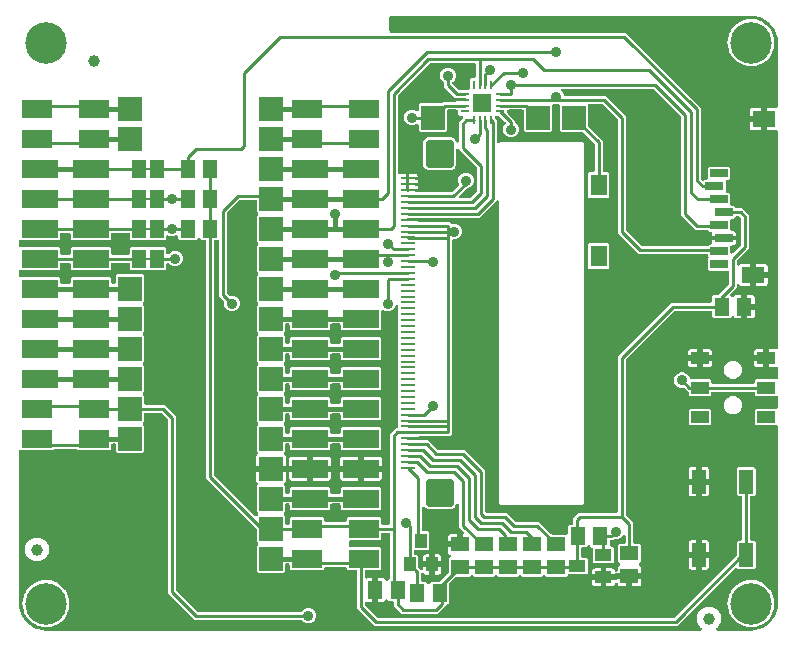
<source format=gbr>
G04 EAGLE Gerber RS-274X export*
G75*
%MOMM*%
%FSLAX34Y34*%
%LPD*%
%INTop Copper*%
%IPPOS*%
%AMOC8*
5,1,8,0,0,1.08239X$1,22.5*%
G01*
%ADD10R,1.500000X1.240000*%
%ADD11R,1.240000X1.500000*%
%ADD12R,1.200000X0.275000*%
%ADD13C,0.600000*%
%ADD14C,3.516000*%
%ADD15R,1.900000X1.400000*%
%ADD16R,1.400000X1.800000*%
%ADD17R,1.500000X0.700000*%
%ADD18R,2.540000X1.524000*%
%ADD19R,3.048000X1.524000*%
%ADD20R,1.400000X1.000000*%
%ADD21R,1.500000X1.500000*%
%ADD22R,0.800000X0.280000*%
%ADD23R,0.280000X0.800000*%
%ADD24R,1.000000X1.200000*%
%ADD25R,1.168400X1.600200*%
%ADD26R,0.635000X0.203200*%
%ADD27R,1.200000X2.000000*%
%ADD28R,2.000000X2.000000*%
%ADD29C,1.000000*%
%ADD30R,1.500000X1.000000*%
%ADD31C,0.406400*%
%ADD32C,0.254000*%
%ADD33C,0.906400*%

G36*
X579742Y2559D02*
X579742Y2559D01*
X579888Y2574D01*
X579900Y2579D01*
X579914Y2581D01*
X580048Y2634D01*
X580186Y2685D01*
X580197Y2693D01*
X580209Y2698D01*
X580327Y2783D01*
X580447Y2866D01*
X580456Y2876D01*
X580467Y2884D01*
X580560Y2997D01*
X580655Y3107D01*
X580661Y3119D01*
X580669Y3129D01*
X580731Y3261D01*
X580796Y3392D01*
X580799Y3405D01*
X580805Y3417D01*
X580832Y3560D01*
X580863Y3703D01*
X580862Y3716D01*
X580865Y3729D01*
X580856Y3875D01*
X580850Y4020D01*
X580846Y4033D01*
X580845Y4047D01*
X580800Y4185D01*
X580758Y4325D01*
X580751Y4337D01*
X580747Y4349D01*
X580669Y4472D01*
X580594Y4597D01*
X580584Y4607D01*
X580577Y4618D01*
X580470Y4718D01*
X580367Y4820D01*
X580351Y4830D01*
X580345Y4836D01*
X580330Y4844D01*
X580233Y4909D01*
X579419Y5379D01*
X576739Y10020D01*
X576739Y15380D01*
X579419Y20021D01*
X584060Y22701D01*
X589420Y22701D01*
X594061Y20021D01*
X596741Y15380D01*
X596741Y10020D01*
X594061Y5379D01*
X593247Y4909D01*
X593132Y4821D01*
X593013Y4736D01*
X593005Y4725D01*
X592994Y4717D01*
X592903Y4602D01*
X592811Y4491D01*
X592805Y4478D01*
X592796Y4468D01*
X592737Y4334D01*
X592675Y4203D01*
X592673Y4190D01*
X592667Y4177D01*
X592642Y4033D01*
X592615Y3890D01*
X592616Y3877D01*
X592614Y3864D01*
X592626Y3718D01*
X592635Y3573D01*
X592639Y3560D01*
X592640Y3547D01*
X592688Y3409D01*
X592733Y3271D01*
X592740Y3259D01*
X592745Y3246D01*
X592825Y3125D01*
X592903Y3002D01*
X592913Y2993D01*
X592921Y2981D01*
X593029Y2884D01*
X593135Y2784D01*
X593147Y2777D01*
X593157Y2768D01*
X593286Y2701D01*
X593413Y2630D01*
X593426Y2627D01*
X593438Y2621D01*
X593580Y2587D01*
X593721Y2551D01*
X593740Y2550D01*
X593748Y2548D01*
X593765Y2548D01*
X593882Y2541D01*
X622300Y2541D01*
X622322Y2543D01*
X622400Y2545D01*
X625777Y2810D01*
X625845Y2824D01*
X625914Y2829D01*
X626070Y2869D01*
X632494Y4956D01*
X632601Y5006D01*
X632712Y5050D01*
X632763Y5083D01*
X632782Y5091D01*
X632797Y5104D01*
X632848Y5136D01*
X638312Y9107D01*
X638399Y9188D01*
X638446Y9227D01*
X638452Y9231D01*
X638453Y9233D01*
X638491Y9264D01*
X638529Y9310D01*
X638544Y9324D01*
X638555Y9341D01*
X638593Y9387D01*
X640286Y11717D01*
X640299Y11741D01*
X640316Y11761D01*
X640375Y11879D01*
X640439Y11996D01*
X640446Y12022D01*
X640458Y12046D01*
X640485Y12174D01*
X640499Y12185D01*
X640523Y12196D01*
X640625Y12280D01*
X640731Y12361D01*
X640748Y12382D01*
X640768Y12399D01*
X640871Y12523D01*
X642564Y14852D01*
X642621Y14956D01*
X642685Y15056D01*
X642707Y15113D01*
X642717Y15131D01*
X642722Y15151D01*
X642744Y15206D01*
X644831Y21630D01*
X644844Y21698D01*
X644867Y21764D01*
X644890Y21923D01*
X645155Y25300D01*
X645155Y25304D01*
X645156Y25307D01*
X645155Y25326D01*
X645159Y25400D01*
X645159Y174978D01*
X645144Y175096D01*
X645137Y175215D01*
X645124Y175253D01*
X645119Y175294D01*
X645076Y175404D01*
X645039Y175517D01*
X645017Y175552D01*
X645002Y175589D01*
X644933Y175685D01*
X644869Y175786D01*
X644839Y175814D01*
X644816Y175847D01*
X644724Y175923D01*
X644637Y176004D01*
X644602Y176024D01*
X644571Y176049D01*
X644463Y176100D01*
X644359Y176158D01*
X644319Y176168D01*
X644283Y176185D01*
X644166Y176207D01*
X644051Y176237D01*
X643991Y176241D01*
X643971Y176245D01*
X643950Y176243D01*
X643890Y176247D01*
X626718Y176247D01*
X625527Y177438D01*
X625527Y189122D01*
X626718Y190313D01*
X643890Y190313D01*
X644008Y190328D01*
X644127Y190335D01*
X644165Y190348D01*
X644206Y190353D01*
X644316Y190396D01*
X644429Y190433D01*
X644464Y190455D01*
X644501Y190470D01*
X644597Y190539D01*
X644698Y190603D01*
X644726Y190633D01*
X644759Y190656D01*
X644835Y190748D01*
X644916Y190835D01*
X644936Y190870D01*
X644961Y190901D01*
X645012Y191009D01*
X645070Y191113D01*
X645080Y191153D01*
X645097Y191189D01*
X645119Y191306D01*
X645149Y191421D01*
X645153Y191481D01*
X645157Y191501D01*
X645155Y191522D01*
X645159Y191582D01*
X645159Y199978D01*
X645144Y200096D01*
X645137Y200215D01*
X645124Y200253D01*
X645119Y200294D01*
X645076Y200404D01*
X645039Y200517D01*
X645017Y200552D01*
X645002Y200589D01*
X644933Y200685D01*
X644869Y200786D01*
X644839Y200814D01*
X644816Y200847D01*
X644724Y200923D01*
X644637Y201004D01*
X644602Y201024D01*
X644571Y201049D01*
X644463Y201100D01*
X644359Y201158D01*
X644319Y201168D01*
X644283Y201185D01*
X644166Y201207D01*
X644051Y201237D01*
X643991Y201241D01*
X643971Y201245D01*
X643950Y201243D01*
X643890Y201247D01*
X626718Y201247D01*
X625527Y202438D01*
X625527Y203708D01*
X625512Y203826D01*
X625505Y203945D01*
X625492Y203983D01*
X625487Y204024D01*
X625444Y204134D01*
X625407Y204247D01*
X625385Y204282D01*
X625370Y204319D01*
X625301Y204415D01*
X625237Y204516D01*
X625207Y204544D01*
X625184Y204577D01*
X625092Y204653D01*
X625005Y204734D01*
X624970Y204754D01*
X624939Y204779D01*
X624831Y204830D01*
X624727Y204888D01*
X624687Y204898D01*
X624651Y204915D01*
X624534Y204937D01*
X624419Y204967D01*
X624359Y204971D01*
X624339Y204975D01*
X624318Y204973D01*
X624258Y204977D01*
X589862Y204977D01*
X589744Y204962D01*
X589625Y204955D01*
X589587Y204942D01*
X589546Y204937D01*
X589436Y204894D01*
X589323Y204857D01*
X589288Y204835D01*
X589251Y204820D01*
X589155Y204751D01*
X589054Y204687D01*
X589026Y204657D01*
X588993Y204634D01*
X588917Y204542D01*
X588836Y204455D01*
X588816Y204420D01*
X588791Y204389D01*
X588740Y204281D01*
X588682Y204177D01*
X588672Y204137D01*
X588655Y204101D01*
X588633Y203984D01*
X588603Y203869D01*
X588599Y203809D01*
X588595Y203789D01*
X588597Y203768D01*
X588593Y203708D01*
X588593Y202438D01*
X587402Y201247D01*
X570718Y201247D01*
X569527Y202438D01*
X569527Y203786D01*
X569515Y203884D01*
X569512Y203983D01*
X569495Y204042D01*
X569487Y204102D01*
X569451Y204194D01*
X569423Y204289D01*
X569393Y204341D01*
X569370Y204397D01*
X569312Y204477D01*
X569262Y204563D01*
X569196Y204638D01*
X569184Y204655D01*
X569174Y204663D01*
X569156Y204684D01*
X566146Y207694D01*
X566067Y207754D01*
X565995Y207822D01*
X565942Y207851D01*
X565894Y207888D01*
X565803Y207928D01*
X565717Y207976D01*
X565658Y207991D01*
X565603Y208015D01*
X565505Y208030D01*
X565409Y208055D01*
X565309Y208061D01*
X565289Y208065D01*
X565276Y208063D01*
X565248Y208065D01*
X562574Y208065D01*
X560161Y209065D01*
X558315Y210911D01*
X557315Y213324D01*
X557315Y215936D01*
X558315Y218349D01*
X560161Y220195D01*
X562574Y221195D01*
X565186Y221195D01*
X567599Y220195D01*
X569445Y218349D01*
X570378Y216096D01*
X570393Y216071D01*
X570402Y216043D01*
X570471Y215933D01*
X570536Y215820D01*
X570556Y215799D01*
X570572Y215774D01*
X570667Y215685D01*
X570757Y215592D01*
X570782Y215576D01*
X570804Y215556D01*
X570918Y215493D01*
X571028Y215425D01*
X571056Y215417D01*
X571082Y215402D01*
X571208Y215370D01*
X571332Y215332D01*
X571362Y215330D01*
X571390Y215323D01*
X571551Y215313D01*
X587402Y215313D01*
X588593Y214122D01*
X588593Y212852D01*
X588608Y212734D01*
X588615Y212615D01*
X588628Y212577D01*
X588633Y212536D01*
X588676Y212426D01*
X588713Y212313D01*
X588735Y212278D01*
X588750Y212241D01*
X588819Y212145D01*
X588883Y212044D01*
X588913Y212016D01*
X588936Y211983D01*
X589028Y211907D01*
X589115Y211826D01*
X589150Y211806D01*
X589181Y211781D01*
X589289Y211730D01*
X589393Y211672D01*
X589433Y211662D01*
X589469Y211645D01*
X589586Y211623D01*
X589701Y211593D01*
X589761Y211589D01*
X589781Y211585D01*
X589802Y211587D01*
X589862Y211583D01*
X624258Y211583D01*
X624376Y211598D01*
X624495Y211605D01*
X624533Y211618D01*
X624574Y211623D01*
X624684Y211666D01*
X624797Y211703D01*
X624832Y211725D01*
X624869Y211740D01*
X624965Y211809D01*
X625066Y211873D01*
X625094Y211903D01*
X625127Y211926D01*
X625203Y212018D01*
X625284Y212105D01*
X625304Y212140D01*
X625329Y212171D01*
X625380Y212279D01*
X625438Y212383D01*
X625448Y212423D01*
X625465Y212459D01*
X625487Y212576D01*
X625517Y212691D01*
X625521Y212751D01*
X625525Y212771D01*
X625523Y212792D01*
X625527Y212852D01*
X625527Y214122D01*
X626718Y215313D01*
X643890Y215313D01*
X644008Y215328D01*
X644127Y215335D01*
X644165Y215348D01*
X644206Y215353D01*
X644316Y215396D01*
X644429Y215433D01*
X644464Y215455D01*
X644501Y215470D01*
X644597Y215539D01*
X644698Y215603D01*
X644726Y215633D01*
X644759Y215656D01*
X644835Y215748D01*
X644916Y215835D01*
X644936Y215870D01*
X644961Y215901D01*
X645012Y216009D01*
X645070Y216113D01*
X645080Y216153D01*
X645097Y216189D01*
X645119Y216306D01*
X645149Y216421D01*
X645153Y216481D01*
X645157Y216501D01*
X645155Y216522D01*
X645159Y216582D01*
X645159Y224692D01*
X645144Y224817D01*
X645134Y224942D01*
X645124Y224974D01*
X645119Y225008D01*
X645073Y225124D01*
X645033Y225244D01*
X645015Y225272D01*
X645002Y225303D01*
X644929Y225405D01*
X644860Y225510D01*
X644835Y225533D01*
X644816Y225561D01*
X644719Y225641D01*
X644626Y225726D01*
X644596Y225742D01*
X644571Y225763D01*
X644457Y225817D01*
X644346Y225876D01*
X644313Y225885D01*
X644283Y225899D01*
X644160Y225922D01*
X644037Y225953D01*
X644004Y225952D01*
X643971Y225959D01*
X643845Y225951D01*
X643719Y225950D01*
X643671Y225940D01*
X643653Y225939D01*
X643633Y225932D01*
X643561Y225918D01*
X642894Y225739D01*
X637559Y225739D01*
X637559Y232050D01*
X637544Y232168D01*
X637537Y232287D01*
X637524Y232325D01*
X637519Y232365D01*
X637476Y232476D01*
X637439Y232589D01*
X637417Y232623D01*
X637402Y232661D01*
X637333Y232757D01*
X637269Y232858D01*
X637239Y232886D01*
X637216Y232918D01*
X637124Y232994D01*
X637037Y233076D01*
X637002Y233095D01*
X636971Y233121D01*
X636863Y233172D01*
X636759Y233229D01*
X636719Y233239D01*
X636683Y233257D01*
X636576Y233277D01*
X636606Y233281D01*
X636716Y233325D01*
X636829Y233361D01*
X636864Y233383D01*
X636901Y233398D01*
X636997Y233468D01*
X637098Y233531D01*
X637126Y233561D01*
X637159Y233585D01*
X637235Y233676D01*
X637316Y233763D01*
X637336Y233798D01*
X637361Y233830D01*
X637412Y233937D01*
X637470Y234042D01*
X637480Y234081D01*
X637497Y234117D01*
X637519Y234234D01*
X637549Y234350D01*
X637553Y234410D01*
X637557Y234430D01*
X637555Y234450D01*
X637559Y234510D01*
X637559Y240821D01*
X642894Y240821D01*
X643561Y240642D01*
X643686Y240625D01*
X643810Y240601D01*
X643843Y240603D01*
X643877Y240599D01*
X644002Y240613D01*
X644127Y240621D01*
X644159Y240631D01*
X644192Y240635D01*
X644310Y240680D01*
X644429Y240719D01*
X644458Y240737D01*
X644489Y240749D01*
X644592Y240822D01*
X644698Y240889D01*
X644721Y240914D01*
X644749Y240933D01*
X644830Y241029D01*
X644916Y241121D01*
X644932Y241150D01*
X644954Y241176D01*
X645009Y241289D01*
X645070Y241399D01*
X645078Y241432D01*
X645093Y241462D01*
X645118Y241586D01*
X645149Y241707D01*
X645152Y241756D01*
X645156Y241774D01*
X645155Y241796D01*
X645159Y241868D01*
X645159Y425054D01*
X645144Y425179D01*
X645134Y425304D01*
X645124Y425336D01*
X645119Y425370D01*
X645073Y425487D01*
X645033Y425606D01*
X645015Y425634D01*
X645002Y425666D01*
X644929Y425767D01*
X644860Y425873D01*
X644835Y425896D01*
X644816Y425923D01*
X644719Y426003D01*
X644626Y426088D01*
X644597Y426104D01*
X644571Y426126D01*
X644457Y426179D01*
X644346Y426239D01*
X644313Y426247D01*
X644283Y426261D01*
X644159Y426285D01*
X644037Y426315D01*
X644004Y426315D01*
X643971Y426321D01*
X643845Y426313D01*
X643719Y426312D01*
X643671Y426302D01*
X643653Y426301D01*
X643633Y426295D01*
X643561Y426280D01*
X643184Y426179D01*
X635889Y426179D01*
X635889Y434450D01*
X635874Y434568D01*
X635867Y434687D01*
X635854Y434725D01*
X635849Y434765D01*
X635805Y434876D01*
X635769Y434989D01*
X635747Y435024D01*
X635732Y435061D01*
X635662Y435157D01*
X635599Y435258D01*
X635569Y435286D01*
X635545Y435318D01*
X635454Y435394D01*
X635367Y435476D01*
X635332Y435495D01*
X635300Y435521D01*
X635193Y435572D01*
X635089Y435629D01*
X635049Y435640D01*
X635013Y435657D01*
X634896Y435679D01*
X634781Y435709D01*
X634720Y435713D01*
X634700Y435717D01*
X634680Y435715D01*
X634620Y435719D01*
X633349Y435719D01*
X633349Y435721D01*
X634620Y435721D01*
X634738Y435736D01*
X634857Y435743D01*
X634895Y435756D01*
X634935Y435761D01*
X635046Y435805D01*
X635159Y435841D01*
X635194Y435863D01*
X635231Y435878D01*
X635327Y435948D01*
X635428Y436011D01*
X635456Y436041D01*
X635488Y436065D01*
X635564Y436156D01*
X635646Y436243D01*
X635665Y436278D01*
X635691Y436310D01*
X635742Y436417D01*
X635799Y436521D01*
X635810Y436561D01*
X635827Y436597D01*
X635849Y436714D01*
X635879Y436829D01*
X635883Y436890D01*
X635887Y436910D01*
X635885Y436930D01*
X635889Y436990D01*
X635889Y445261D01*
X643184Y445261D01*
X643561Y445160D01*
X643686Y445143D01*
X643810Y445119D01*
X643843Y445121D01*
X643877Y445117D01*
X644002Y445131D01*
X644127Y445139D01*
X644159Y445149D01*
X644192Y445153D01*
X644310Y445198D01*
X644429Y445237D01*
X644458Y445255D01*
X644489Y445267D01*
X644592Y445340D01*
X644698Y445407D01*
X644721Y445431D01*
X644749Y445451D01*
X644830Y445547D01*
X644916Y445639D01*
X644932Y445668D01*
X644954Y445694D01*
X645009Y445807D01*
X645070Y445917D01*
X645078Y445950D01*
X645093Y445980D01*
X645118Y446103D01*
X645149Y446225D01*
X645152Y446274D01*
X645156Y446292D01*
X645155Y446314D01*
X645159Y446386D01*
X645159Y500380D01*
X645157Y500402D01*
X645155Y500480D01*
X644890Y503857D01*
X644876Y503925D01*
X644871Y503994D01*
X644831Y504150D01*
X642744Y510574D01*
X642693Y510681D01*
X642650Y510792D01*
X642617Y510843D01*
X642609Y510862D01*
X642596Y510877D01*
X642564Y510928D01*
X640871Y513257D01*
X640853Y513277D01*
X640839Y513300D01*
X640744Y513393D01*
X640653Y513489D01*
X640631Y513504D01*
X640612Y513522D01*
X640498Y513588D01*
X640492Y513604D01*
X640489Y513631D01*
X640440Y513755D01*
X640397Y513880D01*
X640382Y513902D01*
X640372Y513927D01*
X640286Y514063D01*
X638593Y516392D01*
X638512Y516479D01*
X638436Y516571D01*
X638390Y516609D01*
X638376Y516624D01*
X638358Y516635D01*
X638312Y516673D01*
X632848Y520644D01*
X632744Y520701D01*
X632644Y520765D01*
X632587Y520787D01*
X632569Y520797D01*
X632549Y520802D01*
X632494Y520824D01*
X626070Y522911D01*
X626002Y522924D01*
X625936Y522947D01*
X625777Y522970D01*
X622400Y523235D01*
X622378Y523234D01*
X622300Y523239D01*
X317500Y523239D01*
X317382Y523224D01*
X317263Y523217D01*
X317225Y523204D01*
X317184Y523199D01*
X317074Y523156D01*
X316961Y523119D01*
X316926Y523097D01*
X316889Y523082D01*
X316793Y523013D01*
X316692Y522949D01*
X316664Y522919D01*
X316631Y522896D01*
X316556Y522804D01*
X316474Y522717D01*
X316454Y522682D01*
X316429Y522651D01*
X316378Y522543D01*
X316320Y522439D01*
X316310Y522399D01*
X316293Y522363D01*
X316271Y522246D01*
X316241Y522131D01*
X316237Y522071D01*
X316233Y522051D01*
X316235Y522030D01*
X316231Y521970D01*
X316231Y510032D01*
X316246Y509914D01*
X316253Y509795D01*
X316266Y509757D01*
X316271Y509716D01*
X316314Y509606D01*
X316351Y509493D01*
X316373Y509458D01*
X316388Y509421D01*
X316458Y509325D01*
X316521Y509224D01*
X316551Y509196D01*
X316574Y509163D01*
X316666Y509087D01*
X316753Y509006D01*
X316788Y508986D01*
X316819Y508961D01*
X316927Y508910D01*
X317031Y508852D01*
X317071Y508842D01*
X317107Y508825D01*
X317224Y508803D01*
X317339Y508773D01*
X317400Y508769D01*
X317420Y508765D01*
X317440Y508767D01*
X317500Y508763D01*
X516328Y508763D01*
X579883Y445208D01*
X579883Y385434D01*
X579895Y385336D01*
X579898Y385237D01*
X579915Y385178D01*
X579923Y385118D01*
X579959Y385026D01*
X579987Y384931D01*
X580017Y384879D01*
X580040Y384823D01*
X580098Y384743D01*
X580148Y384657D01*
X580214Y384582D01*
X580226Y384565D01*
X580236Y384557D01*
X580254Y384536D01*
X580876Y383915D01*
X580970Y383842D01*
X581059Y383763D01*
X581095Y383745D01*
X581127Y383720D01*
X581236Y383673D01*
X581342Y383619D01*
X581381Y383610D01*
X581419Y383594D01*
X581537Y383575D01*
X581652Y383549D01*
X581693Y383550D01*
X581733Y383544D01*
X581851Y383555D01*
X581970Y383559D01*
X582009Y383570D01*
X582049Y383574D01*
X582161Y383614D01*
X582276Y383647D01*
X582311Y383668D01*
X582349Y383682D01*
X582447Y383748D01*
X582550Y383809D01*
X582595Y383849D01*
X582612Y383860D01*
X582625Y383875D01*
X582671Y383915D01*
X583008Y384253D01*
X584548Y384253D01*
X584666Y384268D01*
X584785Y384275D01*
X584823Y384288D01*
X584864Y384293D01*
X584974Y384336D01*
X585087Y384373D01*
X585122Y384395D01*
X585159Y384410D01*
X585255Y384479D01*
X585356Y384543D01*
X585384Y384573D01*
X585417Y384596D01*
X585493Y384688D01*
X585574Y384775D01*
X585594Y384810D01*
X585619Y384841D01*
X585670Y384949D01*
X585728Y385053D01*
X585738Y385093D01*
X585755Y385129D01*
X585777Y385246D01*
X585807Y385361D01*
X585811Y385421D01*
X585815Y385441D01*
X585813Y385462D01*
X585817Y385522D01*
X585817Y394062D01*
X587008Y395253D01*
X603692Y395253D01*
X604883Y394062D01*
X604883Y385378D01*
X603692Y384187D01*
X602152Y384187D01*
X602034Y384172D01*
X601915Y384165D01*
X601877Y384152D01*
X601836Y384147D01*
X601726Y384104D01*
X601613Y384067D01*
X601578Y384045D01*
X601541Y384030D01*
X601445Y383961D01*
X601344Y383897D01*
X601316Y383867D01*
X601283Y383844D01*
X601207Y383752D01*
X601126Y383665D01*
X601106Y383630D01*
X601081Y383599D01*
X601030Y383491D01*
X600972Y383387D01*
X600962Y383347D01*
X600945Y383311D01*
X600923Y383194D01*
X600893Y383079D01*
X600889Y383019D01*
X600885Y382999D01*
X600887Y382978D01*
X600883Y382918D01*
X600883Y374522D01*
X600898Y374404D01*
X600905Y374285D01*
X600918Y374247D01*
X600923Y374206D01*
X600966Y374096D01*
X601003Y373983D01*
X601025Y373948D01*
X601040Y373911D01*
X601109Y373815D01*
X601173Y373714D01*
X601203Y373686D01*
X601226Y373653D01*
X601318Y373577D01*
X601405Y373496D01*
X601440Y373476D01*
X601471Y373451D01*
X601579Y373400D01*
X601683Y373342D01*
X601723Y373332D01*
X601759Y373315D01*
X601876Y373293D01*
X601991Y373263D01*
X602051Y373259D01*
X602071Y373255D01*
X602092Y373257D01*
X602152Y373253D01*
X603692Y373253D01*
X604883Y372062D01*
X604883Y363522D01*
X604898Y363404D01*
X604905Y363285D01*
X604918Y363247D01*
X604923Y363206D01*
X604966Y363096D01*
X605003Y362983D01*
X605025Y362948D01*
X605040Y362911D01*
X605109Y362815D01*
X605173Y362714D01*
X605203Y362686D01*
X605226Y362653D01*
X605318Y362577D01*
X605405Y362496D01*
X605440Y362476D01*
X605471Y362451D01*
X605579Y362400D01*
X605683Y362342D01*
X605723Y362332D01*
X605759Y362315D01*
X605876Y362293D01*
X605991Y362263D01*
X606051Y362259D01*
X606071Y362255D01*
X606092Y362257D01*
X606152Y362253D01*
X607692Y362253D01*
X608912Y361032D01*
X608918Y361017D01*
X608923Y360976D01*
X608966Y360866D01*
X609003Y360753D01*
X609025Y360718D01*
X609040Y360681D01*
X609109Y360585D01*
X609173Y360484D01*
X609203Y360456D01*
X609226Y360423D01*
X609318Y360347D01*
X609405Y360266D01*
X609440Y360246D01*
X609471Y360221D01*
X609579Y360170D01*
X609683Y360112D01*
X609723Y360102D01*
X609759Y360085D01*
X609876Y360063D01*
X609991Y360033D01*
X610051Y360029D01*
X610071Y360025D01*
X610092Y360027D01*
X610152Y360023D01*
X614928Y360023D01*
X620523Y354428D01*
X620523Y326292D01*
X610734Y316504D01*
X610674Y316425D01*
X610606Y316353D01*
X610577Y316300D01*
X610540Y316252D01*
X610500Y316161D01*
X610452Y316075D01*
X610437Y316016D01*
X610413Y315961D01*
X610398Y315863D01*
X610373Y315767D01*
X610367Y315667D01*
X610363Y315646D01*
X610365Y315634D01*
X610363Y315606D01*
X610363Y312766D01*
X610381Y312621D01*
X610396Y312477D01*
X610401Y312464D01*
X610403Y312451D01*
X610456Y312315D01*
X610507Y312179D01*
X610515Y312167D01*
X610520Y312155D01*
X610605Y312037D01*
X610688Y311917D01*
X610698Y311909D01*
X610706Y311898D01*
X610819Y311804D01*
X610929Y311709D01*
X610941Y311703D01*
X610951Y311695D01*
X611083Y311633D01*
X611214Y311568D01*
X611227Y311565D01*
X611239Y311559D01*
X611382Y311532D01*
X611525Y311501D01*
X611538Y311502D01*
X611551Y311499D01*
X611697Y311508D01*
X611843Y311514D01*
X611855Y311518D01*
X611869Y311519D01*
X612007Y311564D01*
X612147Y311606D01*
X612159Y311613D01*
X612171Y311617D01*
X612295Y311695D01*
X612419Y311771D01*
X612429Y311780D01*
X612440Y311787D01*
X612540Y311894D01*
X612642Y311998D01*
X612652Y312013D01*
X612658Y312019D01*
X612666Y312034D01*
X612731Y312132D01*
X612817Y312280D01*
X613290Y312753D01*
X613869Y313088D01*
X614516Y313261D01*
X621811Y313261D01*
X621811Y304990D01*
X621826Y304872D01*
X621833Y304753D01*
X621846Y304715D01*
X621851Y304675D01*
X621894Y304564D01*
X621931Y304451D01*
X621953Y304416D01*
X621968Y304379D01*
X622038Y304283D01*
X622101Y304182D01*
X622131Y304154D01*
X622155Y304122D01*
X622246Y304046D01*
X622333Y303964D01*
X622368Y303945D01*
X622399Y303919D01*
X622507Y303868D01*
X622611Y303811D01*
X622651Y303800D01*
X622687Y303783D01*
X622804Y303761D01*
X622919Y303731D01*
X622980Y303727D01*
X623000Y303723D01*
X623020Y303725D01*
X623080Y303721D01*
X624351Y303721D01*
X624351Y303719D01*
X623080Y303719D01*
X622962Y303704D01*
X622843Y303697D01*
X622805Y303684D01*
X622765Y303679D01*
X622654Y303635D01*
X622541Y303599D01*
X622506Y303577D01*
X622469Y303562D01*
X622373Y303492D01*
X622272Y303429D01*
X622244Y303399D01*
X622211Y303375D01*
X622136Y303284D01*
X622054Y303197D01*
X622034Y303162D01*
X622009Y303130D01*
X621958Y303023D01*
X621900Y302919D01*
X621890Y302879D01*
X621873Y302843D01*
X621851Y302726D01*
X621821Y302611D01*
X621817Y302550D01*
X621813Y302530D01*
X621815Y302510D01*
X621811Y302450D01*
X621811Y294179D01*
X614516Y294179D01*
X613869Y294352D01*
X613290Y294687D01*
X612817Y295160D01*
X612731Y295308D01*
X612643Y295425D01*
X612558Y295542D01*
X612547Y295551D01*
X612539Y295562D01*
X612425Y295652D01*
X612313Y295745D01*
X612300Y295751D01*
X612290Y295759D01*
X612156Y295819D01*
X612025Y295881D01*
X612012Y295883D01*
X611999Y295889D01*
X611855Y295913D01*
X611712Y295941D01*
X611699Y295940D01*
X611686Y295942D01*
X611540Y295930D01*
X611395Y295921D01*
X611382Y295917D01*
X611369Y295916D01*
X611231Y295868D01*
X611093Y295823D01*
X611081Y295816D01*
X611068Y295811D01*
X610947Y295730D01*
X610824Y295653D01*
X610815Y295643D01*
X610803Y295635D01*
X610706Y295527D01*
X610606Y295421D01*
X610599Y295409D01*
X610590Y295399D01*
X610523Y295270D01*
X610452Y295142D01*
X610449Y295129D01*
X610443Y295117D01*
X610409Y294975D01*
X610373Y294835D01*
X610372Y294816D01*
X610370Y294808D01*
X610370Y294791D01*
X610363Y294674D01*
X610363Y293272D01*
X604940Y287849D01*
X604867Y287755D01*
X604788Y287666D01*
X604770Y287630D01*
X604745Y287598D01*
X604698Y287489D01*
X604644Y287383D01*
X604635Y287343D01*
X604619Y287306D01*
X604600Y287189D01*
X604574Y287073D01*
X604575Y287032D01*
X604569Y286992D01*
X604580Y286874D01*
X604584Y286755D01*
X604595Y286716D01*
X604599Y286676D01*
X604639Y286563D01*
X604672Y286449D01*
X604693Y286414D01*
X604707Y286376D01*
X604773Y286278D01*
X604834Y286175D01*
X604874Y286130D01*
X604885Y286113D01*
X604900Y286100D01*
X604940Y286054D01*
X605967Y285028D01*
X606066Y284951D01*
X606161Y284869D01*
X606191Y284854D01*
X606218Y284833D01*
X606333Y284783D01*
X606446Y284727D01*
X606479Y284720D01*
X606510Y284707D01*
X606634Y284687D01*
X606757Y284661D01*
X606791Y284662D01*
X606824Y284657D01*
X606949Y284668D01*
X607075Y284674D01*
X607107Y284683D01*
X607141Y284687D01*
X607259Y284729D01*
X607379Y284765D01*
X607408Y284783D01*
X607440Y284794D01*
X607544Y284865D01*
X607652Y284930D01*
X607675Y284954D01*
X607703Y284973D01*
X607786Y285067D01*
X607874Y285157D01*
X607901Y285197D01*
X607914Y285211D01*
X607923Y285230D01*
X607964Y285291D01*
X608327Y285920D01*
X608800Y286393D01*
X609379Y286728D01*
X610026Y286901D01*
X614021Y286901D01*
X614021Y278130D01*
X614036Y278012D01*
X614043Y277893D01*
X614056Y277855D01*
X614061Y277815D01*
X614104Y277704D01*
X614141Y277591D01*
X614163Y277556D01*
X614178Y277519D01*
X614248Y277423D01*
X614311Y277322D01*
X614341Y277294D01*
X614365Y277262D01*
X614456Y277186D01*
X614543Y277104D01*
X614578Y277085D01*
X614609Y277059D01*
X614717Y277008D01*
X614821Y276951D01*
X614861Y276940D01*
X614897Y276923D01*
X615014Y276901D01*
X615129Y276871D01*
X615190Y276867D01*
X615210Y276863D01*
X615230Y276865D01*
X615290Y276861D01*
X616561Y276861D01*
X616561Y276859D01*
X615290Y276859D01*
X615172Y276844D01*
X615053Y276837D01*
X615015Y276824D01*
X614975Y276819D01*
X614864Y276775D01*
X614751Y276739D01*
X614716Y276717D01*
X614679Y276702D01*
X614583Y276632D01*
X614482Y276569D01*
X614454Y276539D01*
X614421Y276515D01*
X614346Y276424D01*
X614264Y276337D01*
X614244Y276302D01*
X614219Y276270D01*
X614168Y276163D01*
X614110Y276059D01*
X614100Y276019D01*
X614083Y275983D01*
X614061Y275866D01*
X614031Y275751D01*
X614027Y275690D01*
X614023Y275670D01*
X614025Y275650D01*
X614021Y275590D01*
X614021Y266819D01*
X610026Y266819D01*
X609379Y266992D01*
X608800Y267327D01*
X608327Y267800D01*
X607964Y268429D01*
X607888Y268529D01*
X607817Y268633D01*
X607792Y268656D01*
X607771Y268683D01*
X607673Y268761D01*
X607579Y268844D01*
X607549Y268859D01*
X607522Y268880D01*
X607407Y268931D01*
X607295Y268989D01*
X607262Y268996D01*
X607232Y269010D01*
X607107Y269031D01*
X606985Y269058D01*
X606951Y269057D01*
X606918Y269063D01*
X606793Y269052D01*
X606667Y269049D01*
X606635Y269039D01*
X606601Y269036D01*
X606482Y268995D01*
X606362Y268960D01*
X606333Y268943D01*
X606301Y268932D01*
X606196Y268862D01*
X606088Y268799D01*
X606051Y268766D01*
X606036Y268756D01*
X606021Y268740D01*
X605967Y268692D01*
X604602Y267327D01*
X590518Y267327D01*
X589327Y268518D01*
X589327Y272288D01*
X589312Y272406D01*
X589305Y272525D01*
X589292Y272563D01*
X589287Y272604D01*
X589244Y272714D01*
X589207Y272827D01*
X589185Y272862D01*
X589170Y272899D01*
X589101Y272995D01*
X589037Y273096D01*
X589007Y273124D01*
X588984Y273157D01*
X588892Y273233D01*
X588805Y273314D01*
X588770Y273334D01*
X588739Y273359D01*
X588631Y273410D01*
X588527Y273468D01*
X588487Y273478D01*
X588451Y273495D01*
X588334Y273517D01*
X588219Y273547D01*
X588159Y273551D01*
X588139Y273555D01*
X588118Y273553D01*
X588058Y273557D01*
X558154Y273557D01*
X558056Y273545D01*
X557957Y273542D01*
X557898Y273525D01*
X557838Y273517D01*
X557746Y273481D01*
X557651Y273453D01*
X557599Y273423D01*
X557543Y273400D01*
X557463Y273342D01*
X557377Y273292D01*
X557302Y273226D01*
X557285Y273214D01*
X557277Y273204D01*
X557256Y273186D01*
X516754Y232684D01*
X516694Y232605D01*
X516626Y232533D01*
X516597Y232480D01*
X516560Y232432D01*
X516520Y232341D01*
X516472Y232255D01*
X516457Y232196D01*
X516433Y232141D01*
X516418Y232043D01*
X516393Y231947D01*
X516387Y231847D01*
X516383Y231826D01*
X516385Y231814D01*
X516383Y231786D01*
X516383Y100954D01*
X516395Y100856D01*
X516398Y100757D01*
X516415Y100698D01*
X516423Y100638D01*
X516459Y100546D01*
X516487Y100451D01*
X516517Y100399D01*
X516540Y100343D01*
X516598Y100263D01*
X516648Y100177D01*
X516714Y100102D01*
X516726Y100085D01*
X516736Y100077D01*
X516754Y100056D01*
X522733Y94078D01*
X522733Y77422D01*
X522748Y77304D01*
X522755Y77185D01*
X522768Y77147D01*
X522773Y77106D01*
X522816Y76996D01*
X522853Y76883D01*
X522875Y76848D01*
X522890Y76811D01*
X522959Y76715D01*
X523023Y76614D01*
X523053Y76586D01*
X523076Y76553D01*
X523168Y76477D01*
X523255Y76396D01*
X523290Y76376D01*
X523321Y76351D01*
X523429Y76300D01*
X523533Y76242D01*
X523573Y76232D01*
X523609Y76215D01*
X523726Y76193D01*
X523841Y76163D01*
X523901Y76159D01*
X523921Y76155D01*
X523942Y76157D01*
X524002Y76153D01*
X527772Y76153D01*
X528963Y74962D01*
X528963Y60878D01*
X527598Y59513D01*
X527521Y59414D01*
X527439Y59319D01*
X527424Y59289D01*
X527403Y59262D01*
X527353Y59147D01*
X527297Y59034D01*
X527290Y59001D01*
X527277Y58970D01*
X527257Y58846D01*
X527231Y58723D01*
X527232Y58689D01*
X527227Y58656D01*
X527238Y58531D01*
X527244Y58405D01*
X527253Y58373D01*
X527257Y58339D01*
X527299Y58221D01*
X527335Y58101D01*
X527353Y58072D01*
X527364Y58040D01*
X527435Y57936D01*
X527500Y57828D01*
X527524Y57805D01*
X527543Y57777D01*
X527637Y57694D01*
X527727Y57606D01*
X527767Y57579D01*
X527781Y57566D01*
X527801Y57556D01*
X527861Y57516D01*
X528490Y57153D01*
X528963Y56680D01*
X529298Y56101D01*
X529471Y55454D01*
X529471Y51459D01*
X520700Y51459D01*
X520582Y51444D01*
X520463Y51437D01*
X520425Y51424D01*
X520385Y51419D01*
X520274Y51375D01*
X520161Y51339D01*
X520126Y51317D01*
X520089Y51302D01*
X519993Y51232D01*
X519892Y51169D01*
X519864Y51139D01*
X519832Y51115D01*
X519756Y51024D01*
X519674Y50937D01*
X519655Y50902D01*
X519629Y50870D01*
X519578Y50763D01*
X519521Y50659D01*
X519510Y50619D01*
X519493Y50583D01*
X519471Y50466D01*
X519441Y50351D01*
X519437Y50290D01*
X519433Y50270D01*
X519435Y50250D01*
X519431Y50190D01*
X519431Y48919D01*
X519429Y48919D01*
X519429Y50190D01*
X519414Y50308D01*
X519407Y50427D01*
X519394Y50465D01*
X519389Y50505D01*
X519345Y50616D01*
X519309Y50729D01*
X519287Y50764D01*
X519272Y50801D01*
X519202Y50897D01*
X519139Y50998D01*
X519109Y51026D01*
X519085Y51058D01*
X518994Y51134D01*
X518907Y51216D01*
X518872Y51235D01*
X518840Y51261D01*
X518733Y51312D01*
X518629Y51369D01*
X518589Y51380D01*
X518553Y51397D01*
X518436Y51419D01*
X518321Y51449D01*
X518260Y51453D01*
X518240Y51457D01*
X518220Y51455D01*
X518160Y51459D01*
X508220Y51459D01*
X508102Y51444D01*
X507983Y51437D01*
X507945Y51424D01*
X507904Y51419D01*
X507794Y51375D01*
X507681Y51339D01*
X507646Y51317D01*
X507609Y51302D01*
X507513Y51232D01*
X507412Y51169D01*
X507384Y51139D01*
X507351Y51115D01*
X507275Y51024D01*
X507194Y50937D01*
X507174Y50902D01*
X507149Y50870D01*
X507098Y50763D01*
X507040Y50659D01*
X507030Y50619D01*
X507013Y50583D01*
X506991Y50466D01*
X506961Y50351D01*
X506957Y50290D01*
X506953Y50270D01*
X506955Y50250D01*
X506951Y50190D01*
X506951Y50149D01*
X499909Y50149D01*
X499909Y55191D01*
X504744Y55191D01*
X505391Y55018D01*
X505970Y54683D01*
X506443Y54210D01*
X506778Y53631D01*
X506894Y53196D01*
X506952Y53055D01*
X507008Y52913D01*
X507012Y52908D01*
X507014Y52902D01*
X507106Y52778D01*
X507194Y52656D01*
X507200Y52652D01*
X507204Y52646D01*
X507322Y52551D01*
X507439Y52453D01*
X507446Y52450D01*
X507451Y52446D01*
X507590Y52382D01*
X507727Y52318D01*
X507734Y52317D01*
X507740Y52314D01*
X507890Y52287D01*
X508040Y52258D01*
X508046Y52258D01*
X508053Y52257D01*
X508206Y52268D01*
X508357Y52278D01*
X508363Y52280D01*
X508370Y52280D01*
X508515Y52329D01*
X508659Y52376D01*
X508665Y52379D01*
X508672Y52382D01*
X508799Y52464D01*
X508928Y52546D01*
X508933Y52551D01*
X508938Y52555D01*
X509041Y52666D01*
X509146Y52778D01*
X509149Y52784D01*
X509154Y52788D01*
X509226Y52922D01*
X509300Y53056D01*
X509301Y53063D01*
X509304Y53069D01*
X509341Y53216D01*
X509379Y53364D01*
X509380Y53373D01*
X509381Y53377D01*
X509381Y53388D01*
X509389Y53525D01*
X509389Y55454D01*
X509562Y56101D01*
X509897Y56680D01*
X510370Y57153D01*
X510999Y57516D01*
X511099Y57592D01*
X511203Y57663D01*
X511226Y57688D01*
X511253Y57709D01*
X511331Y57807D01*
X511414Y57901D01*
X511429Y57931D01*
X511450Y57958D01*
X511501Y58073D01*
X511559Y58185D01*
X511566Y58218D01*
X511580Y58248D01*
X511601Y58373D01*
X511628Y58495D01*
X511627Y58529D01*
X511633Y58562D01*
X511622Y58687D01*
X511619Y58813D01*
X511609Y58845D01*
X511606Y58879D01*
X511565Y58998D01*
X511530Y59118D01*
X511513Y59147D01*
X511502Y59179D01*
X511432Y59284D01*
X511369Y59392D01*
X511336Y59429D01*
X511326Y59444D01*
X511310Y59459D01*
X511262Y59513D01*
X509897Y60878D01*
X509897Y74962D01*
X511088Y76153D01*
X514858Y76153D01*
X514976Y76168D01*
X515095Y76175D01*
X515133Y76188D01*
X515174Y76193D01*
X515284Y76236D01*
X515397Y76273D01*
X515432Y76295D01*
X515469Y76310D01*
X515565Y76379D01*
X515666Y76443D01*
X515694Y76473D01*
X515727Y76496D01*
X515803Y76588D01*
X515884Y76675D01*
X515904Y76710D01*
X515929Y76741D01*
X515980Y76849D01*
X516038Y76953D01*
X516048Y76993D01*
X516065Y77029D01*
X516087Y77146D01*
X516117Y77261D01*
X516121Y77321D01*
X516125Y77341D01*
X516124Y77345D01*
X516125Y77346D01*
X516124Y77364D01*
X516127Y77422D01*
X516127Y82446D01*
X516119Y82515D01*
X516120Y82585D01*
X516099Y82672D01*
X516087Y82761D01*
X516062Y82826D01*
X516045Y82894D01*
X516003Y82973D01*
X515970Y83057D01*
X515929Y83113D01*
X515897Y83175D01*
X515836Y83242D01*
X515784Y83314D01*
X515730Y83359D01*
X515683Y83410D01*
X515608Y83460D01*
X515539Y83517D01*
X515475Y83547D01*
X515417Y83585D01*
X515332Y83614D01*
X515251Y83652D01*
X515182Y83666D01*
X515116Y83688D01*
X515027Y83695D01*
X514939Y83712D01*
X514869Y83708D01*
X514799Y83713D01*
X514711Y83698D01*
X514621Y83693D01*
X514555Y83671D01*
X514486Y83659D01*
X514404Y83622D01*
X514319Y83594D01*
X514260Y83557D01*
X514196Y83528D01*
X514126Y83472D01*
X514050Y83424D01*
X514002Y83373D01*
X513948Y83330D01*
X513893Y83258D01*
X513832Y83193D01*
X513798Y83132D01*
X513756Y83076D01*
X513685Y82931D01*
X513565Y82641D01*
X511719Y80795D01*
X509306Y79795D01*
X506632Y79795D01*
X506534Y79783D01*
X506435Y79780D01*
X506376Y79763D01*
X506316Y79755D01*
X506224Y79719D01*
X506129Y79691D01*
X506077Y79661D01*
X506021Y79638D01*
X505941Y79580D01*
X505855Y79530D01*
X505780Y79464D01*
X505763Y79452D01*
X505755Y79442D01*
X505734Y79424D01*
X505558Y79247D01*
X504142Y79247D01*
X504024Y79232D01*
X503905Y79225D01*
X503867Y79212D01*
X503826Y79207D01*
X503716Y79164D01*
X503603Y79127D01*
X503568Y79105D01*
X503531Y79090D01*
X503435Y79021D01*
X503334Y78957D01*
X503306Y78927D01*
X503273Y78904D01*
X503197Y78812D01*
X503116Y78725D01*
X503096Y78690D01*
X503071Y78659D01*
X503020Y78551D01*
X502962Y78447D01*
X502952Y78407D01*
X502935Y78371D01*
X502913Y78254D01*
X502883Y78139D01*
X502879Y78079D01*
X502875Y78059D01*
X502877Y78038D01*
X502873Y77978D01*
X502873Y74952D01*
X502888Y74834D01*
X502895Y74715D01*
X502908Y74677D01*
X502913Y74636D01*
X502956Y74526D01*
X502993Y74413D01*
X503015Y74378D01*
X503030Y74341D01*
X503099Y74245D01*
X503163Y74144D01*
X503193Y74116D01*
X503216Y74083D01*
X503308Y74007D01*
X503395Y73926D01*
X503430Y73906D01*
X503461Y73881D01*
X503569Y73830D01*
X503673Y73772D01*
X503713Y73762D01*
X503749Y73745D01*
X503866Y73723D01*
X503981Y73693D01*
X504041Y73689D01*
X504061Y73685D01*
X504082Y73687D01*
X504142Y73683D01*
X505252Y73683D01*
X506443Y72492D01*
X506443Y60808D01*
X505252Y59617D01*
X489568Y59617D01*
X488377Y60808D01*
X488377Y71748D01*
X488362Y71866D01*
X488355Y71985D01*
X488342Y72023D01*
X488337Y72064D01*
X488294Y72174D01*
X488257Y72287D01*
X488235Y72322D01*
X488220Y72359D01*
X488151Y72455D01*
X488087Y72556D01*
X488057Y72584D01*
X488034Y72617D01*
X487942Y72693D01*
X487855Y72774D01*
X487824Y72791D01*
X486038Y74578D01*
X485943Y74651D01*
X485854Y74730D01*
X485818Y74748D01*
X485786Y74773D01*
X485677Y74820D01*
X485571Y74874D01*
X485532Y74883D01*
X485494Y74899D01*
X485377Y74918D01*
X485261Y74944D01*
X485220Y74943D01*
X485180Y74949D01*
X485062Y74938D01*
X484943Y74934D01*
X484904Y74923D01*
X484864Y74919D01*
X484751Y74879D01*
X484637Y74846D01*
X484603Y74825D01*
X484564Y74812D01*
X484466Y74745D01*
X484363Y74684D01*
X484318Y74644D01*
X484301Y74633D01*
X484288Y74618D01*
X484243Y74578D01*
X482682Y73017D01*
X479982Y73017D01*
X479864Y73002D01*
X479745Y72995D01*
X479707Y72982D01*
X479666Y72977D01*
X479556Y72934D01*
X479443Y72897D01*
X479408Y72875D01*
X479371Y72860D01*
X479275Y72791D01*
X479174Y72727D01*
X479146Y72697D01*
X479113Y72674D01*
X479037Y72582D01*
X478956Y72495D01*
X478936Y72460D01*
X478911Y72429D01*
X478860Y72321D01*
X478802Y72217D01*
X478792Y72177D01*
X478775Y72141D01*
X478753Y72024D01*
X478723Y71909D01*
X478719Y71849D01*
X478715Y71829D01*
X478717Y71808D01*
X478713Y71748D01*
X478713Y65452D01*
X478728Y65334D01*
X478735Y65215D01*
X478748Y65177D01*
X478753Y65136D01*
X478796Y65026D01*
X478833Y64913D01*
X478855Y64878D01*
X478870Y64841D01*
X478940Y64744D01*
X479003Y64644D01*
X479033Y64616D01*
X479056Y64583D01*
X479148Y64507D01*
X479235Y64426D01*
X479270Y64406D01*
X479301Y64381D01*
X479409Y64330D01*
X479513Y64272D01*
X479553Y64262D01*
X479589Y64245D01*
X479706Y64223D01*
X479821Y64193D01*
X479881Y64189D01*
X479901Y64185D01*
X479922Y64187D01*
X479982Y64183D01*
X483252Y64183D01*
X484443Y62992D01*
X484443Y51308D01*
X483252Y50117D01*
X467878Y50117D01*
X467780Y50105D01*
X467680Y50102D01*
X467622Y50085D01*
X467562Y50077D01*
X467470Y50041D01*
X467375Y50013D01*
X467323Y49983D01*
X467266Y49960D01*
X467186Y49902D01*
X467101Y49852D01*
X467026Y49786D01*
X467009Y49774D01*
X467001Y49764D01*
X466980Y49746D01*
X465542Y48307D01*
X448858Y48307D01*
X447937Y49228D01*
X447843Y49301D01*
X447754Y49380D01*
X447718Y49398D01*
X447686Y49423D01*
X447577Y49470D01*
X447471Y49524D01*
X447432Y49533D01*
X447394Y49549D01*
X447277Y49568D01*
X447161Y49594D01*
X447120Y49593D01*
X447080Y49599D01*
X446962Y49588D01*
X446843Y49584D01*
X446804Y49573D01*
X446764Y49569D01*
X446652Y49529D01*
X446537Y49496D01*
X446502Y49475D01*
X446464Y49462D01*
X446366Y49395D01*
X446263Y49334D01*
X446218Y49294D01*
X446201Y49283D01*
X446188Y49268D01*
X446142Y49228D01*
X445222Y48307D01*
X428538Y48307D01*
X427617Y49228D01*
X427523Y49301D01*
X427434Y49380D01*
X427398Y49398D01*
X427366Y49423D01*
X427257Y49470D01*
X427151Y49524D01*
X427112Y49533D01*
X427074Y49549D01*
X426957Y49568D01*
X426841Y49594D01*
X426800Y49593D01*
X426760Y49599D01*
X426642Y49588D01*
X426523Y49584D01*
X426484Y49573D01*
X426444Y49569D01*
X426332Y49529D01*
X426217Y49496D01*
X426182Y49475D01*
X426144Y49462D01*
X426046Y49395D01*
X425943Y49334D01*
X425898Y49294D01*
X425881Y49283D01*
X425868Y49268D01*
X425822Y49228D01*
X424902Y48307D01*
X408218Y48307D01*
X407297Y49228D01*
X407203Y49301D01*
X407114Y49380D01*
X407078Y49398D01*
X407046Y49423D01*
X406937Y49470D01*
X406831Y49524D01*
X406792Y49533D01*
X406754Y49549D01*
X406637Y49568D01*
X406521Y49594D01*
X406480Y49593D01*
X406440Y49599D01*
X406322Y49588D01*
X406203Y49584D01*
X406164Y49573D01*
X406124Y49569D01*
X406012Y49529D01*
X405897Y49496D01*
X405862Y49475D01*
X405824Y49462D01*
X405726Y49395D01*
X405623Y49334D01*
X405578Y49294D01*
X405561Y49283D01*
X405548Y49268D01*
X405502Y49228D01*
X404582Y48307D01*
X387898Y48307D01*
X386978Y49228D01*
X386883Y49301D01*
X386794Y49380D01*
X386758Y49398D01*
X386726Y49423D01*
X386617Y49470D01*
X386511Y49524D01*
X386472Y49533D01*
X386434Y49549D01*
X386317Y49568D01*
X386201Y49594D01*
X386160Y49593D01*
X386120Y49599D01*
X386002Y49588D01*
X385883Y49584D01*
X385844Y49573D01*
X385804Y49569D01*
X385691Y49529D01*
X385577Y49496D01*
X385543Y49475D01*
X385504Y49462D01*
X385406Y49395D01*
X385303Y49334D01*
X385258Y49294D01*
X385241Y49283D01*
X385228Y49268D01*
X385183Y49228D01*
X384262Y48307D01*
X372884Y48307D01*
X372786Y48295D01*
X372687Y48292D01*
X372628Y48275D01*
X372568Y48267D01*
X372476Y48231D01*
X372381Y48203D01*
X372329Y48173D01*
X372273Y48150D01*
X372193Y48092D01*
X372107Y48042D01*
X372032Y47976D01*
X372015Y47964D01*
X372007Y47954D01*
X371986Y47936D01*
X367354Y43304D01*
X367294Y43225D01*
X367226Y43153D01*
X367197Y43100D01*
X367160Y43052D01*
X367120Y42961D01*
X367072Y42875D01*
X367057Y42816D01*
X367033Y42761D01*
X367018Y42663D01*
X366993Y42567D01*
X366987Y42467D01*
X366983Y42446D01*
X366985Y42434D01*
X366983Y42406D01*
X366983Y25948D01*
X365792Y24757D01*
X365234Y24757D01*
X365136Y24745D01*
X365037Y24742D01*
X364978Y24725D01*
X364918Y24717D01*
X364826Y24681D01*
X364731Y24653D01*
X364679Y24623D01*
X364623Y24600D01*
X364542Y24542D01*
X364457Y24492D01*
X364382Y24426D01*
X364365Y24414D01*
X364357Y24404D01*
X364336Y24386D01*
X361677Y21726D01*
X361676Y21726D01*
X356968Y17017D01*
X326292Y17017D01*
X319887Y23422D01*
X319887Y26028D01*
X319872Y26146D01*
X319865Y26265D01*
X319852Y26303D01*
X319847Y26344D01*
X319804Y26454D01*
X319767Y26567D01*
X319745Y26602D01*
X319730Y26639D01*
X319661Y26735D01*
X319597Y26836D01*
X319567Y26864D01*
X319544Y26897D01*
X319452Y26973D01*
X319365Y27054D01*
X319330Y27074D01*
X319299Y27099D01*
X319191Y27150D01*
X319087Y27208D01*
X319047Y27218D01*
X319011Y27235D01*
X318894Y27257D01*
X318779Y27287D01*
X318719Y27291D01*
X318699Y27295D01*
X318678Y27293D01*
X318618Y27297D01*
X316148Y27297D01*
X314783Y28662D01*
X314684Y28739D01*
X314589Y28821D01*
X314559Y28836D01*
X314532Y28857D01*
X314417Y28907D01*
X314304Y28963D01*
X314271Y28970D01*
X314240Y28983D01*
X314116Y29003D01*
X313993Y29029D01*
X313959Y29028D01*
X313926Y29033D01*
X313801Y29022D01*
X313675Y29016D01*
X313643Y29007D01*
X313609Y29003D01*
X313491Y28961D01*
X313371Y28925D01*
X313342Y28907D01*
X313310Y28896D01*
X313206Y28825D01*
X313098Y28760D01*
X313075Y28736D01*
X313047Y28717D01*
X312964Y28623D01*
X312876Y28533D01*
X312849Y28493D01*
X312836Y28479D01*
X312826Y28459D01*
X312786Y28399D01*
X312423Y27770D01*
X311950Y27297D01*
X311371Y26962D01*
X310724Y26789D01*
X306729Y26789D01*
X306729Y35560D01*
X306714Y35678D01*
X306707Y35797D01*
X306694Y35835D01*
X306689Y35875D01*
X306645Y35986D01*
X306609Y36099D01*
X306587Y36134D01*
X306572Y36171D01*
X306502Y36267D01*
X306439Y36368D01*
X306409Y36396D01*
X306385Y36428D01*
X306294Y36504D01*
X306207Y36586D01*
X306172Y36605D01*
X306140Y36631D01*
X306033Y36682D01*
X305929Y36739D01*
X305889Y36750D01*
X305853Y36767D01*
X305736Y36789D01*
X305621Y36819D01*
X305560Y36823D01*
X305540Y36827D01*
X305520Y36825D01*
X305460Y36829D01*
X302920Y36829D01*
X302802Y36814D01*
X302683Y36807D01*
X302645Y36794D01*
X302605Y36789D01*
X302494Y36745D01*
X302381Y36709D01*
X302346Y36687D01*
X302309Y36672D01*
X302213Y36602D01*
X302112Y36539D01*
X302084Y36509D01*
X302051Y36485D01*
X301976Y36394D01*
X301894Y36307D01*
X301874Y36272D01*
X301849Y36240D01*
X301798Y36133D01*
X301740Y36029D01*
X301730Y35989D01*
X301713Y35953D01*
X301691Y35836D01*
X301661Y35721D01*
X301657Y35660D01*
X301653Y35640D01*
X301654Y35626D01*
X301653Y35622D01*
X301654Y35611D01*
X301651Y35560D01*
X301651Y26789D01*
X297656Y26789D01*
X297001Y26965D01*
X296876Y26982D01*
X296752Y27005D01*
X296719Y27003D01*
X296685Y27008D01*
X296560Y26994D01*
X296435Y26986D01*
X296403Y26975D01*
X296370Y26971D01*
X296252Y26926D01*
X296133Y26888D01*
X296104Y26870D01*
X296073Y26858D01*
X295970Y26785D01*
X295864Y26718D01*
X295841Y26693D01*
X295813Y26673D01*
X295732Y26578D01*
X295646Y26486D01*
X295630Y26456D01*
X295608Y26431D01*
X295553Y26318D01*
X295492Y26207D01*
X295484Y26175D01*
X295469Y26144D01*
X295444Y26021D01*
X295413Y25899D01*
X295410Y25851D01*
X295406Y25833D01*
X295407Y25811D01*
X295403Y25739D01*
X295403Y24754D01*
X295415Y24656D01*
X295418Y24557D01*
X295435Y24498D01*
X295443Y24438D01*
X295479Y24346D01*
X295507Y24251D01*
X295537Y24199D01*
X295560Y24143D01*
X295618Y24062D01*
X295668Y23977D01*
X295734Y23902D01*
X295746Y23885D01*
X295756Y23877D01*
X295774Y23856D01*
X305796Y13834D01*
X305875Y13774D01*
X305947Y13706D01*
X306000Y13677D01*
X306048Y13640D01*
X306139Y13600D01*
X306225Y13552D01*
X306284Y13537D01*
X306339Y13513D01*
X306437Y13498D01*
X306533Y13473D01*
X306633Y13467D01*
X306654Y13463D01*
X306666Y13465D01*
X306694Y13463D01*
X556906Y13463D01*
X557004Y13475D01*
X557103Y13478D01*
X557162Y13495D01*
X557222Y13503D01*
X557314Y13539D01*
X557409Y13567D01*
X557461Y13597D01*
X557517Y13620D01*
X557597Y13678D01*
X557683Y13728D01*
X557758Y13794D01*
X557775Y13806D01*
X557783Y13816D01*
X557804Y13834D01*
X609766Y65796D01*
X609826Y65875D01*
X609894Y65947D01*
X609923Y66000D01*
X609960Y66048D01*
X610000Y66139D01*
X610048Y66225D01*
X610063Y66284D01*
X610087Y66339D01*
X610102Y66437D01*
X610127Y66533D01*
X610133Y66633D01*
X610137Y66653D01*
X610135Y66666D01*
X610137Y66694D01*
X610137Y77632D01*
X611328Y78823D01*
X613598Y78823D01*
X613716Y78838D01*
X613835Y78845D01*
X613873Y78858D01*
X613914Y78863D01*
X614024Y78906D01*
X614137Y78943D01*
X614172Y78965D01*
X614209Y78980D01*
X614305Y79049D01*
X614406Y79113D01*
X614434Y79143D01*
X614467Y79166D01*
X614543Y79258D01*
X614624Y79345D01*
X614644Y79380D01*
X614669Y79411D01*
X614720Y79519D01*
X614778Y79623D01*
X614788Y79663D01*
X614805Y79699D01*
X614827Y79816D01*
X614857Y79931D01*
X614861Y79991D01*
X614865Y80011D01*
X614863Y80032D01*
X614867Y80092D01*
X614867Y115488D01*
X614852Y115606D01*
X614845Y115725D01*
X614832Y115763D01*
X614827Y115804D01*
X614784Y115914D01*
X614747Y116027D01*
X614725Y116062D01*
X614710Y116099D01*
X614641Y116195D01*
X614577Y116296D01*
X614547Y116324D01*
X614524Y116357D01*
X614432Y116433D01*
X614345Y116514D01*
X614310Y116534D01*
X614279Y116559D01*
X614171Y116610D01*
X614067Y116668D01*
X614027Y116678D01*
X613991Y116695D01*
X613874Y116717D01*
X613759Y116747D01*
X613699Y116751D01*
X613679Y116755D01*
X613658Y116753D01*
X613598Y116757D01*
X611328Y116757D01*
X610137Y117948D01*
X610137Y139632D01*
X611328Y140823D01*
X625012Y140823D01*
X626203Y139632D01*
X626203Y117948D01*
X625012Y116757D01*
X622742Y116757D01*
X622624Y116742D01*
X622505Y116735D01*
X622467Y116722D01*
X622426Y116717D01*
X622316Y116674D01*
X622203Y116637D01*
X622168Y116615D01*
X622131Y116600D01*
X622035Y116531D01*
X621934Y116467D01*
X621906Y116437D01*
X621873Y116414D01*
X621797Y116322D01*
X621716Y116235D01*
X621696Y116200D01*
X621671Y116169D01*
X621620Y116061D01*
X621562Y115957D01*
X621552Y115917D01*
X621535Y115881D01*
X621513Y115764D01*
X621483Y115649D01*
X621479Y115589D01*
X621475Y115569D01*
X621477Y115548D01*
X621473Y115488D01*
X621473Y80092D01*
X621488Y79974D01*
X621495Y79855D01*
X621508Y79817D01*
X621513Y79776D01*
X621556Y79666D01*
X621593Y79553D01*
X621615Y79518D01*
X621630Y79481D01*
X621699Y79385D01*
X621763Y79284D01*
X621793Y79256D01*
X621816Y79223D01*
X621908Y79147D01*
X621995Y79066D01*
X622030Y79046D01*
X622061Y79021D01*
X622169Y78970D01*
X622273Y78912D01*
X622313Y78902D01*
X622349Y78885D01*
X622466Y78863D01*
X622581Y78833D01*
X622641Y78829D01*
X622661Y78825D01*
X622682Y78827D01*
X622742Y78823D01*
X625012Y78823D01*
X626203Y77632D01*
X626203Y55948D01*
X625012Y54757D01*
X611328Y54757D01*
X610596Y55490D01*
X610513Y55554D01*
X610457Y55606D01*
X610444Y55613D01*
X610412Y55642D01*
X610376Y55660D01*
X610344Y55685D01*
X610235Y55732D01*
X610129Y55786D01*
X610090Y55795D01*
X610052Y55811D01*
X609935Y55830D01*
X609819Y55856D01*
X609778Y55855D01*
X609738Y55861D01*
X609620Y55850D01*
X609501Y55846D01*
X609462Y55835D01*
X609422Y55831D01*
X609309Y55791D01*
X609195Y55758D01*
X609161Y55737D01*
X609122Y55723D01*
X609079Y55694D01*
X609075Y55692D01*
X609046Y55671D01*
X609024Y55657D01*
X608921Y55596D01*
X608876Y55556D01*
X608859Y55545D01*
X608846Y55530D01*
X608824Y55511D01*
X608817Y55506D01*
X608814Y55502D01*
X608801Y55490D01*
X560168Y6857D01*
X303432Y6857D01*
X301126Y9164D01*
X291104Y19186D01*
X288797Y21492D01*
X288797Y52578D01*
X288782Y52696D01*
X288775Y52815D01*
X288762Y52853D01*
X288757Y52894D01*
X288714Y53004D01*
X288677Y53117D01*
X288655Y53152D01*
X288640Y53189D01*
X288571Y53285D01*
X288507Y53386D01*
X288477Y53414D01*
X288454Y53447D01*
X288362Y53523D01*
X288275Y53604D01*
X288240Y53624D01*
X288209Y53649D01*
X288101Y53700D01*
X287997Y53758D01*
X287957Y53768D01*
X287921Y53785D01*
X287804Y53807D01*
X287689Y53837D01*
X287629Y53841D01*
X287609Y53845D01*
X287588Y53843D01*
X287528Y53847D01*
X281098Y53847D01*
X279907Y55038D01*
X279907Y55118D01*
X279892Y55236D01*
X279885Y55355D01*
X279872Y55393D01*
X279867Y55434D01*
X279824Y55544D01*
X279787Y55657D01*
X279765Y55692D01*
X279750Y55729D01*
X279681Y55825D01*
X279617Y55926D01*
X279587Y55954D01*
X279564Y55987D01*
X279472Y56063D01*
X279385Y56144D01*
X279350Y56164D01*
X279319Y56189D01*
X279211Y56240D01*
X279107Y56298D01*
X279067Y56308D01*
X279031Y56325D01*
X278914Y56347D01*
X278799Y56377D01*
X278739Y56381D01*
X278719Y56385D01*
X278698Y56383D01*
X278638Y56387D01*
X262382Y56387D01*
X262264Y56372D01*
X262145Y56365D01*
X262107Y56352D01*
X262066Y56347D01*
X261956Y56304D01*
X261843Y56267D01*
X261808Y56245D01*
X261771Y56230D01*
X261675Y56161D01*
X261574Y56097D01*
X261546Y56067D01*
X261513Y56044D01*
X261437Y55952D01*
X261356Y55865D01*
X261336Y55830D01*
X261311Y55799D01*
X261260Y55691D01*
X261202Y55587D01*
X261192Y55547D01*
X261175Y55511D01*
X261153Y55394D01*
X261123Y55279D01*
X261119Y55219D01*
X261115Y55199D01*
X261117Y55178D01*
X261113Y55118D01*
X261113Y55038D01*
X259922Y53847D01*
X232838Y53847D01*
X231647Y55038D01*
X231647Y58166D01*
X231632Y58284D01*
X231625Y58403D01*
X231612Y58441D01*
X231607Y58482D01*
X231564Y58592D01*
X231527Y58705D01*
X231505Y58740D01*
X231490Y58777D01*
X231421Y58873D01*
X231357Y58974D01*
X231327Y59002D01*
X231304Y59035D01*
X231212Y59111D01*
X231125Y59192D01*
X231090Y59212D01*
X231059Y59237D01*
X230951Y59288D01*
X230847Y59346D01*
X230807Y59356D01*
X230771Y59373D01*
X230654Y59395D01*
X230539Y59425D01*
X230479Y59429D01*
X230459Y59433D01*
X230438Y59431D01*
X230378Y59435D01*
X229202Y59435D01*
X229084Y59420D01*
X228965Y59413D01*
X228927Y59400D01*
X228886Y59395D01*
X228776Y59352D01*
X228663Y59315D01*
X228628Y59293D01*
X228591Y59278D01*
X228495Y59209D01*
X228394Y59145D01*
X228366Y59115D01*
X228333Y59092D01*
X228257Y59000D01*
X228176Y58913D01*
X228156Y58878D01*
X228131Y58847D01*
X228080Y58739D01*
X228022Y58635D01*
X228012Y58595D01*
X227995Y58559D01*
X227973Y58442D01*
X227943Y58327D01*
X227939Y58267D01*
X227935Y58247D01*
X227937Y58226D01*
X227933Y58166D01*
X227933Y52658D01*
X226742Y51467D01*
X205058Y51467D01*
X203867Y52658D01*
X203867Y74342D01*
X204828Y75302D01*
X204901Y75397D01*
X204980Y75486D01*
X204998Y75522D01*
X205023Y75554D01*
X205070Y75663D01*
X205124Y75769D01*
X205133Y75808D01*
X205149Y75846D01*
X205168Y75963D01*
X205194Y76079D01*
X205193Y76120D01*
X205199Y76160D01*
X205188Y76278D01*
X205184Y76397D01*
X205173Y76436D01*
X205169Y76476D01*
X205129Y76589D01*
X205096Y76703D01*
X205075Y76737D01*
X205062Y76776D01*
X204995Y76874D01*
X204934Y76977D01*
X204894Y77022D01*
X204883Y77039D01*
X204868Y77052D01*
X204828Y77097D01*
X203867Y78058D01*
X203867Y88116D01*
X203855Y88214D01*
X203852Y88313D01*
X203835Y88372D01*
X203827Y88432D01*
X203791Y88524D01*
X203763Y88619D01*
X203733Y88671D01*
X203710Y88727D01*
X203652Y88807D01*
X203602Y88893D01*
X203536Y88968D01*
X203524Y88985D01*
X203514Y88993D01*
X203496Y89014D01*
X163444Y129066D01*
X161137Y131372D01*
X161137Y332098D01*
X161122Y332216D01*
X161115Y332335D01*
X161102Y332373D01*
X161097Y332414D01*
X161054Y332524D01*
X161017Y332637D01*
X160995Y332672D01*
X160980Y332709D01*
X160911Y332805D01*
X160847Y332906D01*
X160817Y332934D01*
X160794Y332967D01*
X160702Y333043D01*
X160615Y333124D01*
X160580Y333144D01*
X160549Y333169D01*
X160441Y333220D01*
X160337Y333278D01*
X160297Y333288D01*
X160261Y333305D01*
X160144Y333327D01*
X160029Y333357D01*
X159969Y333361D01*
X159949Y333365D01*
X159928Y333363D01*
X159868Y333367D01*
X157398Y333367D01*
X155837Y334928D01*
X155743Y335001D01*
X155654Y335080D01*
X155618Y335098D01*
X155586Y335123D01*
X155477Y335170D01*
X155371Y335224D01*
X155332Y335233D01*
X155294Y335249D01*
X155177Y335268D01*
X155061Y335294D01*
X155020Y335293D01*
X154980Y335299D01*
X154862Y335288D01*
X154743Y335284D01*
X154704Y335273D01*
X154664Y335269D01*
X154552Y335229D01*
X154437Y335196D01*
X154402Y335175D01*
X154364Y335162D01*
X154266Y335094D01*
X154163Y335034D01*
X154118Y334994D01*
X154101Y334983D01*
X154088Y334968D01*
X154042Y334928D01*
X152482Y333367D01*
X138398Y333367D01*
X137207Y334558D01*
X137207Y336019D01*
X137201Y336068D01*
X137203Y336118D01*
X137181Y336225D01*
X137167Y336334D01*
X137149Y336380D01*
X137139Y336429D01*
X137091Y336528D01*
X137050Y336630D01*
X137021Y336670D01*
X136999Y336715D01*
X136928Y336798D01*
X136864Y336887D01*
X136825Y336919D01*
X136793Y336957D01*
X136703Y337020D01*
X136619Y337090D01*
X136574Y337111D01*
X136533Y337140D01*
X136430Y337179D01*
X136331Y337226D01*
X136282Y337235D01*
X136236Y337252D01*
X136126Y337265D01*
X136019Y337285D01*
X135969Y337282D01*
X135920Y337288D01*
X135811Y337272D01*
X135701Y337266D01*
X135654Y337250D01*
X135605Y337243D01*
X135452Y337191D01*
X133386Y336335D01*
X130774Y336335D01*
X129010Y337066D01*
X128962Y337079D01*
X128917Y337100D01*
X128809Y337121D01*
X128703Y337150D01*
X128653Y337151D01*
X128604Y337160D01*
X128495Y337153D01*
X128385Y337155D01*
X128337Y337144D01*
X128287Y337140D01*
X128183Y337107D01*
X128076Y337081D01*
X128032Y337058D01*
X127985Y337042D01*
X127892Y336984D01*
X127795Y336932D01*
X127758Y336899D01*
X127716Y336872D01*
X127641Y336792D01*
X127559Y336718D01*
X127532Y336677D01*
X127498Y336641D01*
X127445Y336544D01*
X127385Y336453D01*
X127368Y336406D01*
X127344Y336362D01*
X127317Y336256D01*
X127281Y336152D01*
X127277Y336102D01*
X127265Y336054D01*
X127255Y335894D01*
X127255Y334057D01*
X126064Y332866D01*
X112696Y332866D01*
X112657Y332905D01*
X112563Y332978D01*
X112474Y333057D01*
X112438Y333075D01*
X112406Y333100D01*
X112297Y333147D01*
X112191Y333201D01*
X112151Y333210D01*
X112114Y333226D01*
X111997Y333245D01*
X111881Y333271D01*
X111840Y333270D01*
X111800Y333276D01*
X111681Y333265D01*
X111563Y333261D01*
X111524Y333250D01*
X111484Y333246D01*
X111372Y333206D01*
X111257Y333173D01*
X111222Y333152D01*
X111184Y333139D01*
X111086Y333072D01*
X110983Y333011D01*
X110938Y332971D01*
X110921Y332960D01*
X110908Y332945D01*
X110862Y332905D01*
X110824Y332866D01*
X97456Y332866D01*
X96265Y334057D01*
X96265Y338328D01*
X96250Y338446D01*
X96243Y338565D01*
X96230Y338603D01*
X96225Y338644D01*
X96182Y338754D01*
X96145Y338867D01*
X96123Y338902D01*
X96108Y338939D01*
X96039Y339035D01*
X95975Y339136D01*
X95945Y339164D01*
X95922Y339197D01*
X95830Y339273D01*
X95743Y339354D01*
X95708Y339374D01*
X95677Y339399D01*
X95569Y339450D01*
X95465Y339508D01*
X95425Y339518D01*
X95389Y339535D01*
X95272Y339557D01*
X95157Y339587D01*
X95097Y339591D01*
X95077Y339595D01*
X95056Y339593D01*
X94996Y339597D01*
X82042Y339597D01*
X81924Y339582D01*
X81805Y339575D01*
X81767Y339562D01*
X81726Y339557D01*
X81616Y339514D01*
X81503Y339477D01*
X81468Y339455D01*
X81431Y339440D01*
X81335Y339371D01*
X81234Y339307D01*
X81206Y339277D01*
X81173Y339254D01*
X81097Y339162D01*
X81016Y339075D01*
X80996Y339040D01*
X80971Y339009D01*
X80920Y338901D01*
X80862Y338797D01*
X80852Y338757D01*
X80835Y338721D01*
X80813Y338604D01*
X80783Y338489D01*
X80779Y338429D01*
X80775Y338409D01*
X80777Y338388D01*
X80773Y338328D01*
X80773Y334438D01*
X79582Y333247D01*
X47418Y333247D01*
X46227Y334438D01*
X46227Y338328D01*
X46212Y338446D01*
X46205Y338565D01*
X46192Y338603D01*
X46187Y338644D01*
X46144Y338754D01*
X46107Y338867D01*
X46085Y338902D01*
X46070Y338939D01*
X46001Y339035D01*
X45937Y339136D01*
X45907Y339164D01*
X45884Y339197D01*
X45792Y339273D01*
X45705Y339354D01*
X45670Y339374D01*
X45639Y339399D01*
X45531Y339450D01*
X45427Y339508D01*
X45387Y339518D01*
X45351Y339535D01*
X45234Y339557D01*
X45119Y339587D01*
X45059Y339591D01*
X45039Y339595D01*
X45018Y339593D01*
X44958Y339597D01*
X38862Y339597D01*
X38744Y339582D01*
X38625Y339575D01*
X38587Y339562D01*
X38546Y339557D01*
X38436Y339514D01*
X38323Y339477D01*
X38288Y339455D01*
X38251Y339440D01*
X38155Y339371D01*
X38054Y339307D01*
X38026Y339277D01*
X37993Y339254D01*
X37917Y339162D01*
X37836Y339075D01*
X37816Y339040D01*
X37791Y339009D01*
X37740Y338901D01*
X37682Y338797D01*
X37672Y338757D01*
X37655Y338721D01*
X37633Y338604D01*
X37603Y338489D01*
X37599Y338429D01*
X37595Y338409D01*
X37597Y338388D01*
X37593Y338328D01*
X37593Y334438D01*
X36402Y333247D01*
X3810Y333247D01*
X3692Y333232D01*
X3573Y333225D01*
X3535Y333212D01*
X3494Y333207D01*
X3384Y333164D01*
X3271Y333127D01*
X3236Y333105D01*
X3199Y333090D01*
X3103Y333021D01*
X3002Y332957D01*
X2974Y332927D01*
X2941Y332904D01*
X2865Y332812D01*
X2784Y332725D01*
X2764Y332690D01*
X2739Y332659D01*
X2688Y332551D01*
X2630Y332447D01*
X2620Y332407D01*
X2603Y332371D01*
X2581Y332254D01*
X2551Y332139D01*
X2547Y332079D01*
X2543Y332059D01*
X2545Y332038D01*
X2541Y331978D01*
X2541Y328422D01*
X2556Y328304D01*
X2563Y328185D01*
X2576Y328147D01*
X2581Y328106D01*
X2624Y327996D01*
X2661Y327883D01*
X2683Y327848D01*
X2698Y327811D01*
X2767Y327715D01*
X2831Y327614D01*
X2861Y327586D01*
X2884Y327553D01*
X2976Y327477D01*
X3063Y327396D01*
X3098Y327376D01*
X3129Y327351D01*
X3237Y327300D01*
X3341Y327242D01*
X3381Y327232D01*
X3417Y327215D01*
X3534Y327193D01*
X3649Y327163D01*
X3709Y327159D01*
X3729Y327155D01*
X3750Y327157D01*
X3810Y327153D01*
X36402Y327153D01*
X37593Y325962D01*
X37593Y322072D01*
X37608Y321954D01*
X37615Y321835D01*
X37628Y321797D01*
X37633Y321756D01*
X37676Y321646D01*
X37713Y321533D01*
X37735Y321498D01*
X37750Y321461D01*
X37819Y321365D01*
X37883Y321264D01*
X37913Y321236D01*
X37936Y321203D01*
X38028Y321127D01*
X38115Y321046D01*
X38150Y321026D01*
X38181Y321001D01*
X38289Y320950D01*
X38393Y320892D01*
X38433Y320882D01*
X38469Y320865D01*
X38586Y320843D01*
X38701Y320813D01*
X38761Y320809D01*
X38781Y320805D01*
X38802Y320807D01*
X38862Y320803D01*
X44958Y320803D01*
X45076Y320818D01*
X45195Y320825D01*
X45233Y320838D01*
X45274Y320843D01*
X45384Y320886D01*
X45497Y320923D01*
X45532Y320945D01*
X45569Y320960D01*
X45665Y321029D01*
X45766Y321093D01*
X45794Y321123D01*
X45827Y321146D01*
X45903Y321238D01*
X45984Y321325D01*
X46004Y321360D01*
X46029Y321391D01*
X46080Y321499D01*
X46138Y321603D01*
X46148Y321643D01*
X46165Y321679D01*
X46187Y321796D01*
X46217Y321911D01*
X46221Y321971D01*
X46225Y321991D01*
X46223Y322012D01*
X46227Y322072D01*
X46227Y325962D01*
X47418Y327153D01*
X79582Y327153D01*
X80773Y325962D01*
X80773Y322072D01*
X80788Y321954D01*
X80795Y321835D01*
X80808Y321797D01*
X80813Y321756D01*
X80856Y321646D01*
X80893Y321533D01*
X80915Y321498D01*
X80930Y321461D01*
X80999Y321365D01*
X81063Y321264D01*
X81093Y321236D01*
X81116Y321203D01*
X81208Y321127D01*
X81295Y321046D01*
X81330Y321026D01*
X81361Y321001D01*
X81469Y320950D01*
X81573Y320892D01*
X81613Y320882D01*
X81649Y320865D01*
X81766Y320843D01*
X81881Y320813D01*
X81941Y320809D01*
X81961Y320805D01*
X81982Y320807D01*
X82042Y320803D01*
X94996Y320803D01*
X95114Y320818D01*
X95233Y320825D01*
X95271Y320838D01*
X95312Y320843D01*
X95422Y320886D01*
X95535Y320923D01*
X95570Y320945D01*
X95607Y320960D01*
X95703Y321029D01*
X95804Y321093D01*
X95832Y321123D01*
X95865Y321146D01*
X95941Y321238D01*
X96022Y321325D01*
X96042Y321360D01*
X96067Y321391D01*
X96118Y321499D01*
X96176Y321603D01*
X96186Y321643D01*
X96203Y321679D01*
X96225Y321796D01*
X96255Y321911D01*
X96259Y321971D01*
X96263Y321991D01*
X96261Y322012D01*
X96265Y322072D01*
X96265Y326343D01*
X97456Y327534D01*
X110824Y327534D01*
X110862Y327495D01*
X110957Y327422D01*
X111046Y327343D01*
X111082Y327325D01*
X111114Y327300D01*
X111223Y327253D01*
X111329Y327199D01*
X111369Y327190D01*
X111406Y327174D01*
X111523Y327155D01*
X111639Y327129D01*
X111680Y327130D01*
X111720Y327124D01*
X111838Y327135D01*
X111957Y327139D01*
X111996Y327150D01*
X112036Y327154D01*
X112149Y327194D01*
X112263Y327227D01*
X112297Y327248D01*
X112336Y327261D01*
X112434Y327328D01*
X112537Y327389D01*
X112582Y327429D01*
X112599Y327440D01*
X112612Y327455D01*
X112657Y327495D01*
X112696Y327534D01*
X126064Y327534D01*
X127255Y326343D01*
X127255Y322483D01*
X127272Y322345D01*
X127285Y322207D01*
X127292Y322188D01*
X127295Y322167D01*
X127346Y322038D01*
X127393Y321907D01*
X127404Y321890D01*
X127412Y321872D01*
X127493Y321759D01*
X127571Y321644D01*
X127587Y321631D01*
X127598Y321614D01*
X127706Y321526D01*
X127810Y321434D01*
X127828Y321424D01*
X127843Y321412D01*
X127969Y321352D01*
X128093Y321289D01*
X128113Y321285D01*
X128131Y321276D01*
X128268Y321250D01*
X128403Y321219D01*
X128424Y321220D01*
X128443Y321216D01*
X128582Y321225D01*
X128721Y321229D01*
X128741Y321235D01*
X128761Y321236D01*
X128893Y321279D01*
X129027Y321317D01*
X129044Y321328D01*
X129063Y321334D01*
X129181Y321408D01*
X129301Y321479D01*
X129322Y321498D01*
X129332Y321504D01*
X129346Y321519D01*
X129421Y321585D01*
X130901Y323065D01*
X133314Y324065D01*
X135926Y324065D01*
X138339Y323065D01*
X140185Y321219D01*
X141185Y318806D01*
X141185Y316194D01*
X140185Y313781D01*
X138339Y311935D01*
X135926Y310935D01*
X133314Y310935D01*
X130901Y311935D01*
X129421Y313415D01*
X129312Y313500D01*
X129205Y313588D01*
X129186Y313597D01*
X129170Y313610D01*
X129042Y313665D01*
X128917Y313724D01*
X128897Y313728D01*
X128878Y313736D01*
X128740Y313758D01*
X128604Y313784D01*
X128584Y313783D01*
X128564Y313786D01*
X128425Y313773D01*
X128287Y313764D01*
X128268Y313758D01*
X128248Y313756D01*
X128116Y313709D01*
X127985Y313666D01*
X127967Y313655D01*
X127948Y313648D01*
X127833Y313570D01*
X127716Y313496D01*
X127702Y313481D01*
X127685Y313470D01*
X127593Y313365D01*
X127498Y313264D01*
X127488Y313247D01*
X127475Y313231D01*
X127411Y313107D01*
X127344Y312986D01*
X127339Y312966D01*
X127330Y312948D01*
X127300Y312812D01*
X127265Y312678D01*
X127263Y312650D01*
X127260Y312638D01*
X127261Y312617D01*
X127255Y312517D01*
X127255Y308657D01*
X126064Y307466D01*
X112696Y307466D01*
X112657Y307505D01*
X112563Y307578D01*
X112474Y307657D01*
X112438Y307675D01*
X112406Y307700D01*
X112297Y307747D01*
X112191Y307801D01*
X112151Y307810D01*
X112114Y307826D01*
X111997Y307845D01*
X111881Y307871D01*
X111840Y307870D01*
X111800Y307876D01*
X111681Y307865D01*
X111563Y307861D01*
X111524Y307850D01*
X111484Y307846D01*
X111372Y307806D01*
X111257Y307773D01*
X111222Y307752D01*
X111184Y307739D01*
X111086Y307672D01*
X110983Y307611D01*
X110938Y307571D01*
X110921Y307560D01*
X110908Y307545D01*
X110862Y307505D01*
X110824Y307466D01*
X97456Y307466D01*
X96265Y308657D01*
X96265Y312928D01*
X96250Y313046D01*
X96243Y313165D01*
X96230Y313203D01*
X96225Y313244D01*
X96182Y313354D01*
X96145Y313467D01*
X96123Y313502D01*
X96108Y313539D01*
X96039Y313635D01*
X95975Y313736D01*
X95945Y313764D01*
X95922Y313797D01*
X95830Y313873D01*
X95743Y313954D01*
X95708Y313974D01*
X95677Y313999D01*
X95569Y314050D01*
X95465Y314108D01*
X95425Y314118D01*
X95389Y314135D01*
X95272Y314157D01*
X95157Y314187D01*
X95097Y314191D01*
X95077Y314195D01*
X95056Y314193D01*
X94996Y314197D01*
X82042Y314197D01*
X81924Y314182D01*
X81805Y314175D01*
X81767Y314162D01*
X81726Y314157D01*
X81616Y314114D01*
X81503Y314077D01*
X81468Y314055D01*
X81431Y314040D01*
X81335Y313971D01*
X81234Y313907D01*
X81206Y313877D01*
X81173Y313854D01*
X81097Y313762D01*
X81016Y313675D01*
X80996Y313640D01*
X80971Y313609D01*
X80920Y313501D01*
X80862Y313397D01*
X80852Y313357D01*
X80835Y313321D01*
X80813Y313204D01*
X80783Y313089D01*
X80779Y313029D01*
X80775Y313009D01*
X80777Y312988D01*
X80773Y312928D01*
X80773Y309038D01*
X79582Y307847D01*
X47418Y307847D01*
X46227Y309038D01*
X46227Y312928D01*
X46212Y313046D01*
X46205Y313165D01*
X46192Y313203D01*
X46187Y313244D01*
X46144Y313354D01*
X46107Y313467D01*
X46085Y313502D01*
X46070Y313539D01*
X46001Y313635D01*
X45937Y313736D01*
X45907Y313764D01*
X45884Y313797D01*
X45792Y313873D01*
X45705Y313954D01*
X45670Y313974D01*
X45639Y313999D01*
X45531Y314050D01*
X45427Y314108D01*
X45387Y314118D01*
X45351Y314135D01*
X45234Y314157D01*
X45119Y314187D01*
X45059Y314191D01*
X45039Y314195D01*
X45018Y314193D01*
X44958Y314197D01*
X38862Y314197D01*
X38744Y314182D01*
X38625Y314175D01*
X38587Y314162D01*
X38546Y314157D01*
X38436Y314114D01*
X38323Y314077D01*
X38288Y314055D01*
X38251Y314040D01*
X38155Y313971D01*
X38054Y313907D01*
X38026Y313877D01*
X37993Y313854D01*
X37917Y313762D01*
X37836Y313675D01*
X37816Y313640D01*
X37791Y313609D01*
X37740Y313501D01*
X37682Y313397D01*
X37672Y313357D01*
X37655Y313321D01*
X37633Y313204D01*
X37603Y313089D01*
X37599Y313029D01*
X37595Y313009D01*
X37597Y312988D01*
X37593Y312928D01*
X37593Y309038D01*
X36402Y307847D01*
X3810Y307847D01*
X3692Y307832D01*
X3573Y307825D01*
X3535Y307812D01*
X3494Y307807D01*
X3384Y307764D01*
X3271Y307727D01*
X3236Y307705D01*
X3199Y307690D01*
X3103Y307621D01*
X3002Y307557D01*
X2974Y307527D01*
X2941Y307504D01*
X2865Y307412D01*
X2784Y307325D01*
X2764Y307290D01*
X2739Y307259D01*
X2688Y307151D01*
X2630Y307047D01*
X2620Y307007D01*
X2603Y306971D01*
X2581Y306854D01*
X2551Y306739D01*
X2547Y306679D01*
X2543Y306659D01*
X2545Y306638D01*
X2541Y306578D01*
X2541Y303022D01*
X2556Y302904D01*
X2563Y302785D01*
X2576Y302747D01*
X2581Y302706D01*
X2624Y302596D01*
X2661Y302483D01*
X2683Y302448D01*
X2698Y302411D01*
X2767Y302315D01*
X2831Y302214D01*
X2861Y302186D01*
X2884Y302153D01*
X2976Y302077D01*
X3063Y301996D01*
X3098Y301976D01*
X3129Y301951D01*
X3237Y301900D01*
X3341Y301842D01*
X3381Y301832D01*
X3417Y301815D01*
X3534Y301793D01*
X3649Y301763D01*
X3709Y301759D01*
X3729Y301755D01*
X3750Y301757D01*
X3810Y301753D01*
X36402Y301753D01*
X37593Y300562D01*
X37593Y297434D01*
X37608Y297316D01*
X37615Y297197D01*
X37628Y297159D01*
X37633Y297118D01*
X37676Y297008D01*
X37713Y296895D01*
X37735Y296860D01*
X37750Y296823D01*
X37819Y296727D01*
X37883Y296626D01*
X37913Y296598D01*
X37936Y296565D01*
X38028Y296489D01*
X38115Y296408D01*
X38150Y296388D01*
X38181Y296363D01*
X38289Y296312D01*
X38393Y296254D01*
X38433Y296244D01*
X38469Y296227D01*
X38586Y296205D01*
X38701Y296175D01*
X38761Y296171D01*
X38781Y296167D01*
X38802Y296169D01*
X38862Y296165D01*
X44958Y296165D01*
X45076Y296180D01*
X45195Y296187D01*
X45233Y296200D01*
X45274Y296205D01*
X45384Y296248D01*
X45497Y296285D01*
X45532Y296307D01*
X45569Y296322D01*
X45665Y296391D01*
X45766Y296455D01*
X45794Y296485D01*
X45827Y296508D01*
X45903Y296600D01*
X45984Y296687D01*
X46004Y296722D01*
X46029Y296753D01*
X46080Y296861D01*
X46138Y296965D01*
X46148Y297005D01*
X46165Y297041D01*
X46187Y297158D01*
X46217Y297273D01*
X46221Y297333D01*
X46225Y297353D01*
X46223Y297374D01*
X46227Y297434D01*
X46227Y300562D01*
X47418Y301753D01*
X79582Y301753D01*
X80773Y300562D01*
X80773Y297434D01*
X80788Y297316D01*
X80795Y297197D01*
X80808Y297159D01*
X80813Y297118D01*
X80856Y297008D01*
X80893Y296895D01*
X80915Y296860D01*
X80930Y296823D01*
X80999Y296727D01*
X81063Y296626D01*
X81093Y296598D01*
X81116Y296565D01*
X81208Y296489D01*
X81295Y296408D01*
X81330Y296388D01*
X81361Y296363D01*
X81469Y296312D01*
X81573Y296254D01*
X81613Y296244D01*
X81649Y296227D01*
X81766Y296205D01*
X81881Y296175D01*
X81941Y296171D01*
X81961Y296167D01*
X81982Y296169D01*
X82042Y296165D01*
X83218Y296165D01*
X83336Y296180D01*
X83455Y296187D01*
X83493Y296200D01*
X83534Y296205D01*
X83644Y296248D01*
X83757Y296285D01*
X83792Y296307D01*
X83829Y296322D01*
X83925Y296391D01*
X84026Y296455D01*
X84054Y296485D01*
X84087Y296508D01*
X84163Y296600D01*
X84244Y296687D01*
X84264Y296722D01*
X84289Y296753D01*
X84340Y296861D01*
X84398Y296965D01*
X84408Y297005D01*
X84425Y297041D01*
X84447Y297158D01*
X84477Y297273D01*
X84481Y297333D01*
X84485Y297353D01*
X84483Y297374D01*
X84487Y297434D01*
X84487Y302942D01*
X85678Y304133D01*
X107362Y304133D01*
X108553Y302942D01*
X108553Y281258D01*
X107592Y280297D01*
X107519Y280203D01*
X107440Y280114D01*
X107422Y280078D01*
X107397Y280046D01*
X107350Y279937D01*
X107296Y279831D01*
X107287Y279792D01*
X107271Y279754D01*
X107252Y279637D01*
X107226Y279521D01*
X107227Y279480D01*
X107221Y279440D01*
X107232Y279322D01*
X107236Y279203D01*
X107247Y279164D01*
X107251Y279124D01*
X107291Y279012D01*
X107324Y278897D01*
X107345Y278862D01*
X107358Y278824D01*
X107425Y278726D01*
X107486Y278623D01*
X107526Y278578D01*
X107537Y278561D01*
X107552Y278548D01*
X107592Y278502D01*
X108553Y277542D01*
X108553Y255858D01*
X107592Y254897D01*
X107519Y254803D01*
X107440Y254714D01*
X107422Y254678D01*
X107397Y254646D01*
X107350Y254537D01*
X107296Y254431D01*
X107287Y254392D01*
X107271Y254354D01*
X107252Y254237D01*
X107226Y254121D01*
X107227Y254080D01*
X107221Y254040D01*
X107232Y253922D01*
X107236Y253803D01*
X107247Y253764D01*
X107251Y253724D01*
X107291Y253612D01*
X107324Y253497D01*
X107345Y253462D01*
X107358Y253424D01*
X107425Y253326D01*
X107486Y253223D01*
X107526Y253178D01*
X107537Y253161D01*
X107552Y253148D01*
X107592Y253102D01*
X108553Y252142D01*
X108553Y230458D01*
X107592Y229497D01*
X107519Y229403D01*
X107440Y229314D01*
X107422Y229278D01*
X107397Y229246D01*
X107350Y229137D01*
X107296Y229031D01*
X107287Y228992D01*
X107271Y228954D01*
X107252Y228837D01*
X107226Y228721D01*
X107227Y228680D01*
X107221Y228640D01*
X107232Y228522D01*
X107236Y228403D01*
X107247Y228364D01*
X107251Y228324D01*
X107291Y228212D01*
X107324Y228097D01*
X107345Y228062D01*
X107358Y228024D01*
X107425Y227926D01*
X107486Y227823D01*
X107526Y227778D01*
X107537Y227761D01*
X107552Y227748D01*
X107592Y227702D01*
X108553Y226742D01*
X108553Y205058D01*
X107592Y204097D01*
X107519Y204003D01*
X107440Y203914D01*
X107422Y203878D01*
X107397Y203846D01*
X107350Y203737D01*
X107296Y203631D01*
X107287Y203592D01*
X107271Y203554D01*
X107252Y203437D01*
X107226Y203321D01*
X107227Y203280D01*
X107221Y203240D01*
X107232Y203122D01*
X107236Y203003D01*
X107247Y202964D01*
X107251Y202924D01*
X107291Y202812D01*
X107324Y202697D01*
X107345Y202662D01*
X107358Y202624D01*
X107425Y202526D01*
X107486Y202423D01*
X107526Y202378D01*
X107537Y202361D01*
X107552Y202348D01*
X107592Y202302D01*
X108553Y201342D01*
X108553Y195072D01*
X108568Y194954D01*
X108575Y194835D01*
X108588Y194797D01*
X108593Y194756D01*
X108636Y194646D01*
X108673Y194533D01*
X108695Y194498D01*
X108710Y194461D01*
X108779Y194365D01*
X108843Y194264D01*
X108873Y194236D01*
X108896Y194203D01*
X108988Y194127D01*
X109075Y194046D01*
X109110Y194026D01*
X109141Y194001D01*
X109249Y193950D01*
X109353Y193892D01*
X109393Y193882D01*
X109429Y193865D01*
X109546Y193843D01*
X109661Y193813D01*
X109721Y193809D01*
X109741Y193805D01*
X109762Y193807D01*
X109822Y193803D01*
X125828Y193803D01*
X135383Y184248D01*
X135383Y37454D01*
X135395Y37356D01*
X135398Y37257D01*
X135415Y37198D01*
X135423Y37138D01*
X135459Y37046D01*
X135487Y36951D01*
X135517Y36899D01*
X135540Y36843D01*
X135598Y36763D01*
X135648Y36677D01*
X135714Y36602D01*
X135726Y36585D01*
X135736Y36577D01*
X135754Y36556D01*
X153396Y18914D01*
X153475Y18854D01*
X153547Y18786D01*
X153600Y18757D01*
X153648Y18720D01*
X153739Y18680D01*
X153825Y18632D01*
X153884Y18617D01*
X153939Y18593D01*
X154037Y18578D01*
X154133Y18553D01*
X154233Y18547D01*
X154254Y18543D01*
X154266Y18545D01*
X154294Y18543D01*
X241143Y18543D01*
X241241Y18555D01*
X241340Y18558D01*
X241398Y18575D01*
X241459Y18583D01*
X241551Y18619D01*
X241646Y18647D01*
X241698Y18677D01*
X241754Y18700D01*
X241834Y18758D01*
X241920Y18808D01*
X241995Y18874D01*
X242012Y18886D01*
X242019Y18896D01*
X242041Y18914D01*
X243931Y20805D01*
X246344Y21805D01*
X248956Y21805D01*
X251369Y20805D01*
X253215Y18959D01*
X254215Y16546D01*
X254215Y13934D01*
X253215Y11521D01*
X251369Y9675D01*
X248956Y8675D01*
X246344Y8675D01*
X243931Y9675D01*
X242041Y11566D01*
X241962Y11626D01*
X241890Y11694D01*
X241837Y11723D01*
X241789Y11760D01*
X241698Y11800D01*
X241612Y11848D01*
X241553Y11863D01*
X241497Y11887D01*
X241399Y11902D01*
X241304Y11927D01*
X241204Y11933D01*
X241183Y11937D01*
X241171Y11935D01*
X241143Y11937D01*
X151032Y11937D01*
X128777Y34192D01*
X128777Y180986D01*
X128765Y181084D01*
X128762Y181183D01*
X128745Y181242D01*
X128737Y181302D01*
X128701Y181394D01*
X128673Y181489D01*
X128643Y181541D01*
X128620Y181597D01*
X128562Y181677D01*
X128512Y181763D01*
X128446Y181838D01*
X128434Y181855D01*
X128424Y181863D01*
X128406Y181884D01*
X123464Y186826D01*
X123385Y186886D01*
X123313Y186954D01*
X123260Y186983D01*
X123212Y187020D01*
X123121Y187060D01*
X123035Y187108D01*
X122976Y187123D01*
X122921Y187147D01*
X122823Y187162D01*
X122727Y187187D01*
X122627Y187193D01*
X122606Y187197D01*
X122594Y187195D01*
X122566Y187197D01*
X109822Y187197D01*
X109704Y187182D01*
X109585Y187175D01*
X109547Y187162D01*
X109506Y187157D01*
X109396Y187114D01*
X109283Y187077D01*
X109248Y187055D01*
X109211Y187040D01*
X109115Y186971D01*
X109014Y186907D01*
X108986Y186877D01*
X108953Y186854D01*
X108877Y186762D01*
X108796Y186675D01*
X108776Y186640D01*
X108751Y186609D01*
X108700Y186501D01*
X108642Y186397D01*
X108632Y186357D01*
X108615Y186321D01*
X108593Y186204D01*
X108563Y186089D01*
X108559Y186029D01*
X108555Y186009D01*
X108557Y185988D01*
X108553Y185928D01*
X108553Y179658D01*
X107592Y178697D01*
X107519Y178603D01*
X107440Y178514D01*
X107422Y178478D01*
X107397Y178446D01*
X107350Y178337D01*
X107296Y178231D01*
X107287Y178192D01*
X107271Y178154D01*
X107252Y178037D01*
X107226Y177921D01*
X107227Y177880D01*
X107221Y177840D01*
X107232Y177722D01*
X107236Y177603D01*
X107247Y177564D01*
X107251Y177524D01*
X107291Y177412D01*
X107324Y177297D01*
X107345Y177262D01*
X107358Y177224D01*
X107425Y177126D01*
X107486Y177023D01*
X107526Y176978D01*
X107537Y176961D01*
X107552Y176948D01*
X107592Y176902D01*
X108553Y175942D01*
X108553Y154258D01*
X107362Y153067D01*
X85678Y153067D01*
X84487Y154258D01*
X84487Y159766D01*
X84472Y159884D01*
X84465Y160003D01*
X84452Y160041D01*
X84447Y160082D01*
X84404Y160192D01*
X84367Y160305D01*
X84345Y160340D01*
X84330Y160377D01*
X84261Y160473D01*
X84197Y160574D01*
X84167Y160602D01*
X84144Y160635D01*
X84052Y160711D01*
X83965Y160792D01*
X83930Y160812D01*
X83899Y160837D01*
X83791Y160888D01*
X83687Y160946D01*
X83647Y160956D01*
X83611Y160973D01*
X83494Y160995D01*
X83379Y161025D01*
X83319Y161029D01*
X83299Y161033D01*
X83278Y161031D01*
X83218Y161035D01*
X82042Y161035D01*
X81924Y161020D01*
X81805Y161013D01*
X81767Y161000D01*
X81726Y160995D01*
X81616Y160952D01*
X81503Y160915D01*
X81468Y160893D01*
X81431Y160878D01*
X81335Y160809D01*
X81234Y160745D01*
X81206Y160715D01*
X81173Y160692D01*
X81097Y160600D01*
X81016Y160513D01*
X80996Y160478D01*
X80971Y160447D01*
X80920Y160339D01*
X80862Y160235D01*
X80852Y160195D01*
X80835Y160159D01*
X80813Y160042D01*
X80783Y159927D01*
X80779Y159867D01*
X80775Y159847D01*
X80777Y159826D01*
X80773Y159766D01*
X80773Y156638D01*
X79582Y155447D01*
X52498Y155447D01*
X51600Y156346D01*
X51521Y156406D01*
X51449Y156474D01*
X51396Y156503D01*
X51348Y156540D01*
X51258Y156580D01*
X51171Y156628D01*
X51112Y156643D01*
X51057Y156667D01*
X50959Y156682D01*
X50863Y156707D01*
X50763Y156713D01*
X50743Y156717D01*
X50730Y156715D01*
X50702Y156717D01*
X33118Y156717D01*
X33020Y156705D01*
X32921Y156702D01*
X32862Y156685D01*
X32802Y156677D01*
X32710Y156641D01*
X32615Y156613D01*
X32563Y156583D01*
X32507Y156560D01*
X32426Y156502D01*
X32341Y156452D01*
X32266Y156386D01*
X32249Y156374D01*
X32241Y156364D01*
X32220Y156346D01*
X31322Y155447D01*
X3810Y155447D01*
X3692Y155432D01*
X3573Y155425D01*
X3535Y155412D01*
X3494Y155407D01*
X3384Y155364D01*
X3271Y155327D01*
X3236Y155305D01*
X3199Y155290D01*
X3103Y155221D01*
X3002Y155157D01*
X2974Y155127D01*
X2941Y155104D01*
X2865Y155012D01*
X2784Y154925D01*
X2764Y154890D01*
X2739Y154859D01*
X2688Y154751D01*
X2630Y154647D01*
X2620Y154607D01*
X2603Y154571D01*
X2581Y154454D01*
X2551Y154339D01*
X2547Y154279D01*
X2543Y154259D01*
X2545Y154238D01*
X2541Y154178D01*
X2541Y25400D01*
X2543Y25378D01*
X2545Y25300D01*
X2810Y21923D01*
X2824Y21855D01*
X2829Y21786D01*
X2869Y21630D01*
X4956Y15206D01*
X5006Y15099D01*
X5050Y14988D01*
X5083Y14937D01*
X5091Y14918D01*
X5104Y14903D01*
X5136Y14852D01*
X9107Y9388D01*
X9127Y9366D01*
X9138Y9348D01*
X9184Y9305D01*
X9188Y9301D01*
X9264Y9209D01*
X9310Y9171D01*
X9324Y9156D01*
X9342Y9145D01*
X9388Y9107D01*
X14596Y5322D01*
X14852Y5136D01*
X14956Y5079D01*
X15056Y5015D01*
X15113Y4993D01*
X15131Y4983D01*
X15151Y4978D01*
X15206Y4956D01*
X17945Y4066D01*
X17971Y4061D01*
X17996Y4051D01*
X18127Y4031D01*
X18257Y4007D01*
X18284Y4008D01*
X18310Y4004D01*
X18441Y4018D01*
X18455Y4008D01*
X18474Y3989D01*
X18585Y3917D01*
X18694Y3842D01*
X18719Y3832D01*
X18742Y3818D01*
X18892Y3759D01*
X21630Y2869D01*
X21698Y2856D01*
X21764Y2833D01*
X21923Y2810D01*
X25300Y2545D01*
X25322Y2546D01*
X25400Y2541D01*
X579598Y2541D01*
X579742Y2559D01*
G37*
G36*
X466236Y83716D02*
X466236Y83716D01*
X466375Y83725D01*
X466394Y83731D01*
X466414Y83733D01*
X466546Y83780D01*
X466677Y83823D01*
X466694Y83834D01*
X466713Y83840D01*
X466829Y83919D01*
X466946Y83993D01*
X466960Y84008D01*
X466977Y84019D01*
X467069Y84123D01*
X467164Y84225D01*
X467174Y84242D01*
X467187Y84257D01*
X467250Y84381D01*
X467318Y84503D01*
X467323Y84523D01*
X467332Y84540D01*
X467362Y84676D01*
X467397Y84811D01*
X467399Y84839D01*
X467401Y84851D01*
X467401Y84871D01*
X467407Y84972D01*
X467407Y90892D01*
X468598Y92083D01*
X470408Y92083D01*
X470526Y92098D01*
X470645Y92105D01*
X470683Y92118D01*
X470724Y92123D01*
X470834Y92166D01*
X470947Y92203D01*
X470982Y92225D01*
X471019Y92240D01*
X471115Y92309D01*
X471216Y92373D01*
X471244Y92403D01*
X471277Y92426D01*
X471353Y92518D01*
X471434Y92605D01*
X471454Y92640D01*
X471479Y92671D01*
X471530Y92779D01*
X471588Y92883D01*
X471598Y92923D01*
X471615Y92959D01*
X471637Y93076D01*
X471667Y93191D01*
X471671Y93251D01*
X471675Y93271D01*
X471673Y93292D01*
X471677Y93352D01*
X471677Y97888D01*
X476152Y102363D01*
X508508Y102363D01*
X508626Y102378D01*
X508745Y102385D01*
X508783Y102398D01*
X508824Y102403D01*
X508934Y102446D01*
X509047Y102483D01*
X509082Y102505D01*
X509119Y102520D01*
X509215Y102589D01*
X509316Y102653D01*
X509344Y102683D01*
X509377Y102706D01*
X509453Y102798D01*
X509534Y102885D01*
X509554Y102920D01*
X509579Y102951D01*
X509630Y103059D01*
X509688Y103163D01*
X509698Y103203D01*
X509715Y103239D01*
X509737Y103356D01*
X509767Y103471D01*
X509771Y103531D01*
X509775Y103551D01*
X509773Y103572D01*
X509777Y103632D01*
X509777Y235048D01*
X554892Y280163D01*
X588058Y280163D01*
X588176Y280178D01*
X588295Y280185D01*
X588333Y280198D01*
X588374Y280203D01*
X588484Y280246D01*
X588597Y280283D01*
X588632Y280305D01*
X588669Y280320D01*
X588765Y280389D01*
X588866Y280453D01*
X588894Y280483D01*
X588927Y280506D01*
X589003Y280598D01*
X589084Y280685D01*
X589104Y280720D01*
X589129Y280751D01*
X589180Y280859D01*
X589238Y280963D01*
X589248Y281003D01*
X589265Y281039D01*
X589287Y281156D01*
X589317Y281271D01*
X589321Y281331D01*
X589325Y281351D01*
X589323Y281372D01*
X589327Y281432D01*
X589327Y285202D01*
X590518Y286393D01*
X593616Y286393D01*
X593714Y286405D01*
X593813Y286408D01*
X593872Y286425D01*
X593932Y286433D01*
X594024Y286469D01*
X594119Y286497D01*
X594171Y286527D01*
X594227Y286550D01*
X594307Y286608D01*
X594393Y286658D01*
X594468Y286724D01*
X594485Y286736D01*
X594493Y286746D01*
X594514Y286764D01*
X603386Y295636D01*
X603446Y295715D01*
X603514Y295787D01*
X603543Y295840D01*
X603580Y295888D01*
X603620Y295979D01*
X603668Y296065D01*
X603683Y296124D01*
X603707Y296179D01*
X603722Y296277D01*
X603747Y296373D01*
X603753Y296473D01*
X603757Y296494D01*
X603755Y296506D01*
X603757Y296534D01*
X603757Y305918D01*
X603742Y306036D01*
X603735Y306155D01*
X603722Y306193D01*
X603717Y306234D01*
X603674Y306344D01*
X603637Y306457D01*
X603615Y306492D01*
X603600Y306529D01*
X603531Y306625D01*
X603467Y306726D01*
X603437Y306754D01*
X603414Y306787D01*
X603322Y306863D01*
X603235Y306944D01*
X603200Y306964D01*
X603169Y306989D01*
X603061Y307040D01*
X602957Y307098D01*
X602917Y307108D01*
X602881Y307125D01*
X602764Y307147D01*
X602649Y307177D01*
X602589Y307181D01*
X602569Y307185D01*
X602548Y307183D01*
X602488Y307187D01*
X587008Y307187D01*
X585817Y308378D01*
X585817Y317062D01*
X586078Y317322D01*
X586151Y317417D01*
X586230Y317506D01*
X586248Y317542D01*
X586273Y317574D01*
X586320Y317683D01*
X586374Y317789D01*
X586383Y317828D01*
X586399Y317866D01*
X586418Y317983D01*
X586444Y318099D01*
X586443Y318140D01*
X586449Y318180D01*
X586438Y318298D01*
X586434Y318417D01*
X586423Y318456D01*
X586419Y318496D01*
X586379Y318608D01*
X586346Y318723D01*
X586325Y318758D01*
X586312Y318796D01*
X586245Y318894D01*
X586184Y318997D01*
X586144Y319042D01*
X586133Y319059D01*
X586118Y319072D01*
X586078Y319117D01*
X585817Y319378D01*
X585817Y320548D01*
X585802Y320666D01*
X585795Y320785D01*
X585782Y320823D01*
X585777Y320864D01*
X585734Y320974D01*
X585697Y321087D01*
X585675Y321122D01*
X585660Y321159D01*
X585591Y321255D01*
X585527Y321356D01*
X585497Y321384D01*
X585474Y321417D01*
X585382Y321493D01*
X585295Y321574D01*
X585260Y321594D01*
X585229Y321619D01*
X585121Y321670D01*
X585017Y321728D01*
X584977Y321738D01*
X584941Y321755D01*
X584824Y321777D01*
X584709Y321807D01*
X584649Y321811D01*
X584629Y321815D01*
X584608Y321813D01*
X584548Y321817D01*
X526952Y321817D01*
X509777Y338992D01*
X509777Y434986D01*
X509765Y435084D01*
X509762Y435183D01*
X509745Y435242D01*
X509737Y435302D01*
X509701Y435394D01*
X509673Y435489D01*
X509643Y435541D01*
X509620Y435597D01*
X509562Y435677D01*
X509512Y435763D01*
X509446Y435838D01*
X509434Y435855D01*
X509424Y435863D01*
X509406Y435884D01*
X496884Y448406D01*
X496805Y448466D01*
X496733Y448534D01*
X496680Y448563D01*
X496632Y448600D01*
X496541Y448640D01*
X496455Y448688D01*
X496396Y448703D01*
X496341Y448727D01*
X496243Y448742D01*
X496147Y448767D01*
X496047Y448773D01*
X496026Y448777D01*
X496014Y448775D01*
X495986Y448777D01*
X485742Y448777D01*
X485624Y448762D01*
X485505Y448755D01*
X485467Y448742D01*
X485426Y448737D01*
X485316Y448694D01*
X485203Y448657D01*
X485168Y448635D01*
X485131Y448620D01*
X485035Y448551D01*
X484934Y448487D01*
X484906Y448457D01*
X484873Y448434D01*
X484797Y448342D01*
X484716Y448255D01*
X484696Y448220D01*
X484671Y448189D01*
X484620Y448081D01*
X484562Y447977D01*
X484552Y447937D01*
X484535Y447901D01*
X484513Y447784D01*
X484483Y447669D01*
X484479Y447609D01*
X484475Y447589D01*
X484477Y447568D01*
X484473Y447508D01*
X484473Y430044D01*
X484485Y429946D01*
X484488Y429847D01*
X484505Y429788D01*
X484513Y429728D01*
X484549Y429636D01*
X484577Y429541D01*
X484607Y429489D01*
X484630Y429433D01*
X484688Y429352D01*
X484738Y429267D01*
X484804Y429192D01*
X484816Y429175D01*
X484826Y429167D01*
X484844Y429146D01*
X496653Y417338D01*
X496653Y392022D01*
X496668Y391904D01*
X496675Y391785D01*
X496688Y391747D01*
X496693Y391706D01*
X496736Y391596D01*
X496773Y391483D01*
X496795Y391448D01*
X496810Y391411D01*
X496879Y391315D01*
X496943Y391214D01*
X496973Y391186D01*
X496996Y391153D01*
X497088Y391077D01*
X497175Y390996D01*
X497210Y390976D01*
X497241Y390951D01*
X497349Y390900D01*
X497453Y390842D01*
X497493Y390832D01*
X497529Y390815D01*
X497646Y390793D01*
X497761Y390763D01*
X497821Y390759D01*
X497841Y390755D01*
X497862Y390757D01*
X497922Y390753D01*
X501192Y390753D01*
X502383Y389562D01*
X502383Y369878D01*
X501192Y368687D01*
X485508Y368687D01*
X484317Y369878D01*
X484317Y389562D01*
X485508Y390753D01*
X488778Y390753D01*
X488896Y390768D01*
X489015Y390775D01*
X489053Y390788D01*
X489094Y390793D01*
X489204Y390836D01*
X489317Y390873D01*
X489352Y390895D01*
X489389Y390910D01*
X489485Y390979D01*
X489586Y391043D01*
X489614Y391073D01*
X489647Y391096D01*
X489723Y391188D01*
X489804Y391275D01*
X489824Y391310D01*
X489849Y391341D01*
X489900Y391449D01*
X489958Y391553D01*
X489968Y391593D01*
X489985Y391629D01*
X490007Y391746D01*
X490037Y391861D01*
X490041Y391921D01*
X490045Y391941D01*
X490043Y391962D01*
X490047Y392022D01*
X490047Y414076D01*
X490035Y414174D01*
X490032Y414273D01*
X490015Y414332D01*
X490007Y414392D01*
X489971Y414484D01*
X489943Y414579D01*
X489913Y414631D01*
X489890Y414687D01*
X489832Y414767D01*
X489782Y414853D01*
X489716Y414928D01*
X489704Y414945D01*
X489694Y414953D01*
X489676Y414974D01*
X480174Y424476D01*
X480095Y424536D01*
X480023Y424604D01*
X479970Y424633D01*
X479922Y424670D01*
X479831Y424710D01*
X479745Y424758D01*
X479686Y424773D01*
X479631Y424797D01*
X479533Y424812D01*
X479437Y424837D01*
X479337Y424843D01*
X479317Y424847D01*
X479304Y424845D01*
X479276Y424847D01*
X461598Y424847D01*
X460407Y426038D01*
X460407Y446983D01*
X460401Y447033D01*
X460403Y447082D01*
X460381Y447190D01*
X460367Y447299D01*
X460349Y447345D01*
X460339Y447394D01*
X460291Y447493D01*
X460250Y447595D01*
X460221Y447635D01*
X460199Y447679D01*
X460128Y447763D01*
X460064Y447852D01*
X460025Y447884D01*
X459993Y447921D01*
X459903Y447985D01*
X459819Y448055D01*
X459774Y448076D01*
X459733Y448105D01*
X459630Y448143D01*
X459531Y448190D01*
X459482Y448200D01*
X459436Y448217D01*
X459326Y448229D01*
X459219Y448250D01*
X459169Y448247D01*
X459119Y448252D01*
X459011Y448237D01*
X458901Y448230D01*
X458854Y448215D01*
X458805Y448208D01*
X458652Y448156D01*
X458506Y448095D01*
X455894Y448095D01*
X455748Y448156D01*
X455700Y448169D01*
X455655Y448190D01*
X455547Y448211D01*
X455441Y448240D01*
X455391Y448241D01*
X455342Y448250D01*
X455233Y448243D01*
X455123Y448245D01*
X455075Y448233D01*
X455025Y448230D01*
X454921Y448196D01*
X454814Y448171D01*
X454770Y448148D01*
X454723Y448132D01*
X454630Y448073D01*
X454533Y448022D01*
X454496Y447989D01*
X454454Y447962D01*
X454378Y447882D01*
X454297Y447808D01*
X454270Y447767D01*
X454236Y447730D01*
X454183Y447634D01*
X454123Y447543D01*
X454106Y447495D01*
X454082Y447452D01*
X454055Y447346D01*
X454019Y447242D01*
X454015Y447192D01*
X454003Y447144D01*
X453993Y446983D01*
X453993Y426038D01*
X452802Y424847D01*
X431118Y424847D01*
X429927Y426038D01*
X429927Y442508D01*
X429912Y442626D01*
X429905Y442745D01*
X429892Y442783D01*
X429887Y442824D01*
X429844Y442934D01*
X429807Y443047D01*
X429785Y443082D01*
X429770Y443119D01*
X429701Y443215D01*
X429637Y443316D01*
X429607Y443344D01*
X429584Y443377D01*
X429492Y443453D01*
X429405Y443534D01*
X429370Y443554D01*
X429339Y443579D01*
X429231Y443630D01*
X429127Y443688D01*
X429087Y443698D01*
X429051Y443715D01*
X428934Y443737D01*
X428819Y443767D01*
X428759Y443771D01*
X428739Y443775D01*
X428718Y443773D01*
X428658Y443777D01*
X417272Y443777D01*
X417154Y443762D01*
X417035Y443755D01*
X416997Y443742D01*
X416956Y443737D01*
X416846Y443694D01*
X416733Y443657D01*
X416698Y443635D01*
X416661Y443620D01*
X416565Y443551D01*
X416464Y443487D01*
X416436Y443457D01*
X416403Y443434D01*
X416327Y443342D01*
X416246Y443255D01*
X416226Y443220D01*
X416201Y443189D01*
X416150Y443081D01*
X416092Y442977D01*
X416082Y442937D01*
X416065Y442901D01*
X416043Y442784D01*
X416013Y442669D01*
X416009Y442609D01*
X416005Y442589D01*
X416007Y442568D01*
X416003Y442508D01*
X416003Y441244D01*
X416015Y441146D01*
X416018Y441047D01*
X416035Y440988D01*
X416043Y440928D01*
X416079Y440836D01*
X416107Y440741D01*
X416137Y440689D01*
X416160Y440633D01*
X416218Y440553D01*
X416268Y440467D01*
X416334Y440392D01*
X416346Y440375D01*
X416356Y440367D01*
X416374Y440346D01*
X422403Y434318D01*
X422403Y433227D01*
X422415Y433129D01*
X422418Y433030D01*
X422435Y432972D01*
X422443Y432911D01*
X422479Y432819D01*
X422507Y432724D01*
X422537Y432672D01*
X422560Y432616D01*
X422618Y432536D01*
X422668Y432450D01*
X422734Y432375D01*
X422746Y432358D01*
X422756Y432351D01*
X422774Y432329D01*
X424665Y430439D01*
X425665Y428026D01*
X425665Y425414D01*
X424665Y423001D01*
X422819Y421155D01*
X420406Y420155D01*
X417794Y420155D01*
X415381Y421155D01*
X413535Y423001D01*
X412535Y425414D01*
X412535Y428026D01*
X413535Y430439D01*
X414340Y431244D01*
X414413Y431338D01*
X414492Y431427D01*
X414510Y431463D01*
X414535Y431495D01*
X414582Y431605D01*
X414637Y431711D01*
X414645Y431750D01*
X414661Y431787D01*
X414680Y431905D01*
X414706Y432021D01*
X414705Y432061D01*
X414711Y432101D01*
X414700Y432220D01*
X414697Y432339D01*
X414685Y432378D01*
X414681Y432418D01*
X414641Y432530D01*
X414608Y432644D01*
X414588Y432679D01*
X414574Y432717D01*
X414507Y432816D01*
X414447Y432918D01*
X414407Y432963D01*
X414395Y432980D01*
X414380Y432994D01*
X414340Y433039D01*
X409104Y438276D01*
X409025Y438336D01*
X408953Y438404D01*
X408900Y438433D01*
X408852Y438470D01*
X408761Y438510D01*
X408675Y438558D01*
X408616Y438573D01*
X408561Y438597D01*
X408463Y438612D01*
X408367Y438637D01*
X408267Y438643D01*
X408246Y438647D01*
X408234Y438645D01*
X408206Y438647D01*
X407172Y438647D01*
X407054Y438632D01*
X406935Y438625D01*
X406897Y438612D01*
X406856Y438607D01*
X406746Y438564D01*
X406633Y438527D01*
X406598Y438505D01*
X406561Y438490D01*
X406465Y438421D01*
X406364Y438357D01*
X406336Y438327D01*
X406303Y438304D01*
X406227Y438212D01*
X406146Y438125D01*
X406126Y438090D01*
X406101Y438059D01*
X406050Y437951D01*
X405992Y437847D01*
X405982Y437807D01*
X405965Y437771D01*
X405943Y437654D01*
X405913Y437539D01*
X405909Y437479D01*
X405905Y437459D01*
X405907Y437438D01*
X405903Y437378D01*
X405903Y436344D01*
X405915Y436246D01*
X405918Y436147D01*
X405935Y436088D01*
X405943Y436028D01*
X405979Y435936D01*
X406007Y435841D01*
X406037Y435789D01*
X406060Y435733D01*
X406118Y435653D01*
X406168Y435567D01*
X406234Y435492D01*
X406246Y435475D01*
X406256Y435467D01*
X406274Y435446D01*
X407163Y434558D01*
X407163Y416360D01*
X407180Y416222D01*
X407193Y416084D01*
X407200Y416065D01*
X407203Y416045D01*
X407254Y415915D01*
X407301Y415784D01*
X407312Y415768D01*
X407320Y415749D01*
X407401Y415637D01*
X407479Y415521D01*
X407495Y415508D01*
X407506Y415492D01*
X407614Y415403D01*
X407718Y415311D01*
X407736Y415302D01*
X407751Y415289D01*
X407877Y415229D01*
X408001Y415166D01*
X408021Y415162D01*
X408039Y415153D01*
X408176Y415127D01*
X408311Y415097D01*
X408332Y415097D01*
X408351Y415093D01*
X408490Y415102D01*
X408629Y415106D01*
X408649Y415112D01*
X408669Y415113D01*
X408801Y415156D01*
X408935Y415195D01*
X408952Y415205D01*
X408971Y415211D01*
X409089Y415286D01*
X409209Y415356D01*
X409230Y415375D01*
X409240Y415381D01*
X409254Y415396D01*
X409329Y415463D01*
X410428Y416561D01*
X479842Y416561D01*
X481331Y415072D01*
X481331Y110708D01*
X479842Y109219D01*
X410428Y109219D01*
X408939Y110708D01*
X408939Y365644D01*
X408922Y365782D01*
X408909Y365921D01*
X408902Y365940D01*
X408899Y365960D01*
X408848Y366089D01*
X408801Y366220D01*
X408790Y366237D01*
X408782Y366255D01*
X408701Y366368D01*
X408623Y366483D01*
X408607Y366496D01*
X408596Y366513D01*
X408488Y366602D01*
X408384Y366694D01*
X408366Y366703D01*
X408351Y366716D01*
X408225Y366775D01*
X408101Y366838D01*
X408081Y366843D01*
X408063Y366851D01*
X407926Y366877D01*
X407791Y366908D01*
X407770Y366907D01*
X407751Y366911D01*
X407612Y366902D01*
X407473Y366898D01*
X407453Y366892D01*
X407433Y366891D01*
X407301Y366848D01*
X407167Y366810D01*
X407150Y366799D01*
X407131Y366793D01*
X407013Y366719D01*
X406893Y366648D01*
X406872Y366630D01*
X406862Y366623D01*
X406848Y366608D01*
X406773Y366542D01*
X404856Y364626D01*
X392318Y352087D01*
X341520Y352087D01*
X341402Y352072D01*
X341283Y352065D01*
X341245Y352052D01*
X341204Y352047D01*
X341094Y352004D01*
X340981Y351967D01*
X340946Y351945D01*
X340909Y351930D01*
X340813Y351861D01*
X340712Y351797D01*
X340684Y351767D01*
X340651Y351744D01*
X340582Y351659D01*
X331710Y351659D01*
X331592Y351644D01*
X331473Y351637D01*
X331435Y351625D01*
X331395Y351620D01*
X331284Y351576D01*
X331171Y351539D01*
X331137Y351517D01*
X331099Y351503D01*
X331003Y351433D01*
X330902Y351369D01*
X330874Y351339D01*
X330842Y351316D01*
X330766Y351224D01*
X330684Y351137D01*
X330665Y351102D01*
X330639Y351071D01*
X330588Y350963D01*
X330531Y350859D01*
X330521Y350820D01*
X330503Y350783D01*
X330481Y350666D01*
X330451Y350551D01*
X330447Y350491D01*
X330444Y350471D01*
X330444Y350470D01*
X330445Y350450D01*
X330441Y350390D01*
X330456Y350272D01*
X330463Y350153D01*
X330476Y350114D01*
X330481Y350074D01*
X330525Y349964D01*
X330561Y349850D01*
X330583Y349816D01*
X330598Y349779D01*
X330668Y349682D01*
X330732Y349582D01*
X330761Y349554D01*
X330785Y349521D01*
X330877Y349445D01*
X330963Y349364D01*
X330999Y349344D01*
X331030Y349318D01*
X331137Y349268D01*
X331242Y349210D01*
X331281Y349200D01*
X331317Y349183D01*
X331434Y349161D01*
X331550Y349131D01*
X331610Y349127D01*
X331630Y349123D01*
X331650Y349124D01*
X331710Y349121D01*
X340575Y349121D01*
X340594Y349093D01*
X340686Y349017D01*
X340773Y348936D01*
X340808Y348916D01*
X340839Y348891D01*
X340947Y348840D01*
X341051Y348782D01*
X341091Y348772D01*
X341127Y348755D01*
X341244Y348733D01*
X341359Y348703D01*
X341419Y348699D01*
X341439Y348695D01*
X341460Y348697D01*
X341520Y348693D01*
X367128Y348693D01*
X368524Y347296D01*
X368603Y347236D01*
X368675Y347168D01*
X368728Y347139D01*
X368776Y347102D01*
X368867Y347062D01*
X368953Y347014D01*
X369012Y346999D01*
X369067Y346975D01*
X369165Y346960D01*
X369261Y346935D01*
X369361Y346929D01*
X369382Y346925D01*
X369394Y346927D01*
X369422Y346925D01*
X372146Y346925D01*
X374559Y345925D01*
X376405Y344079D01*
X377405Y341666D01*
X377405Y339054D01*
X376405Y336641D01*
X374559Y334795D01*
X372146Y333795D01*
X370332Y333795D01*
X370214Y333780D01*
X370095Y333773D01*
X370057Y333760D01*
X370016Y333755D01*
X369906Y333712D01*
X369793Y333675D01*
X369758Y333653D01*
X369721Y333638D01*
X369625Y333569D01*
X369524Y333505D01*
X369496Y333475D01*
X369463Y333452D01*
X369387Y333360D01*
X369306Y333273D01*
X369286Y333238D01*
X369261Y333207D01*
X369210Y333099D01*
X369152Y332995D01*
X369142Y332955D01*
X369125Y332919D01*
X369103Y332802D01*
X369073Y332687D01*
X369069Y332627D01*
X369065Y332607D01*
X369067Y332586D01*
X369063Y332526D01*
X369063Y169022D01*
X367128Y167087D01*
X341520Y167087D01*
X341402Y167072D01*
X341283Y167065D01*
X341245Y167052D01*
X341204Y167047D01*
X341094Y167004D01*
X340981Y166967D01*
X340946Y166945D01*
X340909Y166930D01*
X340813Y166861D01*
X340712Y166797D01*
X340684Y166767D01*
X340651Y166744D01*
X340582Y166659D01*
X331710Y166659D01*
X331592Y166644D01*
X331473Y166637D01*
X331435Y166625D01*
X331395Y166620D01*
X331284Y166576D01*
X331171Y166539D01*
X331137Y166517D01*
X331099Y166503D01*
X331003Y166433D01*
X330902Y166369D01*
X330874Y166339D01*
X330842Y166316D01*
X330766Y166224D01*
X330684Y166137D01*
X330665Y166102D01*
X330639Y166071D01*
X330588Y165963D01*
X330531Y165859D01*
X330521Y165820D01*
X330503Y165783D01*
X330481Y165666D01*
X330451Y165551D01*
X330447Y165491D01*
X330444Y165471D01*
X330444Y165470D01*
X330445Y165450D01*
X330441Y165390D01*
X330456Y165272D01*
X330463Y165153D01*
X330476Y165114D01*
X330481Y165074D01*
X330525Y164964D01*
X330561Y164850D01*
X330583Y164816D01*
X330598Y164779D01*
X330668Y164682D01*
X330732Y164582D01*
X330761Y164554D01*
X330785Y164521D01*
X330877Y164445D01*
X330963Y164364D01*
X330999Y164344D01*
X331030Y164318D01*
X331137Y164268D01*
X331242Y164210D01*
X331281Y164200D01*
X331317Y164183D01*
X331434Y164161D01*
X331550Y164131D01*
X331610Y164127D01*
X331630Y164123D01*
X331650Y164124D01*
X331710Y164121D01*
X340575Y164121D01*
X340594Y164093D01*
X340686Y164017D01*
X340773Y163936D01*
X340808Y163916D01*
X340839Y163891D01*
X340947Y163840D01*
X341051Y163782D01*
X341091Y163772D01*
X341127Y163755D01*
X341244Y163733D01*
X341359Y163703D01*
X341419Y163699D01*
X341439Y163695D01*
X341460Y163697D01*
X341520Y163693D01*
X348978Y163693D01*
X356596Y156074D01*
X356675Y156014D01*
X356747Y155946D01*
X356800Y155917D01*
X356848Y155880D01*
X356939Y155840D01*
X357025Y155792D01*
X357084Y155777D01*
X357139Y155753D01*
X357237Y155738D01*
X357333Y155713D01*
X357433Y155707D01*
X357454Y155703D01*
X357466Y155705D01*
X357494Y155703D01*
X379828Y155703D01*
X397003Y138528D01*
X397003Y103632D01*
X397018Y103514D01*
X397025Y103395D01*
X397038Y103357D01*
X397043Y103316D01*
X397086Y103206D01*
X397123Y103093D01*
X397145Y103058D01*
X397160Y103021D01*
X397229Y102925D01*
X397293Y102824D01*
X397323Y102796D01*
X397346Y102763D01*
X397438Y102687D01*
X397525Y102606D01*
X397560Y102586D01*
X397591Y102561D01*
X397699Y102510D01*
X397803Y102452D01*
X397843Y102442D01*
X397879Y102425D01*
X397996Y102403D01*
X398111Y102373D01*
X398171Y102369D01*
X398191Y102365D01*
X398212Y102367D01*
X398272Y102363D01*
X415388Y102363D01*
X422636Y95114D01*
X422715Y95054D01*
X422787Y94986D01*
X422840Y94957D01*
X422888Y94920D01*
X422979Y94880D01*
X423065Y94832D01*
X423124Y94817D01*
X423179Y94793D01*
X423277Y94778D01*
X423373Y94753D01*
X423473Y94747D01*
X423494Y94743D01*
X423506Y94745D01*
X423534Y94743D01*
X442668Y94743D01*
X453266Y84144D01*
X453345Y84084D01*
X453417Y84016D01*
X453470Y83987D01*
X453518Y83950D01*
X453609Y83910D01*
X453695Y83862D01*
X453754Y83847D01*
X453809Y83823D01*
X453907Y83808D01*
X454003Y83783D01*
X454103Y83777D01*
X454124Y83773D01*
X454136Y83775D01*
X454164Y83773D01*
X465728Y83773D01*
X465745Y83765D01*
X465765Y83761D01*
X465783Y83753D01*
X465921Y83731D01*
X466058Y83705D01*
X466078Y83706D01*
X466097Y83703D01*
X466236Y83716D01*
G37*
G36*
X203066Y99400D02*
X203066Y99400D01*
X203185Y99404D01*
X203224Y99415D01*
X203264Y99419D01*
X203376Y99459D01*
X203491Y99492D01*
X203526Y99513D01*
X203564Y99527D01*
X203662Y99593D01*
X203765Y99654D01*
X203810Y99694D01*
X203827Y99705D01*
X203840Y99720D01*
X203885Y99760D01*
X204828Y100702D01*
X204901Y100796D01*
X204980Y100886D01*
X204998Y100922D01*
X205023Y100954D01*
X205070Y101063D01*
X205124Y101169D01*
X205133Y101208D01*
X205149Y101246D01*
X205168Y101363D01*
X205194Y101479D01*
X205193Y101520D01*
X205199Y101560D01*
X205188Y101678D01*
X205184Y101797D01*
X205173Y101836D01*
X205169Y101876D01*
X205129Y101989D01*
X205096Y102103D01*
X205075Y102137D01*
X205062Y102176D01*
X204995Y102274D01*
X204934Y102377D01*
X204894Y102422D01*
X204883Y102439D01*
X204868Y102452D01*
X204828Y102497D01*
X203867Y103458D01*
X203867Y125142D01*
X204471Y125746D01*
X204549Y125846D01*
X204632Y125942D01*
X204646Y125972D01*
X204666Y125997D01*
X204717Y126114D01*
X204773Y126227D01*
X204780Y126259D01*
X204793Y126289D01*
X204813Y126415D01*
X204839Y126538D01*
X204837Y126571D01*
X204843Y126603D01*
X204831Y126730D01*
X204825Y126856D01*
X204816Y126887D01*
X204813Y126920D01*
X204770Y127040D01*
X204733Y127161D01*
X204716Y127188D01*
X204705Y127219D01*
X204634Y127324D01*
X204568Y127433D01*
X204545Y127455D01*
X204527Y127482D01*
X204482Y127522D01*
X204458Y127549D01*
X203867Y128140D01*
X203532Y128719D01*
X203359Y129366D01*
X203359Y137161D01*
X214630Y137161D01*
X214748Y137176D01*
X214867Y137183D01*
X214905Y137196D01*
X214945Y137201D01*
X215056Y137244D01*
X215169Y137281D01*
X215204Y137303D01*
X215241Y137318D01*
X215337Y137388D01*
X215438Y137451D01*
X215466Y137481D01*
X215498Y137505D01*
X215574Y137596D01*
X215656Y137683D01*
X215675Y137718D01*
X215701Y137749D01*
X215752Y137857D01*
X215809Y137961D01*
X215820Y138001D01*
X215837Y138037D01*
X215859Y138154D01*
X215889Y138269D01*
X215893Y138330D01*
X215897Y138350D01*
X215895Y138370D01*
X215899Y138430D01*
X215899Y140970D01*
X215884Y141088D01*
X215877Y141207D01*
X215864Y141245D01*
X215859Y141285D01*
X215815Y141396D01*
X215779Y141509D01*
X215757Y141544D01*
X215742Y141581D01*
X215672Y141677D01*
X215609Y141778D01*
X215579Y141806D01*
X215555Y141838D01*
X215464Y141914D01*
X215377Y141996D01*
X215342Y142015D01*
X215310Y142041D01*
X215203Y142092D01*
X215099Y142149D01*
X215059Y142160D01*
X215023Y142177D01*
X214906Y142199D01*
X214791Y142229D01*
X214730Y142233D01*
X214710Y142237D01*
X214690Y142235D01*
X214630Y142239D01*
X203359Y142239D01*
X203359Y150034D01*
X203532Y150681D01*
X203867Y151260D01*
X204406Y151800D01*
X204413Y151804D01*
X204428Y151821D01*
X204438Y151831D01*
X204460Y151848D01*
X204539Y151947D01*
X204623Y152042D01*
X204638Y152071D01*
X204658Y152097D01*
X204710Y152213D01*
X204768Y152325D01*
X204775Y152357D01*
X204788Y152387D01*
X204810Y152512D01*
X204837Y152636D01*
X204836Y152668D01*
X204842Y152701D01*
X204832Y152827D01*
X204828Y152954D01*
X204819Y152985D01*
X204816Y153018D01*
X204775Y153137D01*
X204739Y153259D01*
X204723Y153287D01*
X204712Y153318D01*
X204642Y153424D01*
X204578Y153533D01*
X204547Y153569D01*
X204537Y153583D01*
X204521Y153598D01*
X204471Y153654D01*
X203867Y154258D01*
X203867Y175942D01*
X204828Y176902D01*
X204901Y176997D01*
X204980Y177086D01*
X204998Y177122D01*
X205023Y177154D01*
X205070Y177263D01*
X205124Y177369D01*
X205133Y177408D01*
X205149Y177446D01*
X205168Y177563D01*
X205194Y177679D01*
X205193Y177720D01*
X205199Y177760D01*
X205188Y177878D01*
X205184Y177997D01*
X205173Y178036D01*
X205169Y178076D01*
X205129Y178189D01*
X205096Y178303D01*
X205075Y178337D01*
X205062Y178376D01*
X204995Y178474D01*
X204934Y178577D01*
X204894Y178622D01*
X204883Y178639D01*
X204868Y178652D01*
X204828Y178697D01*
X203867Y179658D01*
X203867Y201342D01*
X204828Y202302D01*
X204901Y202397D01*
X204980Y202486D01*
X204998Y202522D01*
X205023Y202554D01*
X205070Y202663D01*
X205124Y202769D01*
X205133Y202808D01*
X205149Y202846D01*
X205168Y202963D01*
X205194Y203079D01*
X205193Y203120D01*
X205199Y203160D01*
X205188Y203278D01*
X205184Y203397D01*
X205173Y203436D01*
X205169Y203476D01*
X205129Y203589D01*
X205096Y203703D01*
X205075Y203737D01*
X205062Y203776D01*
X204995Y203874D01*
X204934Y203977D01*
X204894Y204022D01*
X204883Y204039D01*
X204868Y204052D01*
X204828Y204097D01*
X203867Y205058D01*
X203867Y226742D01*
X204828Y227702D01*
X204901Y227797D01*
X204980Y227886D01*
X204998Y227922D01*
X205023Y227954D01*
X205070Y228063D01*
X205124Y228169D01*
X205133Y228208D01*
X205149Y228246D01*
X205168Y228363D01*
X205194Y228479D01*
X205193Y228520D01*
X205199Y228560D01*
X205188Y228678D01*
X205184Y228797D01*
X205173Y228836D01*
X205169Y228876D01*
X205129Y228989D01*
X205096Y229103D01*
X205075Y229137D01*
X205062Y229176D01*
X204995Y229274D01*
X204934Y229377D01*
X204894Y229422D01*
X204883Y229439D01*
X204868Y229452D01*
X204828Y229497D01*
X203867Y230458D01*
X203867Y252142D01*
X204828Y253102D01*
X204901Y253197D01*
X204980Y253286D01*
X204998Y253322D01*
X205023Y253354D01*
X205070Y253463D01*
X205124Y253569D01*
X205133Y253608D01*
X205149Y253646D01*
X205168Y253763D01*
X205194Y253879D01*
X205193Y253920D01*
X205199Y253960D01*
X205188Y254078D01*
X205184Y254197D01*
X205173Y254236D01*
X205169Y254276D01*
X205129Y254389D01*
X205096Y254503D01*
X205075Y254537D01*
X205062Y254576D01*
X204995Y254674D01*
X204934Y254777D01*
X204894Y254822D01*
X204883Y254839D01*
X204868Y254852D01*
X204828Y254897D01*
X203867Y255858D01*
X203867Y277542D01*
X204828Y278502D01*
X204901Y278597D01*
X204980Y278686D01*
X204998Y278722D01*
X205023Y278754D01*
X205070Y278863D01*
X205124Y278969D01*
X205133Y279008D01*
X205149Y279046D01*
X205168Y279163D01*
X205194Y279279D01*
X205193Y279320D01*
X205199Y279360D01*
X205188Y279478D01*
X205184Y279597D01*
X205173Y279636D01*
X205169Y279676D01*
X205129Y279789D01*
X205096Y279903D01*
X205075Y279937D01*
X205062Y279976D01*
X204995Y280074D01*
X204934Y280177D01*
X204894Y280222D01*
X204883Y280239D01*
X204868Y280252D01*
X204828Y280297D01*
X203867Y281258D01*
X203867Y302942D01*
X204828Y303902D01*
X204901Y303997D01*
X204980Y304086D01*
X204998Y304122D01*
X205023Y304154D01*
X205070Y304263D01*
X205124Y304369D01*
X205133Y304408D01*
X205149Y304446D01*
X205168Y304563D01*
X205194Y304679D01*
X205193Y304720D01*
X205199Y304760D01*
X205188Y304878D01*
X205184Y304997D01*
X205173Y305036D01*
X205169Y305076D01*
X205129Y305189D01*
X205096Y305303D01*
X205075Y305337D01*
X205062Y305376D01*
X204995Y305474D01*
X204934Y305577D01*
X204894Y305622D01*
X204883Y305639D01*
X204868Y305652D01*
X204828Y305697D01*
X203867Y306658D01*
X203867Y328342D01*
X204828Y329302D01*
X204901Y329397D01*
X204980Y329486D01*
X204998Y329522D01*
X205023Y329554D01*
X205070Y329663D01*
X205124Y329769D01*
X205133Y329808D01*
X205149Y329846D01*
X205168Y329963D01*
X205194Y330079D01*
X205193Y330120D01*
X205199Y330160D01*
X205188Y330278D01*
X205184Y330397D01*
X205173Y330436D01*
X205169Y330476D01*
X205129Y330589D01*
X205096Y330703D01*
X205075Y330737D01*
X205062Y330776D01*
X204995Y330874D01*
X204934Y330977D01*
X204894Y331022D01*
X204883Y331039D01*
X204868Y331052D01*
X204828Y331097D01*
X203867Y332058D01*
X203867Y353742D01*
X204828Y354702D01*
X204901Y354797D01*
X204980Y354886D01*
X204998Y354922D01*
X205023Y354954D01*
X205070Y355063D01*
X205124Y355169D01*
X205133Y355208D01*
X205149Y355246D01*
X205168Y355363D01*
X205194Y355479D01*
X205193Y355520D01*
X205199Y355560D01*
X205188Y355678D01*
X205184Y355797D01*
X205173Y355836D01*
X205169Y355876D01*
X205129Y355989D01*
X205096Y356103D01*
X205075Y356137D01*
X205062Y356176D01*
X204995Y356274D01*
X204934Y356377D01*
X204894Y356422D01*
X204883Y356439D01*
X204868Y356452D01*
X204828Y356497D01*
X203867Y357458D01*
X203867Y366268D01*
X203852Y366386D01*
X203845Y366505D01*
X203832Y366543D01*
X203827Y366584D01*
X203784Y366694D01*
X203747Y366807D01*
X203725Y366842D01*
X203710Y366879D01*
X203641Y366975D01*
X203577Y367076D01*
X203547Y367104D01*
X203524Y367137D01*
X203432Y367213D01*
X203345Y367294D01*
X203310Y367314D01*
X203279Y367339D01*
X203171Y367390D01*
X203067Y367448D01*
X203027Y367458D01*
X202991Y367475D01*
X202874Y367497D01*
X202759Y367527D01*
X202699Y367531D01*
X202679Y367535D01*
X202658Y367533D01*
X202598Y367537D01*
X189854Y367537D01*
X189756Y367525D01*
X189657Y367522D01*
X189598Y367505D01*
X189538Y367497D01*
X189446Y367461D01*
X189351Y367433D01*
X189299Y367403D01*
X189243Y367380D01*
X189163Y367322D01*
X189077Y367272D01*
X189002Y367206D01*
X188985Y367194D01*
X188977Y367184D01*
X188956Y367166D01*
X178934Y357144D01*
X178874Y357065D01*
X178806Y356993D01*
X178777Y356940D01*
X178740Y356892D01*
X178700Y356801D01*
X178652Y356715D01*
X178637Y356656D01*
X178613Y356601D01*
X178598Y356503D01*
X178573Y356407D01*
X178567Y356307D01*
X178563Y356286D01*
X178565Y356274D01*
X178563Y356246D01*
X178563Y288914D01*
X178575Y288816D01*
X178578Y288717D01*
X178595Y288658D01*
X178603Y288598D01*
X178639Y288506D01*
X178667Y288411D01*
X178697Y288359D01*
X178720Y288303D01*
X178778Y288223D01*
X178828Y288137D01*
X178894Y288062D01*
X178906Y288045D01*
X178916Y288037D01*
X178934Y288016D01*
X180614Y286336D01*
X180693Y286276D01*
X180765Y286208D01*
X180818Y286179D01*
X180866Y286142D01*
X180957Y286102D01*
X181043Y286054D01*
X181102Y286039D01*
X181157Y286015D01*
X181255Y286000D01*
X181351Y285975D01*
X181451Y285969D01*
X181472Y285965D01*
X181484Y285967D01*
X181512Y285965D01*
X184186Y285965D01*
X186599Y284965D01*
X188445Y283119D01*
X189445Y280706D01*
X189445Y278094D01*
X188445Y275681D01*
X186599Y273835D01*
X184186Y272835D01*
X181574Y272835D01*
X179161Y273835D01*
X177315Y275681D01*
X176315Y278094D01*
X176315Y280768D01*
X176303Y280866D01*
X176300Y280965D01*
X176283Y281024D01*
X176275Y281084D01*
X176239Y281176D01*
X176211Y281271D01*
X176181Y281323D01*
X176158Y281379D01*
X176100Y281459D01*
X176050Y281545D01*
X175984Y281620D01*
X175972Y281637D01*
X175962Y281645D01*
X175944Y281666D01*
X171957Y285652D01*
X171957Y332098D01*
X171942Y332216D01*
X171935Y332335D01*
X171922Y332373D01*
X171917Y332414D01*
X171874Y332524D01*
X171837Y332637D01*
X171815Y332672D01*
X171800Y332709D01*
X171731Y332805D01*
X171667Y332906D01*
X171637Y332934D01*
X171614Y332967D01*
X171522Y333043D01*
X171435Y333124D01*
X171400Y333144D01*
X171369Y333169D01*
X171261Y333220D01*
X171157Y333278D01*
X171117Y333288D01*
X171081Y333305D01*
X170964Y333327D01*
X170849Y333357D01*
X170789Y333361D01*
X170769Y333365D01*
X170748Y333363D01*
X170688Y333367D01*
X169012Y333367D01*
X168894Y333352D01*
X168775Y333345D01*
X168737Y333332D01*
X168696Y333327D01*
X168586Y333284D01*
X168473Y333247D01*
X168438Y333225D01*
X168401Y333210D01*
X168305Y333141D01*
X168204Y333077D01*
X168176Y333047D01*
X168143Y333024D01*
X168067Y332932D01*
X167986Y332845D01*
X167966Y332810D01*
X167941Y332779D01*
X167890Y332671D01*
X167832Y332567D01*
X167822Y332527D01*
X167805Y332491D01*
X167783Y332374D01*
X167753Y332259D01*
X167749Y332199D01*
X167745Y332179D01*
X167747Y332158D01*
X167743Y332098D01*
X167743Y134634D01*
X167755Y134536D01*
X167758Y134437D01*
X167775Y134378D01*
X167783Y134318D01*
X167819Y134226D01*
X167847Y134131D01*
X167877Y134079D01*
X167900Y134023D01*
X167958Y133943D01*
X168008Y133857D01*
X168074Y133782D01*
X168086Y133765D01*
X168096Y133757D01*
X168114Y133736D01*
X202091Y99760D01*
X202185Y99687D01*
X202274Y99609D01*
X202310Y99590D01*
X202342Y99565D01*
X202451Y99518D01*
X202557Y99464D01*
X202596Y99455D01*
X202634Y99439D01*
X202751Y99420D01*
X202867Y99394D01*
X202908Y99395D01*
X202948Y99389D01*
X203066Y99400D01*
G37*
G36*
X230496Y92218D02*
X230496Y92218D01*
X230615Y92225D01*
X230653Y92238D01*
X230694Y92243D01*
X230804Y92286D01*
X230917Y92323D01*
X230952Y92345D01*
X230989Y92360D01*
X231085Y92429D01*
X231186Y92493D01*
X231214Y92523D01*
X231247Y92546D01*
X231323Y92638D01*
X231404Y92725D01*
X231424Y92760D01*
X231449Y92791D01*
X231500Y92899D01*
X231558Y93003D01*
X231568Y93043D01*
X231585Y93079D01*
X231607Y93196D01*
X231637Y93311D01*
X231641Y93371D01*
X231645Y93391D01*
X231643Y93412D01*
X231647Y93472D01*
X231647Y97362D01*
X232838Y98553D01*
X259922Y98553D01*
X261113Y97362D01*
X261113Y96012D01*
X261128Y95894D01*
X261135Y95775D01*
X261148Y95737D01*
X261153Y95696D01*
X261196Y95586D01*
X261233Y95473D01*
X261255Y95438D01*
X261270Y95401D01*
X261339Y95305D01*
X261403Y95204D01*
X261433Y95176D01*
X261456Y95143D01*
X261548Y95067D01*
X261635Y94986D01*
X261670Y94966D01*
X261701Y94941D01*
X261809Y94890D01*
X261913Y94832D01*
X261953Y94822D01*
X261989Y94805D01*
X262106Y94783D01*
X262221Y94753D01*
X262281Y94749D01*
X262301Y94745D01*
X262322Y94747D01*
X262382Y94743D01*
X278638Y94743D01*
X278756Y94758D01*
X278875Y94765D01*
X278913Y94778D01*
X278954Y94783D01*
X279064Y94826D01*
X279177Y94863D01*
X279212Y94885D01*
X279249Y94900D01*
X279345Y94969D01*
X279446Y95033D01*
X279474Y95063D01*
X279507Y95086D01*
X279583Y95178D01*
X279664Y95265D01*
X279684Y95300D01*
X279709Y95331D01*
X279760Y95439D01*
X279818Y95543D01*
X279828Y95583D01*
X279845Y95619D01*
X279867Y95736D01*
X279897Y95851D01*
X279901Y95911D01*
X279905Y95931D01*
X279903Y95952D01*
X279907Y96012D01*
X279907Y97362D01*
X281098Y98553D01*
X308182Y98553D01*
X309373Y97362D01*
X309373Y93472D01*
X309388Y93354D01*
X309395Y93235D01*
X309408Y93197D01*
X309413Y93156D01*
X309456Y93046D01*
X309493Y92933D01*
X309515Y92898D01*
X309530Y92861D01*
X309599Y92765D01*
X309663Y92664D01*
X309693Y92636D01*
X309716Y92603D01*
X309808Y92527D01*
X309895Y92446D01*
X309930Y92426D01*
X309961Y92401D01*
X310069Y92350D01*
X310173Y92292D01*
X310213Y92282D01*
X310249Y92265D01*
X310366Y92243D01*
X310481Y92213D01*
X310541Y92209D01*
X310561Y92205D01*
X310582Y92207D01*
X310642Y92203D01*
X315468Y92203D01*
X315586Y92218D01*
X315705Y92225D01*
X315743Y92238D01*
X315784Y92243D01*
X315894Y92286D01*
X316007Y92323D01*
X316042Y92345D01*
X316079Y92360D01*
X316175Y92429D01*
X316276Y92493D01*
X316304Y92523D01*
X316337Y92546D01*
X316413Y92638D01*
X316494Y92725D01*
X316514Y92760D01*
X316539Y92791D01*
X316590Y92899D01*
X316648Y93003D01*
X316658Y93043D01*
X316675Y93079D01*
X316697Y93196D01*
X316727Y93311D01*
X316731Y93371D01*
X316735Y93391D01*
X316733Y93412D01*
X316737Y93472D01*
X316737Y169008D01*
X321422Y173693D01*
X322408Y173693D01*
X322526Y173708D01*
X322645Y173715D01*
X322683Y173728D01*
X322724Y173733D01*
X322834Y173776D01*
X322947Y173813D01*
X322982Y173835D01*
X323019Y173850D01*
X323115Y173919D01*
X323216Y173983D01*
X323244Y174013D01*
X323277Y174036D01*
X323353Y174128D01*
X323434Y174215D01*
X323454Y174250D01*
X323479Y174281D01*
X323530Y174389D01*
X323588Y174493D01*
X323598Y174533D01*
X323615Y174569D01*
X323637Y174686D01*
X323667Y174801D01*
X323671Y174861D01*
X323675Y174881D01*
X323673Y174902D01*
X323677Y174962D01*
X323677Y276910D01*
X323669Y276979D01*
X323670Y277049D01*
X323649Y277136D01*
X323637Y277225D01*
X323612Y277290D01*
X323595Y277358D01*
X323553Y277438D01*
X323520Y277521D01*
X323479Y277578D01*
X323447Y277639D01*
X323386Y277706D01*
X323334Y277779D01*
X323280Y277823D01*
X323233Y277875D01*
X323158Y277924D01*
X323089Y277981D01*
X323025Y278011D01*
X322967Y278049D01*
X322882Y278079D01*
X322801Y278117D01*
X322732Y278130D01*
X322666Y278153D01*
X322577Y278160D01*
X322489Y278177D01*
X322419Y278172D01*
X322349Y278178D01*
X322261Y278162D01*
X322171Y278157D01*
X322105Y278135D01*
X322036Y278123D01*
X321954Y278087D01*
X321869Y278059D01*
X321810Y278022D01*
X321746Y277993D01*
X321676Y277937D01*
X321600Y277889D01*
X321552Y277838D01*
X321498Y277794D01*
X321443Y277722D01*
X321382Y277657D01*
X321348Y277596D01*
X321306Y277540D01*
X321235Y277396D01*
X320525Y275681D01*
X318679Y273835D01*
X316266Y272835D01*
X313654Y272835D01*
X311128Y273882D01*
X311080Y273895D01*
X311035Y273916D01*
X310927Y273937D01*
X310821Y273966D01*
X310771Y273967D01*
X310722Y273976D01*
X310613Y273969D01*
X310503Y273971D01*
X310455Y273959D01*
X310405Y273956D01*
X310301Y273922D01*
X310194Y273897D01*
X310150Y273873D01*
X310103Y273858D01*
X310010Y273799D01*
X309913Y273748D01*
X309876Y273715D01*
X309834Y273688D01*
X309759Y273608D01*
X309677Y273534D01*
X309650Y273493D01*
X309616Y273456D01*
X309563Y273360D01*
X309503Y273268D01*
X309486Y273221D01*
X309462Y273178D01*
X309435Y273072D01*
X309399Y272967D01*
X309395Y272918D01*
X309383Y272870D01*
X309373Y272709D01*
X309373Y258238D01*
X308182Y257047D01*
X276018Y257047D01*
X274827Y258238D01*
X274827Y261366D01*
X274812Y261484D01*
X274805Y261603D01*
X274792Y261641D01*
X274787Y261682D01*
X274744Y261792D01*
X274707Y261905D01*
X274685Y261940D01*
X274670Y261977D01*
X274601Y262073D01*
X274537Y262174D01*
X274507Y262202D01*
X274484Y262235D01*
X274392Y262311D01*
X274305Y262392D01*
X274270Y262412D01*
X274239Y262437D01*
X274131Y262488D01*
X274027Y262546D01*
X273987Y262556D01*
X273951Y262573D01*
X273834Y262595D01*
X273719Y262625D01*
X273659Y262629D01*
X273639Y262633D01*
X273618Y262631D01*
X273558Y262635D01*
X267462Y262635D01*
X267344Y262620D01*
X267225Y262613D01*
X267187Y262600D01*
X267146Y262595D01*
X267036Y262552D01*
X266923Y262515D01*
X266888Y262493D01*
X266851Y262478D01*
X266755Y262409D01*
X266654Y262345D01*
X266626Y262315D01*
X266593Y262292D01*
X266517Y262200D01*
X266436Y262113D01*
X266416Y262078D01*
X266391Y262047D01*
X266340Y261939D01*
X266282Y261835D01*
X266272Y261795D01*
X266255Y261759D01*
X266233Y261642D01*
X266203Y261527D01*
X266199Y261467D01*
X266195Y261447D01*
X266197Y261426D01*
X266193Y261366D01*
X266193Y258238D01*
X265002Y257047D01*
X232838Y257047D01*
X231647Y258238D01*
X231647Y261366D01*
X231632Y261484D01*
X231625Y261603D01*
X231612Y261641D01*
X231607Y261682D01*
X231564Y261792D01*
X231527Y261905D01*
X231505Y261940D01*
X231490Y261977D01*
X231421Y262073D01*
X231357Y262174D01*
X231327Y262202D01*
X231304Y262235D01*
X231212Y262311D01*
X231125Y262392D01*
X231090Y262412D01*
X231059Y262437D01*
X230951Y262488D01*
X230847Y262546D01*
X230807Y262556D01*
X230771Y262573D01*
X230654Y262595D01*
X230539Y262625D01*
X230479Y262629D01*
X230459Y262633D01*
X230438Y262631D01*
X230378Y262635D01*
X229202Y262635D01*
X229084Y262620D01*
X228965Y262613D01*
X228927Y262600D01*
X228886Y262595D01*
X228776Y262552D01*
X228663Y262515D01*
X228628Y262493D01*
X228591Y262478D01*
X228495Y262409D01*
X228394Y262345D01*
X228366Y262315D01*
X228333Y262292D01*
X228257Y262200D01*
X228176Y262113D01*
X228156Y262078D01*
X228131Y262047D01*
X228080Y261939D01*
X228022Y261835D01*
X228012Y261795D01*
X227995Y261759D01*
X227973Y261642D01*
X227943Y261527D01*
X227939Y261467D01*
X227935Y261447D01*
X227937Y261426D01*
X227933Y261366D01*
X227933Y255858D01*
X226972Y254897D01*
X226899Y254803D01*
X226820Y254714D01*
X226802Y254678D01*
X226777Y254646D01*
X226730Y254537D01*
X226676Y254431D01*
X226667Y254392D01*
X226651Y254354D01*
X226632Y254237D01*
X226606Y254121D01*
X226607Y254080D01*
X226601Y254040D01*
X226612Y253922D01*
X226616Y253803D01*
X226627Y253764D01*
X226631Y253724D01*
X226671Y253612D01*
X226704Y253497D01*
X226725Y253462D01*
X226738Y253424D01*
X226805Y253326D01*
X226866Y253223D01*
X226906Y253178D01*
X226917Y253161D01*
X226932Y253148D01*
X226972Y253102D01*
X227933Y252142D01*
X227933Y246634D01*
X227948Y246516D01*
X227955Y246397D01*
X227968Y246359D01*
X227973Y246318D01*
X228016Y246208D01*
X228053Y246095D01*
X228075Y246060D01*
X228090Y246023D01*
X228159Y245927D01*
X228223Y245826D01*
X228253Y245798D01*
X228276Y245765D01*
X228368Y245689D01*
X228455Y245608D01*
X228490Y245588D01*
X228521Y245563D01*
X228629Y245512D01*
X228733Y245454D01*
X228773Y245444D01*
X228809Y245427D01*
X228926Y245405D01*
X229041Y245375D01*
X229101Y245371D01*
X229121Y245367D01*
X229142Y245369D01*
X229202Y245365D01*
X230378Y245365D01*
X230496Y245380D01*
X230615Y245387D01*
X230653Y245400D01*
X230694Y245405D01*
X230804Y245448D01*
X230917Y245485D01*
X230952Y245507D01*
X230989Y245522D01*
X231085Y245591D01*
X231186Y245655D01*
X231214Y245685D01*
X231247Y245708D01*
X231323Y245800D01*
X231404Y245887D01*
X231424Y245922D01*
X231449Y245953D01*
X231500Y246061D01*
X231558Y246165D01*
X231568Y246205D01*
X231585Y246241D01*
X231607Y246358D01*
X231637Y246473D01*
X231641Y246533D01*
X231645Y246553D01*
X231643Y246574D01*
X231647Y246634D01*
X231647Y249762D01*
X232838Y250953D01*
X265002Y250953D01*
X266193Y249762D01*
X266193Y246634D01*
X266208Y246516D01*
X266215Y246397D01*
X266228Y246359D01*
X266233Y246318D01*
X266276Y246208D01*
X266313Y246095D01*
X266335Y246060D01*
X266350Y246023D01*
X266419Y245927D01*
X266483Y245826D01*
X266513Y245798D01*
X266536Y245765D01*
X266628Y245689D01*
X266715Y245608D01*
X266750Y245588D01*
X266781Y245563D01*
X266889Y245512D01*
X266993Y245454D01*
X267033Y245444D01*
X267069Y245427D01*
X267186Y245405D01*
X267301Y245375D01*
X267361Y245371D01*
X267381Y245367D01*
X267402Y245369D01*
X267462Y245365D01*
X273558Y245365D01*
X273676Y245380D01*
X273795Y245387D01*
X273833Y245400D01*
X273874Y245405D01*
X273984Y245448D01*
X274097Y245485D01*
X274132Y245507D01*
X274169Y245522D01*
X274265Y245591D01*
X274366Y245655D01*
X274394Y245685D01*
X274427Y245708D01*
X274503Y245800D01*
X274584Y245887D01*
X274604Y245922D01*
X274629Y245953D01*
X274680Y246061D01*
X274738Y246165D01*
X274748Y246205D01*
X274765Y246241D01*
X274787Y246358D01*
X274817Y246473D01*
X274821Y246533D01*
X274825Y246553D01*
X274823Y246574D01*
X274827Y246634D01*
X274827Y249762D01*
X276018Y250953D01*
X308182Y250953D01*
X309373Y249762D01*
X309373Y232838D01*
X308182Y231647D01*
X276018Y231647D01*
X274827Y232838D01*
X274827Y235966D01*
X274812Y236084D01*
X274805Y236203D01*
X274792Y236241D01*
X274787Y236282D01*
X274744Y236392D01*
X274707Y236505D01*
X274685Y236540D01*
X274670Y236577D01*
X274601Y236673D01*
X274537Y236774D01*
X274507Y236802D01*
X274484Y236835D01*
X274392Y236911D01*
X274305Y236992D01*
X274270Y237012D01*
X274239Y237037D01*
X274131Y237088D01*
X274027Y237146D01*
X273987Y237156D01*
X273951Y237173D01*
X273834Y237195D01*
X273719Y237225D01*
X273659Y237229D01*
X273639Y237233D01*
X273618Y237231D01*
X273558Y237235D01*
X267462Y237235D01*
X267344Y237220D01*
X267225Y237213D01*
X267187Y237200D01*
X267146Y237195D01*
X267036Y237152D01*
X266923Y237115D01*
X266888Y237093D01*
X266851Y237078D01*
X266755Y237009D01*
X266654Y236945D01*
X266626Y236915D01*
X266593Y236892D01*
X266517Y236800D01*
X266436Y236713D01*
X266416Y236678D01*
X266391Y236647D01*
X266340Y236539D01*
X266282Y236435D01*
X266272Y236395D01*
X266255Y236359D01*
X266233Y236242D01*
X266203Y236127D01*
X266199Y236067D01*
X266195Y236047D01*
X266197Y236026D01*
X266193Y235966D01*
X266193Y232838D01*
X265002Y231647D01*
X232838Y231647D01*
X231647Y232838D01*
X231647Y235966D01*
X231632Y236084D01*
X231625Y236203D01*
X231612Y236241D01*
X231607Y236282D01*
X231564Y236392D01*
X231527Y236505D01*
X231505Y236540D01*
X231490Y236577D01*
X231421Y236673D01*
X231357Y236774D01*
X231327Y236802D01*
X231304Y236835D01*
X231212Y236911D01*
X231125Y236992D01*
X231090Y237012D01*
X231059Y237037D01*
X230951Y237088D01*
X230847Y237146D01*
X230807Y237156D01*
X230771Y237173D01*
X230654Y237195D01*
X230539Y237225D01*
X230479Y237229D01*
X230459Y237233D01*
X230438Y237231D01*
X230378Y237235D01*
X229202Y237235D01*
X229084Y237220D01*
X228965Y237213D01*
X228927Y237200D01*
X228886Y237195D01*
X228776Y237152D01*
X228663Y237115D01*
X228628Y237093D01*
X228591Y237078D01*
X228495Y237009D01*
X228394Y236945D01*
X228366Y236915D01*
X228333Y236892D01*
X228257Y236800D01*
X228176Y236713D01*
X228156Y236678D01*
X228131Y236647D01*
X228080Y236539D01*
X228022Y236435D01*
X228012Y236395D01*
X227995Y236359D01*
X227973Y236242D01*
X227943Y236127D01*
X227939Y236067D01*
X227935Y236047D01*
X227937Y236026D01*
X227933Y235966D01*
X227933Y230458D01*
X226972Y229497D01*
X226899Y229403D01*
X226820Y229314D01*
X226802Y229278D01*
X226777Y229246D01*
X226730Y229137D01*
X226676Y229031D01*
X226667Y228992D01*
X226651Y228954D01*
X226632Y228837D01*
X226606Y228721D01*
X226607Y228680D01*
X226601Y228640D01*
X226612Y228522D01*
X226616Y228403D01*
X226627Y228364D01*
X226631Y228324D01*
X226671Y228212D01*
X226704Y228097D01*
X226725Y228062D01*
X226738Y228024D01*
X226805Y227926D01*
X226866Y227823D01*
X226906Y227778D01*
X226917Y227761D01*
X226932Y227748D01*
X226972Y227702D01*
X227933Y226742D01*
X227933Y221234D01*
X227948Y221116D01*
X227955Y220997D01*
X227968Y220959D01*
X227973Y220918D01*
X228016Y220808D01*
X228053Y220695D01*
X228075Y220660D01*
X228090Y220623D01*
X228159Y220527D01*
X228223Y220426D01*
X228253Y220398D01*
X228276Y220365D01*
X228368Y220289D01*
X228455Y220208D01*
X228490Y220188D01*
X228521Y220163D01*
X228629Y220112D01*
X228733Y220054D01*
X228773Y220044D01*
X228809Y220027D01*
X228926Y220005D01*
X229041Y219975D01*
X229101Y219971D01*
X229121Y219967D01*
X229142Y219969D01*
X229202Y219965D01*
X230378Y219965D01*
X230496Y219980D01*
X230615Y219987D01*
X230653Y220000D01*
X230694Y220005D01*
X230804Y220048D01*
X230917Y220085D01*
X230952Y220107D01*
X230989Y220122D01*
X231085Y220191D01*
X231186Y220255D01*
X231214Y220285D01*
X231247Y220308D01*
X231323Y220400D01*
X231404Y220487D01*
X231424Y220522D01*
X231449Y220553D01*
X231500Y220661D01*
X231558Y220765D01*
X231568Y220805D01*
X231585Y220841D01*
X231607Y220958D01*
X231637Y221073D01*
X231641Y221133D01*
X231645Y221153D01*
X231643Y221174D01*
X231647Y221234D01*
X231647Y224362D01*
X232838Y225553D01*
X265002Y225553D01*
X266193Y224362D01*
X266193Y221234D01*
X266208Y221116D01*
X266215Y220997D01*
X266228Y220959D01*
X266233Y220918D01*
X266276Y220808D01*
X266313Y220695D01*
X266335Y220660D01*
X266350Y220623D01*
X266419Y220527D01*
X266483Y220426D01*
X266513Y220398D01*
X266536Y220365D01*
X266628Y220289D01*
X266715Y220208D01*
X266750Y220188D01*
X266781Y220163D01*
X266889Y220112D01*
X266993Y220054D01*
X267033Y220044D01*
X267069Y220027D01*
X267186Y220005D01*
X267301Y219975D01*
X267361Y219971D01*
X267381Y219967D01*
X267402Y219969D01*
X267462Y219965D01*
X273558Y219965D01*
X273676Y219980D01*
X273795Y219987D01*
X273833Y220000D01*
X273874Y220005D01*
X273984Y220048D01*
X274097Y220085D01*
X274132Y220107D01*
X274169Y220122D01*
X274265Y220191D01*
X274366Y220255D01*
X274394Y220285D01*
X274427Y220308D01*
X274503Y220400D01*
X274584Y220487D01*
X274604Y220522D01*
X274629Y220553D01*
X274680Y220661D01*
X274738Y220765D01*
X274748Y220805D01*
X274765Y220841D01*
X274787Y220958D01*
X274817Y221073D01*
X274821Y221133D01*
X274825Y221153D01*
X274823Y221174D01*
X274827Y221234D01*
X274827Y224362D01*
X276018Y225553D01*
X308182Y225553D01*
X309373Y224362D01*
X309373Y207438D01*
X308182Y206247D01*
X276018Y206247D01*
X274827Y207438D01*
X274827Y210566D01*
X274812Y210684D01*
X274805Y210803D01*
X274792Y210841D01*
X274787Y210882D01*
X274744Y210992D01*
X274707Y211105D01*
X274685Y211140D01*
X274670Y211177D01*
X274601Y211273D01*
X274537Y211374D01*
X274507Y211402D01*
X274484Y211435D01*
X274392Y211511D01*
X274305Y211592D01*
X274270Y211612D01*
X274239Y211637D01*
X274131Y211688D01*
X274027Y211746D01*
X273987Y211756D01*
X273951Y211773D01*
X273834Y211795D01*
X273719Y211825D01*
X273659Y211829D01*
X273639Y211833D01*
X273618Y211831D01*
X273558Y211835D01*
X267462Y211835D01*
X267344Y211820D01*
X267225Y211813D01*
X267187Y211800D01*
X267146Y211795D01*
X267036Y211752D01*
X266923Y211715D01*
X266888Y211693D01*
X266851Y211678D01*
X266755Y211609D01*
X266654Y211545D01*
X266626Y211515D01*
X266593Y211492D01*
X266517Y211400D01*
X266436Y211313D01*
X266416Y211278D01*
X266391Y211247D01*
X266340Y211139D01*
X266282Y211035D01*
X266272Y210995D01*
X266255Y210959D01*
X266233Y210842D01*
X266203Y210727D01*
X266199Y210667D01*
X266195Y210647D01*
X266197Y210626D01*
X266193Y210566D01*
X266193Y207438D01*
X265002Y206247D01*
X232838Y206247D01*
X231647Y207438D01*
X231647Y210566D01*
X231632Y210684D01*
X231625Y210803D01*
X231612Y210841D01*
X231607Y210882D01*
X231564Y210992D01*
X231527Y211105D01*
X231505Y211140D01*
X231490Y211177D01*
X231421Y211273D01*
X231357Y211374D01*
X231327Y211402D01*
X231304Y211435D01*
X231212Y211511D01*
X231125Y211592D01*
X231090Y211612D01*
X231059Y211637D01*
X230951Y211688D01*
X230847Y211746D01*
X230807Y211756D01*
X230771Y211773D01*
X230654Y211795D01*
X230539Y211825D01*
X230479Y211829D01*
X230459Y211833D01*
X230438Y211831D01*
X230378Y211835D01*
X229202Y211835D01*
X229084Y211820D01*
X228965Y211813D01*
X228927Y211800D01*
X228886Y211795D01*
X228776Y211752D01*
X228663Y211715D01*
X228628Y211693D01*
X228591Y211678D01*
X228495Y211609D01*
X228394Y211545D01*
X228366Y211515D01*
X228333Y211492D01*
X228257Y211400D01*
X228176Y211313D01*
X228156Y211278D01*
X228131Y211247D01*
X228080Y211139D01*
X228022Y211035D01*
X228012Y210995D01*
X227995Y210959D01*
X227973Y210842D01*
X227943Y210727D01*
X227939Y210667D01*
X227935Y210647D01*
X227937Y210626D01*
X227933Y210566D01*
X227933Y205058D01*
X226972Y204097D01*
X226899Y204003D01*
X226820Y203914D01*
X226802Y203878D01*
X226777Y203846D01*
X226730Y203737D01*
X226676Y203631D01*
X226667Y203592D01*
X226651Y203554D01*
X226632Y203437D01*
X226606Y203321D01*
X226607Y203280D01*
X226601Y203240D01*
X226612Y203122D01*
X226616Y203003D01*
X226627Y202964D01*
X226631Y202924D01*
X226671Y202812D01*
X226704Y202697D01*
X226725Y202662D01*
X226738Y202624D01*
X226805Y202526D01*
X226866Y202423D01*
X226906Y202378D01*
X226917Y202361D01*
X226932Y202348D01*
X226972Y202302D01*
X227933Y201342D01*
X227933Y195834D01*
X227948Y195716D01*
X227955Y195597D01*
X227968Y195559D01*
X227973Y195518D01*
X228016Y195408D01*
X228053Y195295D01*
X228075Y195260D01*
X228090Y195223D01*
X228159Y195127D01*
X228223Y195026D01*
X228253Y194998D01*
X228276Y194965D01*
X228368Y194889D01*
X228455Y194808D01*
X228490Y194788D01*
X228521Y194763D01*
X228629Y194712D01*
X228733Y194654D01*
X228773Y194644D01*
X228809Y194627D01*
X228926Y194605D01*
X229041Y194575D01*
X229101Y194571D01*
X229121Y194567D01*
X229142Y194569D01*
X229202Y194565D01*
X230378Y194565D01*
X230496Y194580D01*
X230615Y194587D01*
X230653Y194600D01*
X230694Y194605D01*
X230804Y194648D01*
X230917Y194685D01*
X230952Y194707D01*
X230989Y194722D01*
X231085Y194791D01*
X231186Y194855D01*
X231214Y194885D01*
X231247Y194908D01*
X231323Y195000D01*
X231404Y195087D01*
X231424Y195122D01*
X231449Y195153D01*
X231500Y195261D01*
X231558Y195365D01*
X231568Y195405D01*
X231585Y195441D01*
X231607Y195558D01*
X231637Y195673D01*
X231641Y195733D01*
X231645Y195753D01*
X231643Y195774D01*
X231647Y195834D01*
X231647Y198962D01*
X232838Y200153D01*
X265002Y200153D01*
X266193Y198962D01*
X266193Y195834D01*
X266208Y195716D01*
X266215Y195597D01*
X266228Y195559D01*
X266233Y195518D01*
X266276Y195408D01*
X266313Y195295D01*
X266335Y195260D01*
X266350Y195223D01*
X266419Y195127D01*
X266483Y195026D01*
X266513Y194998D01*
X266536Y194965D01*
X266628Y194889D01*
X266715Y194808D01*
X266750Y194788D01*
X266781Y194763D01*
X266889Y194712D01*
X266993Y194654D01*
X267033Y194644D01*
X267069Y194627D01*
X267186Y194605D01*
X267301Y194575D01*
X267361Y194571D01*
X267381Y194567D01*
X267402Y194569D01*
X267462Y194565D01*
X273558Y194565D01*
X273676Y194580D01*
X273795Y194587D01*
X273833Y194600D01*
X273874Y194605D01*
X273984Y194648D01*
X274097Y194685D01*
X274132Y194707D01*
X274169Y194722D01*
X274265Y194791D01*
X274366Y194855D01*
X274394Y194885D01*
X274427Y194908D01*
X274503Y195000D01*
X274584Y195087D01*
X274604Y195122D01*
X274629Y195153D01*
X274680Y195261D01*
X274738Y195365D01*
X274748Y195405D01*
X274765Y195441D01*
X274787Y195558D01*
X274817Y195673D01*
X274821Y195733D01*
X274825Y195753D01*
X274823Y195774D01*
X274827Y195834D01*
X274827Y198962D01*
X276018Y200153D01*
X308182Y200153D01*
X309373Y198962D01*
X309373Y182038D01*
X308182Y180847D01*
X276018Y180847D01*
X274827Y182038D01*
X274827Y185166D01*
X274812Y185284D01*
X274805Y185403D01*
X274792Y185441D01*
X274787Y185482D01*
X274744Y185592D01*
X274707Y185705D01*
X274685Y185740D01*
X274670Y185777D01*
X274601Y185873D01*
X274537Y185974D01*
X274507Y186002D01*
X274484Y186035D01*
X274392Y186111D01*
X274305Y186192D01*
X274270Y186212D01*
X274239Y186237D01*
X274131Y186288D01*
X274027Y186346D01*
X273987Y186356D01*
X273951Y186373D01*
X273834Y186395D01*
X273719Y186425D01*
X273659Y186429D01*
X273639Y186433D01*
X273618Y186431D01*
X273558Y186435D01*
X267462Y186435D01*
X267344Y186420D01*
X267225Y186413D01*
X267187Y186400D01*
X267146Y186395D01*
X267036Y186352D01*
X266923Y186315D01*
X266888Y186293D01*
X266851Y186278D01*
X266755Y186209D01*
X266654Y186145D01*
X266626Y186115D01*
X266593Y186092D01*
X266517Y186000D01*
X266436Y185913D01*
X266416Y185878D01*
X266391Y185847D01*
X266340Y185739D01*
X266282Y185635D01*
X266272Y185595D01*
X266255Y185559D01*
X266233Y185442D01*
X266203Y185327D01*
X266199Y185267D01*
X266195Y185247D01*
X266197Y185226D01*
X266193Y185166D01*
X266193Y182038D01*
X265002Y180847D01*
X232838Y180847D01*
X231647Y182038D01*
X231647Y185166D01*
X231632Y185284D01*
X231625Y185403D01*
X231612Y185441D01*
X231607Y185482D01*
X231564Y185592D01*
X231527Y185705D01*
X231505Y185740D01*
X231490Y185777D01*
X231421Y185873D01*
X231357Y185974D01*
X231327Y186002D01*
X231304Y186035D01*
X231212Y186111D01*
X231125Y186192D01*
X231090Y186212D01*
X231059Y186237D01*
X230951Y186288D01*
X230847Y186346D01*
X230807Y186356D01*
X230771Y186373D01*
X230654Y186395D01*
X230539Y186425D01*
X230479Y186429D01*
X230459Y186433D01*
X230438Y186431D01*
X230378Y186435D01*
X229202Y186435D01*
X229084Y186420D01*
X228965Y186413D01*
X228927Y186400D01*
X228886Y186395D01*
X228776Y186352D01*
X228663Y186315D01*
X228628Y186293D01*
X228591Y186278D01*
X228495Y186209D01*
X228394Y186145D01*
X228366Y186115D01*
X228333Y186092D01*
X228257Y186000D01*
X228176Y185913D01*
X228156Y185878D01*
X228131Y185847D01*
X228080Y185739D01*
X228022Y185635D01*
X228012Y185595D01*
X227995Y185559D01*
X227973Y185442D01*
X227943Y185327D01*
X227939Y185267D01*
X227935Y185247D01*
X227937Y185226D01*
X227933Y185166D01*
X227933Y179658D01*
X226972Y178697D01*
X226899Y178603D01*
X226820Y178514D01*
X226802Y178478D01*
X226777Y178446D01*
X226730Y178337D01*
X226676Y178231D01*
X226667Y178192D01*
X226651Y178154D01*
X226632Y178037D01*
X226606Y177921D01*
X226607Y177880D01*
X226601Y177840D01*
X226612Y177722D01*
X226616Y177603D01*
X226627Y177564D01*
X226631Y177524D01*
X226671Y177412D01*
X226704Y177297D01*
X226725Y177262D01*
X226738Y177224D01*
X226805Y177126D01*
X226866Y177023D01*
X226906Y176978D01*
X226917Y176961D01*
X226932Y176948D01*
X226972Y176902D01*
X227933Y175942D01*
X227933Y170434D01*
X227948Y170316D01*
X227955Y170197D01*
X227968Y170159D01*
X227973Y170118D01*
X228016Y170008D01*
X228053Y169895D01*
X228075Y169860D01*
X228090Y169823D01*
X228159Y169727D01*
X228223Y169626D01*
X228253Y169598D01*
X228276Y169565D01*
X228368Y169489D01*
X228455Y169408D01*
X228490Y169388D01*
X228521Y169363D01*
X228629Y169312D01*
X228733Y169254D01*
X228773Y169244D01*
X228809Y169227D01*
X228926Y169205D01*
X229041Y169175D01*
X229101Y169171D01*
X229121Y169167D01*
X229142Y169169D01*
X229202Y169165D01*
X230378Y169165D01*
X230496Y169180D01*
X230615Y169187D01*
X230653Y169200D01*
X230694Y169205D01*
X230804Y169248D01*
X230917Y169285D01*
X230952Y169307D01*
X230989Y169322D01*
X231085Y169391D01*
X231186Y169455D01*
X231214Y169485D01*
X231247Y169508D01*
X231323Y169600D01*
X231404Y169687D01*
X231424Y169722D01*
X231449Y169753D01*
X231500Y169861D01*
X231558Y169965D01*
X231568Y170005D01*
X231585Y170041D01*
X231607Y170158D01*
X231637Y170273D01*
X231641Y170333D01*
X231645Y170353D01*
X231643Y170374D01*
X231647Y170434D01*
X231647Y173562D01*
X232838Y174753D01*
X265002Y174753D01*
X266193Y173562D01*
X266193Y170434D01*
X266208Y170316D01*
X266215Y170197D01*
X266228Y170159D01*
X266233Y170118D01*
X266276Y170008D01*
X266313Y169895D01*
X266335Y169860D01*
X266350Y169823D01*
X266419Y169727D01*
X266483Y169626D01*
X266513Y169598D01*
X266536Y169565D01*
X266628Y169489D01*
X266715Y169408D01*
X266750Y169388D01*
X266781Y169363D01*
X266889Y169312D01*
X266993Y169254D01*
X267033Y169244D01*
X267069Y169227D01*
X267186Y169205D01*
X267301Y169175D01*
X267361Y169171D01*
X267381Y169167D01*
X267402Y169169D01*
X267462Y169165D01*
X273558Y169165D01*
X273676Y169180D01*
X273795Y169187D01*
X273833Y169200D01*
X273874Y169205D01*
X273984Y169248D01*
X274097Y169285D01*
X274132Y169307D01*
X274169Y169322D01*
X274265Y169391D01*
X274366Y169455D01*
X274394Y169485D01*
X274427Y169508D01*
X274503Y169600D01*
X274584Y169687D01*
X274604Y169722D01*
X274629Y169753D01*
X274680Y169861D01*
X274738Y169965D01*
X274748Y170005D01*
X274765Y170041D01*
X274787Y170158D01*
X274817Y170273D01*
X274821Y170333D01*
X274825Y170353D01*
X274823Y170374D01*
X274827Y170434D01*
X274827Y173562D01*
X276018Y174753D01*
X308182Y174753D01*
X309373Y173562D01*
X309373Y156638D01*
X308182Y155447D01*
X276018Y155447D01*
X274827Y156638D01*
X274827Y159766D01*
X274812Y159884D01*
X274805Y160003D01*
X274792Y160041D01*
X274787Y160082D01*
X274744Y160192D01*
X274707Y160305D01*
X274685Y160340D01*
X274670Y160377D01*
X274601Y160473D01*
X274537Y160574D01*
X274507Y160602D01*
X274484Y160635D01*
X274392Y160711D01*
X274305Y160792D01*
X274270Y160812D01*
X274239Y160837D01*
X274131Y160888D01*
X274027Y160946D01*
X273987Y160956D01*
X273951Y160973D01*
X273834Y160995D01*
X273719Y161025D01*
X273659Y161029D01*
X273639Y161033D01*
X273618Y161031D01*
X273558Y161035D01*
X267462Y161035D01*
X267344Y161020D01*
X267225Y161013D01*
X267187Y161000D01*
X267146Y160995D01*
X267036Y160952D01*
X266923Y160915D01*
X266888Y160893D01*
X266851Y160878D01*
X266755Y160809D01*
X266654Y160745D01*
X266626Y160715D01*
X266593Y160692D01*
X266517Y160600D01*
X266436Y160513D01*
X266416Y160478D01*
X266391Y160447D01*
X266340Y160339D01*
X266282Y160235D01*
X266272Y160195D01*
X266255Y160159D01*
X266233Y160042D01*
X266203Y159927D01*
X266199Y159867D01*
X266195Y159847D01*
X266197Y159826D01*
X266193Y159766D01*
X266193Y156638D01*
X265002Y155447D01*
X232838Y155447D01*
X231647Y156638D01*
X231647Y159766D01*
X231632Y159884D01*
X231625Y160003D01*
X231612Y160041D01*
X231607Y160082D01*
X231564Y160192D01*
X231527Y160305D01*
X231505Y160340D01*
X231490Y160377D01*
X231421Y160473D01*
X231357Y160574D01*
X231327Y160602D01*
X231304Y160635D01*
X231212Y160711D01*
X231125Y160792D01*
X231090Y160812D01*
X231059Y160837D01*
X230951Y160888D01*
X230847Y160946D01*
X230807Y160956D01*
X230771Y160973D01*
X230654Y160995D01*
X230539Y161025D01*
X230479Y161029D01*
X230459Y161033D01*
X230438Y161031D01*
X230378Y161035D01*
X229202Y161035D01*
X229084Y161020D01*
X228965Y161013D01*
X228927Y161000D01*
X228886Y160995D01*
X228776Y160952D01*
X228663Y160915D01*
X228628Y160893D01*
X228591Y160878D01*
X228495Y160809D01*
X228394Y160745D01*
X228366Y160715D01*
X228333Y160692D01*
X228257Y160600D01*
X228176Y160513D01*
X228156Y160478D01*
X228131Y160447D01*
X228080Y160339D01*
X228022Y160235D01*
X228012Y160195D01*
X227995Y160159D01*
X227973Y160042D01*
X227943Y159927D01*
X227939Y159867D01*
X227935Y159847D01*
X227937Y159826D01*
X227933Y159766D01*
X227933Y154258D01*
X227329Y153654D01*
X227251Y153554D01*
X227168Y153458D01*
X227154Y153428D01*
X227134Y153403D01*
X227083Y153286D01*
X227027Y153173D01*
X227020Y153141D01*
X227007Y153111D01*
X226987Y152985D01*
X226961Y152862D01*
X226963Y152829D01*
X226957Y152797D01*
X226969Y152670D01*
X226975Y152544D01*
X226984Y152513D01*
X226987Y152480D01*
X227030Y152360D01*
X227067Y152239D01*
X227084Y152212D01*
X227095Y152181D01*
X227166Y152076D01*
X227232Y151967D01*
X227255Y151945D01*
X227273Y151918D01*
X227318Y151878D01*
X227342Y151851D01*
X227933Y151260D01*
X228268Y150681D01*
X228441Y150034D01*
X228441Y142239D01*
X217170Y142239D01*
X217052Y142224D01*
X216933Y142217D01*
X216895Y142204D01*
X216855Y142199D01*
X216744Y142155D01*
X216631Y142119D01*
X216596Y142097D01*
X216559Y142082D01*
X216463Y142012D01*
X216362Y141949D01*
X216334Y141919D01*
X216302Y141895D01*
X216226Y141804D01*
X216144Y141717D01*
X216125Y141682D01*
X216099Y141650D01*
X216048Y141543D01*
X215991Y141439D01*
X215980Y141399D01*
X215963Y141363D01*
X215941Y141246D01*
X215911Y141131D01*
X215907Y141070D01*
X215903Y141050D01*
X215905Y141030D01*
X215901Y140970D01*
X215901Y138430D01*
X215916Y138312D01*
X215923Y138193D01*
X215936Y138155D01*
X215941Y138115D01*
X215985Y138004D01*
X216021Y137891D01*
X216043Y137856D01*
X216058Y137819D01*
X216128Y137723D01*
X216191Y137622D01*
X216221Y137594D01*
X216245Y137561D01*
X216336Y137486D01*
X216423Y137404D01*
X216458Y137384D01*
X216490Y137359D01*
X216597Y137308D01*
X216701Y137250D01*
X216741Y137240D01*
X216777Y137223D01*
X216894Y137201D01*
X217009Y137171D01*
X217070Y137167D01*
X217090Y137163D01*
X217110Y137165D01*
X217170Y137161D01*
X228441Y137161D01*
X228441Y129366D01*
X228268Y128719D01*
X227933Y128140D01*
X227394Y127600D01*
X227387Y127596D01*
X227372Y127579D01*
X227362Y127569D01*
X227340Y127552D01*
X227261Y127453D01*
X227177Y127358D01*
X227162Y127329D01*
X227142Y127303D01*
X227090Y127187D01*
X227032Y127075D01*
X227025Y127043D01*
X227012Y127013D01*
X226990Y126887D01*
X226963Y126764D01*
X226964Y126732D01*
X226958Y126699D01*
X226968Y126573D01*
X226972Y126446D01*
X226981Y126415D01*
X226984Y126382D01*
X227025Y126263D01*
X227061Y126141D01*
X227077Y126113D01*
X227088Y126082D01*
X227158Y125976D01*
X227222Y125867D01*
X227253Y125831D01*
X227263Y125817D01*
X227279Y125802D01*
X227329Y125746D01*
X227933Y125142D01*
X227933Y119634D01*
X227948Y119516D01*
X227955Y119397D01*
X227968Y119359D01*
X227973Y119318D01*
X228016Y119208D01*
X228053Y119095D01*
X228075Y119060D01*
X228090Y119023D01*
X228159Y118927D01*
X228223Y118826D01*
X228253Y118798D01*
X228276Y118765D01*
X228368Y118689D01*
X228455Y118608D01*
X228490Y118588D01*
X228521Y118563D01*
X228629Y118512D01*
X228733Y118454D01*
X228773Y118444D01*
X228809Y118427D01*
X228926Y118405D01*
X229041Y118375D01*
X229101Y118371D01*
X229121Y118367D01*
X229142Y118369D01*
X229202Y118365D01*
X230378Y118365D01*
X230496Y118380D01*
X230615Y118387D01*
X230653Y118400D01*
X230694Y118405D01*
X230804Y118448D01*
X230917Y118485D01*
X230952Y118507D01*
X230989Y118522D01*
X231085Y118591D01*
X231186Y118655D01*
X231214Y118685D01*
X231247Y118708D01*
X231323Y118800D01*
X231404Y118887D01*
X231424Y118922D01*
X231449Y118953D01*
X231500Y119061D01*
X231558Y119165D01*
X231568Y119205D01*
X231585Y119241D01*
X231607Y119358D01*
X231637Y119473D01*
X231641Y119533D01*
X231645Y119553D01*
X231643Y119574D01*
X231647Y119634D01*
X231647Y122762D01*
X232838Y123953D01*
X265002Y123953D01*
X266193Y122762D01*
X266193Y119634D01*
X266208Y119516D01*
X266215Y119397D01*
X266228Y119359D01*
X266233Y119318D01*
X266276Y119208D01*
X266313Y119095D01*
X266335Y119060D01*
X266350Y119023D01*
X266419Y118927D01*
X266483Y118826D01*
X266513Y118798D01*
X266536Y118765D01*
X266628Y118689D01*
X266715Y118608D01*
X266750Y118588D01*
X266781Y118563D01*
X266889Y118512D01*
X266993Y118454D01*
X267033Y118444D01*
X267069Y118427D01*
X267186Y118405D01*
X267301Y118375D01*
X267361Y118371D01*
X267381Y118367D01*
X267402Y118369D01*
X267462Y118365D01*
X273558Y118365D01*
X273676Y118380D01*
X273795Y118387D01*
X273833Y118400D01*
X273874Y118405D01*
X273984Y118448D01*
X274097Y118485D01*
X274132Y118507D01*
X274169Y118522D01*
X274265Y118591D01*
X274366Y118655D01*
X274394Y118685D01*
X274427Y118708D01*
X274503Y118800D01*
X274584Y118887D01*
X274604Y118922D01*
X274629Y118953D01*
X274680Y119061D01*
X274738Y119165D01*
X274748Y119205D01*
X274765Y119241D01*
X274787Y119358D01*
X274817Y119473D01*
X274821Y119533D01*
X274825Y119553D01*
X274823Y119574D01*
X274827Y119634D01*
X274827Y122762D01*
X276018Y123953D01*
X308182Y123953D01*
X309373Y122762D01*
X309373Y105838D01*
X308182Y104647D01*
X276018Y104647D01*
X274827Y105838D01*
X274827Y108966D01*
X274812Y109084D01*
X274805Y109203D01*
X274792Y109241D01*
X274787Y109282D01*
X274744Y109392D01*
X274707Y109505D01*
X274685Y109540D01*
X274670Y109577D01*
X274601Y109673D01*
X274537Y109774D01*
X274507Y109802D01*
X274484Y109835D01*
X274392Y109911D01*
X274305Y109992D01*
X274270Y110012D01*
X274239Y110037D01*
X274131Y110088D01*
X274027Y110146D01*
X273987Y110156D01*
X273951Y110173D01*
X273834Y110195D01*
X273719Y110225D01*
X273659Y110229D01*
X273639Y110233D01*
X273618Y110231D01*
X273558Y110235D01*
X267462Y110235D01*
X267344Y110220D01*
X267225Y110213D01*
X267187Y110200D01*
X267146Y110195D01*
X267036Y110152D01*
X266923Y110115D01*
X266888Y110093D01*
X266851Y110078D01*
X266755Y110009D01*
X266654Y109945D01*
X266626Y109915D01*
X266593Y109892D01*
X266517Y109800D01*
X266436Y109713D01*
X266416Y109678D01*
X266391Y109647D01*
X266340Y109539D01*
X266282Y109435D01*
X266272Y109395D01*
X266255Y109359D01*
X266233Y109242D01*
X266203Y109127D01*
X266199Y109067D01*
X266195Y109047D01*
X266197Y109026D01*
X266193Y108966D01*
X266193Y105838D01*
X265002Y104647D01*
X232838Y104647D01*
X231647Y105838D01*
X231647Y108966D01*
X231632Y109084D01*
X231625Y109203D01*
X231612Y109241D01*
X231607Y109282D01*
X231564Y109392D01*
X231527Y109505D01*
X231505Y109540D01*
X231490Y109577D01*
X231421Y109673D01*
X231357Y109774D01*
X231327Y109802D01*
X231304Y109835D01*
X231212Y109911D01*
X231125Y109992D01*
X231090Y110012D01*
X231059Y110037D01*
X230951Y110088D01*
X230847Y110146D01*
X230807Y110156D01*
X230771Y110173D01*
X230654Y110195D01*
X230539Y110225D01*
X230479Y110229D01*
X230459Y110233D01*
X230438Y110231D01*
X230378Y110235D01*
X229202Y110235D01*
X229084Y110220D01*
X228965Y110213D01*
X228927Y110200D01*
X228886Y110195D01*
X228776Y110152D01*
X228663Y110115D01*
X228628Y110093D01*
X228591Y110078D01*
X228495Y110009D01*
X228394Y109945D01*
X228366Y109915D01*
X228333Y109892D01*
X228257Y109800D01*
X228176Y109713D01*
X228156Y109678D01*
X228131Y109647D01*
X228080Y109539D01*
X228022Y109435D01*
X228012Y109395D01*
X227995Y109359D01*
X227973Y109242D01*
X227943Y109127D01*
X227939Y109067D01*
X227935Y109047D01*
X227937Y109026D01*
X227933Y108966D01*
X227933Y103458D01*
X226972Y102497D01*
X226899Y102403D01*
X226820Y102314D01*
X226802Y102278D01*
X226777Y102246D01*
X226730Y102137D01*
X226676Y102031D01*
X226667Y101992D01*
X226651Y101954D01*
X226632Y101837D01*
X226606Y101721D01*
X226607Y101680D01*
X226601Y101640D01*
X226612Y101522D01*
X226616Y101403D01*
X226627Y101364D01*
X226631Y101324D01*
X226671Y101212D01*
X226704Y101097D01*
X226725Y101062D01*
X226738Y101024D01*
X226805Y100926D01*
X226866Y100823D01*
X226906Y100778D01*
X226917Y100761D01*
X226932Y100748D01*
X226972Y100702D01*
X227933Y99742D01*
X227933Y93472D01*
X227948Y93354D01*
X227955Y93235D01*
X227968Y93197D01*
X227973Y93156D01*
X228016Y93046D01*
X228053Y92933D01*
X228075Y92898D01*
X228090Y92861D01*
X228159Y92765D01*
X228223Y92664D01*
X228253Y92636D01*
X228276Y92603D01*
X228368Y92527D01*
X228455Y92446D01*
X228490Y92426D01*
X228521Y92401D01*
X228629Y92350D01*
X228733Y92292D01*
X228773Y92282D01*
X228809Y92265D01*
X228926Y92243D01*
X229041Y92213D01*
X229101Y92209D01*
X229121Y92205D01*
X229142Y92207D01*
X229202Y92203D01*
X230378Y92203D01*
X230496Y92218D01*
G37*
G36*
X606210Y321800D02*
X606210Y321800D01*
X606349Y321804D01*
X606369Y321810D01*
X606389Y321811D01*
X606521Y321854D01*
X606655Y321892D01*
X606672Y321903D01*
X606691Y321909D01*
X606809Y321983D01*
X606929Y322054D01*
X606950Y322072D01*
X606960Y322079D01*
X606974Y322094D01*
X607049Y322160D01*
X613546Y328656D01*
X613606Y328735D01*
X613674Y328807D01*
X613703Y328860D01*
X613740Y328908D01*
X613780Y328999D01*
X613828Y329085D01*
X613843Y329144D01*
X613867Y329199D01*
X613882Y329297D01*
X613907Y329393D01*
X613913Y329493D01*
X613917Y329514D01*
X613915Y329526D01*
X613917Y329554D01*
X613917Y351166D01*
X613905Y351264D01*
X613902Y351363D01*
X613885Y351422D01*
X613877Y351482D01*
X613841Y351574D01*
X613813Y351669D01*
X613783Y351721D01*
X613760Y351777D01*
X613702Y351857D01*
X613652Y351943D01*
X613586Y352018D01*
X613574Y352035D01*
X613564Y352043D01*
X613546Y352064D01*
X612564Y353046D01*
X612485Y353106D01*
X612413Y353174D01*
X612360Y353203D01*
X612312Y353240D01*
X612221Y353280D01*
X612135Y353328D01*
X612076Y353343D01*
X612021Y353367D01*
X611923Y353382D01*
X611827Y353407D01*
X611727Y353413D01*
X611706Y353417D01*
X611694Y353415D01*
X611666Y353417D01*
X610152Y353417D01*
X610034Y353402D01*
X609915Y353395D01*
X609877Y353382D01*
X609836Y353377D01*
X609726Y353334D01*
X609613Y353297D01*
X609578Y353275D01*
X609541Y353260D01*
X609445Y353191D01*
X609344Y353127D01*
X609316Y353097D01*
X609283Y353074D01*
X609207Y352982D01*
X609126Y352895D01*
X609106Y352860D01*
X609081Y352829D01*
X609030Y352721D01*
X608972Y352617D01*
X608962Y352577D01*
X608945Y352541D01*
X608923Y352424D01*
X608921Y352416D01*
X607692Y351187D01*
X606152Y351187D01*
X606034Y351172D01*
X605915Y351165D01*
X605877Y351152D01*
X605836Y351147D01*
X605726Y351104D01*
X605613Y351067D01*
X605578Y351045D01*
X605541Y351030D01*
X605445Y350961D01*
X605344Y350897D01*
X605316Y350867D01*
X605283Y350844D01*
X605207Y350752D01*
X605126Y350665D01*
X605106Y350630D01*
X605081Y350599D01*
X605030Y350491D01*
X604972Y350387D01*
X604962Y350347D01*
X604945Y350311D01*
X604923Y350194D01*
X604893Y350079D01*
X604889Y350019D01*
X604885Y349999D01*
X604887Y349978D01*
X604883Y349918D01*
X604883Y342030D01*
X604898Y341912D01*
X604905Y341793D01*
X604918Y341755D01*
X604923Y341714D01*
X604966Y341604D01*
X605003Y341491D01*
X605025Y341456D01*
X605040Y341419D01*
X605109Y341323D01*
X605173Y341222D01*
X605203Y341194D01*
X605226Y341161D01*
X605318Y341085D01*
X605405Y341004D01*
X605440Y340984D01*
X605471Y340959D01*
X605579Y340908D01*
X605683Y340850D01*
X605723Y340840D01*
X605759Y340823D01*
X605876Y340801D01*
X605991Y340771D01*
X606051Y340767D01*
X606071Y340763D01*
X606092Y340765D01*
X606152Y340761D01*
X607184Y340761D01*
X607831Y340588D01*
X608410Y340253D01*
X608883Y339780D01*
X609218Y339201D01*
X609391Y338554D01*
X609391Y336469D01*
X599830Y336469D01*
X599712Y336454D01*
X599593Y336447D01*
X599555Y336434D01*
X599515Y336429D01*
X599404Y336386D01*
X599356Y336370D01*
X599338Y336380D01*
X599299Y336390D01*
X599263Y336407D01*
X599146Y336429D01*
X599030Y336459D01*
X598970Y336463D01*
X598950Y336467D01*
X598930Y336465D01*
X598870Y336469D01*
X589309Y336469D01*
X589309Y338554D01*
X589319Y338589D01*
X589336Y338714D01*
X589359Y338838D01*
X589357Y338871D01*
X589362Y338904D01*
X589347Y339030D01*
X589340Y339155D01*
X589329Y339187D01*
X589325Y339220D01*
X589280Y339338D01*
X589242Y339457D01*
X589224Y339486D01*
X589212Y339517D01*
X589139Y339620D01*
X589071Y339726D01*
X589047Y339749D01*
X589027Y339777D01*
X588931Y339858D01*
X588840Y339944D01*
X588810Y339960D01*
X588785Y339982D01*
X588671Y340037D01*
X588561Y340098D01*
X588529Y340106D01*
X588498Y340121D01*
X588375Y340146D01*
X588253Y340177D01*
X588205Y340180D01*
X588187Y340184D01*
X588165Y340183D01*
X588093Y340187D01*
X587008Y340187D01*
X585540Y341655D01*
X585527Y341676D01*
X585497Y341704D01*
X585474Y341737D01*
X585382Y341813D01*
X585295Y341894D01*
X585260Y341914D01*
X585229Y341939D01*
X585121Y341990D01*
X585017Y342048D01*
X584977Y342058D01*
X584941Y342075D01*
X584824Y342097D01*
X584709Y342127D01*
X584649Y342131D01*
X584629Y342135D01*
X584608Y342133D01*
X584548Y342137D01*
X575212Y342137D01*
X563117Y354232D01*
X563117Y437526D01*
X563105Y437624D01*
X563102Y437723D01*
X563085Y437782D01*
X563077Y437842D01*
X563041Y437934D01*
X563013Y438029D01*
X562983Y438081D01*
X562960Y438137D01*
X562902Y438217D01*
X562852Y438303D01*
X562786Y438378D01*
X562774Y438395D01*
X562764Y438403D01*
X562746Y438424D01*
X540024Y461146D01*
X539945Y461206D01*
X539873Y461274D01*
X539820Y461303D01*
X539772Y461340D01*
X539681Y461380D01*
X539595Y461428D01*
X539536Y461443D01*
X539481Y461467D01*
X539383Y461482D01*
X539287Y461507D01*
X539187Y461513D01*
X539167Y461517D01*
X539154Y461515D01*
X539126Y461517D01*
X462691Y461517D01*
X462553Y461500D01*
X462415Y461487D01*
X462396Y461480D01*
X462375Y461477D01*
X462246Y461426D01*
X462115Y461379D01*
X462098Y461368D01*
X462080Y461360D01*
X461967Y461279D01*
X461852Y461201D01*
X461839Y461185D01*
X461822Y461174D01*
X461734Y461066D01*
X461642Y460962D01*
X461632Y460944D01*
X461620Y460929D01*
X461560Y460803D01*
X461497Y460679D01*
X461493Y460659D01*
X461484Y460641D01*
X461458Y460504D01*
X461427Y460369D01*
X461428Y460348D01*
X461424Y460329D01*
X461433Y460190D01*
X461437Y460051D01*
X461443Y460031D01*
X461444Y460011D01*
X461487Y459879D01*
X461525Y459745D01*
X461536Y459728D01*
X461542Y459709D01*
X461616Y459591D01*
X461687Y459471D01*
X461706Y459450D01*
X461712Y459440D01*
X461727Y459426D01*
X461793Y459351D01*
X462765Y458379D01*
X463682Y456166D01*
X463696Y456141D01*
X463705Y456113D01*
X463775Y456003D01*
X463839Y455890D01*
X463860Y455869D01*
X463876Y455844D01*
X463970Y455755D01*
X464061Y455662D01*
X464086Y455646D01*
X464107Y455626D01*
X464221Y455563D01*
X464332Y455495D01*
X464360Y455487D01*
X464386Y455472D01*
X464511Y455440D01*
X464636Y455402D01*
X464665Y455400D01*
X464694Y455393D01*
X464854Y455383D01*
X499248Y455383D01*
X516383Y438248D01*
X516383Y342254D01*
X516395Y342156D01*
X516398Y342057D01*
X516415Y341998D01*
X516423Y341938D01*
X516459Y341846D01*
X516487Y341751D01*
X516517Y341699D01*
X516540Y341643D01*
X516598Y341563D01*
X516648Y341477D01*
X516714Y341402D01*
X516726Y341385D01*
X516736Y341377D01*
X516754Y341356D01*
X529316Y328794D01*
X529395Y328734D01*
X529467Y328666D01*
X529520Y328637D01*
X529568Y328600D01*
X529659Y328560D01*
X529745Y328512D01*
X529804Y328497D01*
X529859Y328473D01*
X529957Y328458D01*
X530053Y328433D01*
X530153Y328427D01*
X530174Y328423D01*
X530186Y328425D01*
X530214Y328423D01*
X585652Y328423D01*
X585750Y328435D01*
X585850Y328438D01*
X585908Y328455D01*
X585968Y328463D01*
X586060Y328499D01*
X586155Y328527D01*
X586207Y328557D01*
X586264Y328580D01*
X586344Y328638D01*
X586429Y328688D01*
X586504Y328754D01*
X586521Y328766D01*
X586529Y328776D01*
X586550Y328795D01*
X587008Y329253D01*
X588093Y329253D01*
X588217Y329268D01*
X588343Y329278D01*
X588375Y329288D01*
X588408Y329293D01*
X588525Y329339D01*
X588644Y329379D01*
X588673Y329397D01*
X588704Y329410D01*
X588806Y329483D01*
X588911Y329552D01*
X588934Y329577D01*
X588961Y329596D01*
X589042Y329693D01*
X589127Y329786D01*
X589143Y329815D01*
X589164Y329841D01*
X589218Y329955D01*
X589277Y330066D01*
X589285Y330099D01*
X589300Y330129D01*
X589323Y330252D01*
X589353Y330375D01*
X589353Y330408D01*
X589359Y330441D01*
X589352Y330567D01*
X589350Y330693D01*
X589341Y330741D01*
X589340Y330759D01*
X589333Y330779D01*
X589319Y330851D01*
X589309Y330886D01*
X589309Y332971D01*
X598870Y332971D01*
X598988Y332986D01*
X599107Y332993D01*
X599145Y333005D01*
X599185Y333011D01*
X599296Y333054D01*
X599344Y333070D01*
X599362Y333060D01*
X599401Y333050D01*
X599437Y333033D01*
X599554Y333011D01*
X599670Y332981D01*
X599730Y332977D01*
X599750Y332973D01*
X599770Y332975D01*
X599830Y332971D01*
X609391Y332971D01*
X609391Y330886D01*
X609218Y330239D01*
X608883Y329660D01*
X608410Y329187D01*
X607831Y328852D01*
X607184Y328679D01*
X606152Y328679D01*
X606034Y328664D01*
X605915Y328657D01*
X605877Y328644D01*
X605836Y328639D01*
X605726Y328596D01*
X605613Y328559D01*
X605578Y328537D01*
X605541Y328522D01*
X605445Y328453D01*
X605344Y328389D01*
X605316Y328359D01*
X605283Y328336D01*
X605207Y328244D01*
X605126Y328157D01*
X605106Y328122D01*
X605081Y328091D01*
X605030Y327983D01*
X604972Y327879D01*
X604962Y327839D01*
X604945Y327803D01*
X604923Y327686D01*
X604893Y327571D01*
X604889Y327511D01*
X604885Y327491D01*
X604887Y327470D01*
X604883Y327410D01*
X604883Y323058D01*
X604900Y322920D01*
X604913Y322781D01*
X604920Y322762D01*
X604923Y322742D01*
X604974Y322613D01*
X605021Y322482D01*
X605032Y322465D01*
X605040Y322447D01*
X605121Y322334D01*
X605199Y322219D01*
X605215Y322206D01*
X605226Y322189D01*
X605334Y322100D01*
X605438Y322008D01*
X605456Y321999D01*
X605471Y321986D01*
X605597Y321927D01*
X605721Y321864D01*
X605741Y321859D01*
X605759Y321851D01*
X605895Y321825D01*
X606031Y321794D01*
X606052Y321795D01*
X606071Y321791D01*
X606210Y321800D01*
G37*
G36*
X383914Y368705D02*
X383914Y368705D01*
X384013Y368708D01*
X384072Y368725D01*
X384132Y368733D01*
X384224Y368769D01*
X384319Y368797D01*
X384371Y368827D01*
X384427Y368850D01*
X384507Y368908D01*
X384593Y368958D01*
X384668Y369024D01*
X384685Y369036D01*
X384693Y369046D01*
X384714Y369064D01*
X390026Y374376D01*
X390086Y374455D01*
X390154Y374527D01*
X390183Y374580D01*
X390220Y374628D01*
X390260Y374719D01*
X390308Y374805D01*
X390323Y374864D01*
X390347Y374919D01*
X390362Y375017D01*
X390387Y375113D01*
X390393Y375213D01*
X390397Y375234D01*
X390395Y375246D01*
X390397Y375274D01*
X390397Y394346D01*
X390385Y394444D01*
X390382Y394543D01*
X390365Y394602D01*
X390357Y394662D01*
X390321Y394754D01*
X390293Y394849D01*
X390263Y394901D01*
X390240Y394957D01*
X390182Y395037D01*
X390132Y395123D01*
X390066Y395198D01*
X390054Y395215D01*
X390044Y395223D01*
X390026Y395244D01*
X374909Y410360D01*
X374800Y410445D01*
X374693Y410534D01*
X374674Y410542D01*
X374658Y410555D01*
X374530Y410610D01*
X374405Y410669D01*
X374385Y410673D01*
X374366Y410681D01*
X374228Y410703D01*
X374092Y410729D01*
X374072Y410728D01*
X374052Y410731D01*
X373913Y410718D01*
X373775Y410709D01*
X373756Y410703D01*
X373736Y410701D01*
X373604Y410654D01*
X373473Y410611D01*
X373455Y410600D01*
X373436Y410593D01*
X373321Y410515D01*
X373204Y410441D01*
X373190Y410426D01*
X373173Y410415D01*
X373081Y410311D01*
X372986Y410209D01*
X372976Y410192D01*
X372963Y410176D01*
X372899Y410053D01*
X372832Y409931D01*
X372827Y409911D01*
X372818Y409893D01*
X372788Y409757D01*
X372753Y409623D01*
X372751Y409595D01*
X372748Y409583D01*
X372749Y409562D01*
X372743Y409462D01*
X372743Y396389D01*
X371977Y394539D01*
X370561Y393123D01*
X368711Y392357D01*
X348709Y392357D01*
X346859Y393123D01*
X345443Y394539D01*
X344677Y396389D01*
X344677Y416391D01*
X345443Y418241D01*
X346859Y419657D01*
X348709Y420423D01*
X368711Y420423D01*
X370561Y419657D01*
X371977Y418241D01*
X372715Y416457D01*
X372750Y416396D01*
X372776Y416332D01*
X372828Y416259D01*
X372873Y416181D01*
X372921Y416131D01*
X372962Y416074D01*
X373032Y416017D01*
X373094Y415952D01*
X373154Y415916D01*
X373207Y415871D01*
X373289Y415833D01*
X373365Y415786D01*
X373432Y415766D01*
X373495Y415736D01*
X373583Y415719D01*
X373669Y415693D01*
X373739Y415689D01*
X373808Y415676D01*
X373897Y415682D01*
X373987Y415677D01*
X374055Y415692D01*
X374125Y415696D01*
X374210Y415724D01*
X374298Y415742D01*
X374361Y415772D01*
X374427Y415794D01*
X374503Y415842D01*
X374584Y415881D01*
X374637Y415927D01*
X374696Y415964D01*
X374758Y416030D01*
X374826Y416088D01*
X374866Y416145D01*
X374914Y416196D01*
X374957Y416274D01*
X375009Y416348D01*
X375034Y416413D01*
X375068Y416474D01*
X375090Y416561D01*
X375122Y416645D01*
X375130Y416715D01*
X375147Y416782D01*
X375157Y416943D01*
X375157Y433168D01*
X377464Y435474D01*
X377464Y435475D01*
X378470Y436481D01*
X378555Y436590D01*
X378644Y436697D01*
X378652Y436716D01*
X378665Y436732D01*
X378720Y436859D01*
X378779Y436985D01*
X378783Y437005D01*
X378791Y437024D01*
X378813Y437162D01*
X378839Y437298D01*
X378838Y437318D01*
X378841Y437338D01*
X378828Y437477D01*
X378819Y437615D01*
X378813Y437634D01*
X378811Y437654D01*
X378764Y437786D01*
X378721Y437917D01*
X378710Y437935D01*
X378703Y437954D01*
X378625Y438069D01*
X378551Y438186D01*
X378536Y438200D01*
X378525Y438217D01*
X378421Y438309D01*
X378319Y438404D01*
X378302Y438414D01*
X378286Y438427D01*
X378163Y438490D01*
X378041Y438558D01*
X378021Y438563D01*
X378003Y438572D01*
X377867Y438602D01*
X377733Y438637D01*
X377705Y438639D01*
X377693Y438642D01*
X377672Y438641D01*
X377572Y438647D01*
X375128Y438647D01*
X373937Y439838D01*
X373937Y442508D01*
X373922Y442626D01*
X373915Y442745D01*
X373902Y442783D01*
X373897Y442824D01*
X373854Y442934D01*
X373817Y443047D01*
X373795Y443082D01*
X373780Y443119D01*
X373711Y443215D01*
X373647Y443316D01*
X373617Y443344D01*
X373594Y443377D01*
X373502Y443453D01*
X373415Y443534D01*
X373380Y443554D01*
X373349Y443579D01*
X373241Y443630D01*
X373137Y443688D01*
X373097Y443698D01*
X373061Y443715D01*
X372944Y443737D01*
X372829Y443767D01*
X372769Y443771D01*
X372749Y443775D01*
X372728Y443773D01*
X372668Y443777D01*
X366362Y443777D01*
X366244Y443762D01*
X366125Y443755D01*
X366087Y443742D01*
X366046Y443737D01*
X365936Y443694D01*
X365823Y443657D01*
X365788Y443635D01*
X365751Y443620D01*
X365655Y443551D01*
X365554Y443487D01*
X365526Y443457D01*
X365493Y443434D01*
X365417Y443342D01*
X365336Y443255D01*
X365316Y443220D01*
X365291Y443189D01*
X365240Y443081D01*
X365182Y442977D01*
X365172Y442937D01*
X365155Y442901D01*
X365133Y442784D01*
X365103Y442669D01*
X365099Y442609D01*
X365095Y442589D01*
X365097Y442568D01*
X365093Y442508D01*
X365093Y426038D01*
X363902Y424847D01*
X342218Y424847D01*
X341027Y426038D01*
X341027Y430279D01*
X341012Y430398D01*
X341005Y430515D01*
X340999Y430534D01*
X340997Y430556D01*
X340990Y430575D01*
X340987Y430595D01*
X340942Y430710D01*
X340907Y430817D01*
X340897Y430833D01*
X340889Y430855D01*
X340878Y430872D01*
X340870Y430890D01*
X340795Y430994D01*
X340737Y431086D01*
X340724Y431098D01*
X340710Y431118D01*
X340695Y431131D01*
X340684Y431148D01*
X340582Y431232D01*
X340505Y431304D01*
X340491Y431312D01*
X340472Y431329D01*
X340454Y431338D01*
X340439Y431350D01*
X340317Y431408D01*
X340227Y431458D01*
X340211Y431462D01*
X340189Y431473D01*
X340169Y431477D01*
X340151Y431486D01*
X340017Y431512D01*
X339919Y431537D01*
X339897Y431538D01*
X339878Y431543D01*
X339858Y431542D01*
X339839Y431546D01*
X339809Y431544D01*
X339758Y431547D01*
X339757Y431547D01*
X339670Y431536D01*
X339560Y431533D01*
X339541Y431527D01*
X339521Y431526D01*
X339478Y431512D01*
X339441Y431507D01*
X339357Y431474D01*
X339255Y431444D01*
X339238Y431434D01*
X339219Y431428D01*
X339182Y431405D01*
X339146Y431390D01*
X339098Y431356D01*
X336586Y430315D01*
X333974Y430315D01*
X331561Y431315D01*
X329715Y433161D01*
X328715Y435574D01*
X328715Y438186D01*
X329715Y440599D01*
X331561Y442445D01*
X333974Y443445D01*
X336586Y443445D01*
X339070Y442416D01*
X339077Y442410D01*
X339096Y442401D01*
X339111Y442389D01*
X339240Y442333D01*
X339365Y442274D01*
X339385Y442270D01*
X339403Y442262D01*
X339541Y442240D01*
X339678Y442214D01*
X339697Y442215D01*
X339717Y442212D01*
X339856Y442225D01*
X339995Y442234D01*
X340014Y442240D01*
X340034Y442242D01*
X340165Y442289D01*
X340297Y442332D01*
X340314Y442343D01*
X340333Y442349D01*
X340448Y442428D01*
X340566Y442502D01*
X340580Y442517D01*
X340596Y442528D01*
X340689Y442632D01*
X340784Y442734D01*
X340794Y442751D01*
X340807Y442766D01*
X340870Y442890D01*
X340938Y443012D01*
X340943Y443032D01*
X340952Y443049D01*
X340982Y443186D01*
X341017Y443320D01*
X341019Y443348D01*
X341021Y443360D01*
X341021Y443380D01*
X341027Y443481D01*
X341027Y447722D01*
X342218Y448913D01*
X359896Y448913D01*
X359994Y448925D01*
X360093Y448928D01*
X360152Y448945D01*
X360212Y448953D01*
X360304Y448989D01*
X360399Y449017D01*
X360451Y449047D01*
X360507Y449070D01*
X360587Y449128D01*
X360673Y449178D01*
X360748Y449244D01*
X360765Y449256D01*
X360773Y449266D01*
X360794Y449284D01*
X361892Y450383D01*
X372160Y450383D01*
X372278Y450398D01*
X372397Y450405D01*
X372435Y450418D01*
X372476Y450423D01*
X372586Y450466D01*
X372699Y450503D01*
X372734Y450525D01*
X372771Y450540D01*
X372867Y450609D01*
X372968Y450673D01*
X372996Y450703D01*
X373029Y450726D01*
X373098Y450811D01*
X379970Y450811D01*
X380088Y450826D01*
X380207Y450833D01*
X380245Y450845D01*
X380285Y450850D01*
X380396Y450894D01*
X380509Y450931D01*
X380543Y450953D01*
X380581Y450967D01*
X380677Y451037D01*
X380778Y451101D01*
X380806Y451131D01*
X380838Y451154D01*
X380914Y451246D01*
X380996Y451333D01*
X381015Y451368D01*
X381041Y451399D01*
X381092Y451507D01*
X381149Y451611D01*
X381159Y451650D01*
X381177Y451687D01*
X381199Y451804D01*
X381229Y451919D01*
X381233Y451979D01*
X381236Y451999D01*
X381236Y452000D01*
X381235Y452020D01*
X381239Y452080D01*
X381224Y452198D01*
X381217Y452317D01*
X381204Y452355D01*
X381199Y452396D01*
X381155Y452506D01*
X381119Y452620D01*
X381097Y452654D01*
X381082Y452691D01*
X381012Y452788D01*
X380948Y452888D01*
X380919Y452916D01*
X380895Y452949D01*
X380803Y453025D01*
X380717Y453106D01*
X380681Y453126D01*
X380650Y453152D01*
X380543Y453202D01*
X380438Y453260D01*
X380399Y453270D01*
X380363Y453287D01*
X380246Y453309D01*
X380130Y453339D01*
X380070Y453343D01*
X380050Y453347D01*
X380030Y453346D01*
X379970Y453349D01*
X373105Y453349D01*
X373086Y453377D01*
X372994Y453452D01*
X372907Y453534D01*
X372872Y453554D01*
X372841Y453579D01*
X372733Y453630D01*
X372629Y453688D01*
X372590Y453698D01*
X372553Y453715D01*
X372436Y453737D01*
X372321Y453767D01*
X372261Y453771D01*
X372241Y453775D01*
X372220Y453773D01*
X372160Y453777D01*
X371892Y453777D01*
X362457Y463212D01*
X362457Y465933D01*
X362445Y466031D01*
X362442Y466130D01*
X362425Y466189D01*
X362417Y466249D01*
X362381Y466341D01*
X362353Y466436D01*
X362323Y466488D01*
X362300Y466544D01*
X362242Y466624D01*
X362192Y466710D01*
X362126Y466785D01*
X362114Y466802D01*
X362104Y466809D01*
X362086Y466831D01*
X360195Y468721D01*
X359195Y471134D01*
X359195Y473746D01*
X360195Y476159D01*
X362041Y478005D01*
X364454Y479005D01*
X367066Y479005D01*
X369479Y478005D01*
X371325Y476159D01*
X372325Y473746D01*
X372325Y471134D01*
X371325Y468721D01*
X369705Y467101D01*
X369632Y467007D01*
X369553Y466918D01*
X369535Y466882D01*
X369510Y466850D01*
X369463Y466740D01*
X369408Y466634D01*
X369400Y466595D01*
X369384Y466558D01*
X369365Y466440D01*
X369339Y466324D01*
X369340Y466284D01*
X369334Y466244D01*
X369345Y466125D01*
X369348Y466006D01*
X369360Y465967D01*
X369364Y465927D01*
X369404Y465815D01*
X369437Y465701D01*
X369457Y465666D01*
X369471Y465628D01*
X369538Y465529D01*
X369598Y465427D01*
X369638Y465382D01*
X369650Y465365D01*
X369665Y465351D01*
X369705Y465306D01*
X374126Y460884D01*
X374205Y460824D01*
X374277Y460756D01*
X374330Y460727D01*
X374378Y460690D01*
X374469Y460650D01*
X374555Y460602D01*
X374614Y460587D01*
X374669Y460563D01*
X374767Y460548D01*
X374863Y460523D01*
X374963Y460517D01*
X374984Y460513D01*
X374996Y460515D01*
X375024Y460513D01*
X382768Y460513D01*
X382886Y460528D01*
X383005Y460535D01*
X383043Y460548D01*
X383084Y460553D01*
X383194Y460596D01*
X383307Y460633D01*
X383342Y460655D01*
X383379Y460670D01*
X383475Y460739D01*
X383576Y460803D01*
X383604Y460833D01*
X383637Y460856D01*
X383713Y460948D01*
X383794Y461035D01*
X383814Y461070D01*
X383839Y461101D01*
X383890Y461209D01*
X383948Y461313D01*
X383958Y461353D01*
X383975Y461389D01*
X383997Y461506D01*
X384027Y461621D01*
X384031Y461681D01*
X384035Y461701D01*
X384033Y461722D01*
X384037Y461782D01*
X384037Y469422D01*
X385228Y470613D01*
X387898Y470613D01*
X388016Y470628D01*
X388135Y470635D01*
X388173Y470648D01*
X388214Y470653D01*
X388324Y470696D01*
X388437Y470733D01*
X388472Y470755D01*
X388509Y470770D01*
X388605Y470839D01*
X388706Y470903D01*
X388734Y470933D01*
X388767Y470956D01*
X388843Y471048D01*
X388924Y471135D01*
X388944Y471170D01*
X388969Y471201D01*
X389020Y471309D01*
X389078Y471413D01*
X389088Y471453D01*
X389105Y471489D01*
X389127Y471606D01*
X389157Y471721D01*
X389161Y471781D01*
X389165Y471801D01*
X389163Y471822D01*
X389167Y471882D01*
X389167Y481838D01*
X389152Y481956D01*
X389145Y482075D01*
X389132Y482113D01*
X389127Y482154D01*
X389084Y482264D01*
X389047Y482377D01*
X389025Y482412D01*
X389010Y482449D01*
X388941Y482545D01*
X388877Y482646D01*
X388847Y482674D01*
X388824Y482707D01*
X388732Y482783D01*
X388645Y482864D01*
X388610Y482884D01*
X388579Y482909D01*
X388471Y482960D01*
X388367Y483018D01*
X388327Y483028D01*
X388291Y483045D01*
X388174Y483067D01*
X388059Y483097D01*
X387999Y483101D01*
X387979Y483105D01*
X387958Y483103D01*
X387898Y483107D01*
X351144Y483107D01*
X351046Y483095D01*
X350947Y483092D01*
X350888Y483075D01*
X350828Y483067D01*
X350736Y483031D01*
X350641Y483003D01*
X350589Y482973D01*
X350533Y482950D01*
X350453Y482892D01*
X350367Y482842D01*
X350292Y482776D01*
X350275Y482764D01*
X350267Y482754D01*
X350246Y482736D01*
X323714Y456204D01*
X323654Y456125D01*
X323586Y456053D01*
X323557Y456000D01*
X323520Y455952D01*
X323480Y455861D01*
X323432Y455775D01*
X323417Y455716D01*
X323393Y455661D01*
X323378Y455563D01*
X323353Y455467D01*
X323347Y455367D01*
X323343Y455346D01*
X323345Y455334D01*
X323343Y455306D01*
X323343Y390415D01*
X323358Y390290D01*
X323368Y390165D01*
X323378Y390133D01*
X323383Y390100D01*
X323429Y389983D01*
X323469Y389864D01*
X323487Y389835D01*
X323500Y389804D01*
X323573Y389702D01*
X323642Y389597D01*
X323667Y389574D01*
X323686Y389547D01*
X323783Y389466D01*
X323876Y389381D01*
X323905Y389365D01*
X323931Y389344D01*
X324045Y389290D01*
X324156Y389231D01*
X324189Y389223D01*
X324219Y389208D01*
X324343Y389185D01*
X324465Y389155D01*
X324498Y389155D01*
X324531Y389148D01*
X324657Y389156D01*
X324783Y389157D01*
X324831Y389167D01*
X324849Y389168D01*
X324869Y389175D01*
X324941Y389189D01*
X325376Y389306D01*
X330441Y389306D01*
X330441Y385390D01*
X330441Y380390D01*
X330441Y375390D01*
X330456Y375272D01*
X330463Y375153D01*
X330475Y375115D01*
X330480Y375075D01*
X330524Y374964D01*
X330561Y374851D01*
X330583Y374817D01*
X330597Y374779D01*
X330667Y374683D01*
X330731Y374582D01*
X330761Y374554D01*
X330784Y374522D01*
X330876Y374446D01*
X330963Y374364D01*
X330998Y374345D01*
X331029Y374319D01*
X331137Y374268D01*
X331241Y374211D01*
X331280Y374201D01*
X331317Y374183D01*
X331434Y374161D01*
X331549Y374131D01*
X331609Y374127D01*
X331629Y374124D01*
X331630Y374124D01*
X331650Y374125D01*
X331710Y374121D01*
X331828Y374136D01*
X331947Y374143D01*
X331985Y374156D01*
X332026Y374161D01*
X332136Y374205D01*
X332250Y374241D01*
X332284Y374263D01*
X332321Y374278D01*
X332418Y374348D01*
X332518Y374412D01*
X332546Y374441D01*
X332579Y374465D01*
X332655Y374557D01*
X332736Y374643D01*
X332756Y374679D01*
X332782Y374710D01*
X332832Y374817D01*
X332890Y374922D01*
X332900Y374961D01*
X332917Y374997D01*
X332939Y375114D01*
X332969Y375230D01*
X332973Y375290D01*
X332977Y375310D01*
X332976Y375330D01*
X332979Y375390D01*
X332979Y380390D01*
X332979Y385390D01*
X332979Y389306D01*
X338044Y389306D01*
X338691Y389133D01*
X339270Y388798D01*
X339743Y388325D01*
X340078Y387746D01*
X340251Y387099D01*
X340251Y386659D01*
X338901Y386659D01*
X338897Y386659D01*
X338893Y386659D01*
X338741Y386639D01*
X338586Y386620D01*
X338582Y386618D01*
X338578Y386618D01*
X338435Y386560D01*
X338290Y386503D01*
X338287Y386500D01*
X338283Y386499D01*
X338158Y386406D01*
X338033Y386316D01*
X338030Y386313D01*
X338027Y386310D01*
X337927Y386188D01*
X337830Y386071D01*
X337828Y386067D01*
X337826Y386064D01*
X337761Y385923D01*
X337694Y385783D01*
X337694Y385779D01*
X337692Y385775D01*
X337663Y385620D01*
X337635Y385471D01*
X337635Y385467D01*
X337634Y385463D01*
X337645Y385306D01*
X337654Y385153D01*
X337656Y385149D01*
X337656Y385145D01*
X337705Y384996D01*
X337752Y384851D01*
X337755Y384847D01*
X337756Y384844D01*
X337841Y384711D01*
X337923Y384582D01*
X337925Y384579D01*
X337928Y384576D01*
X338042Y384470D01*
X338154Y384364D01*
X338158Y384362D01*
X338161Y384359D01*
X338298Y384285D01*
X338433Y384211D01*
X338437Y384210D01*
X338440Y384208D01*
X338593Y384159D01*
X338595Y384158D01*
X338669Y384150D01*
X338741Y384131D01*
X338742Y384131D01*
X338903Y384121D01*
X340251Y384121D01*
X340251Y383681D01*
X340127Y383219D01*
X340114Y383127D01*
X340092Y383037D01*
X340093Y382970D01*
X340084Y382903D01*
X340094Y382812D01*
X340095Y382719D01*
X340118Y382604D01*
X340120Y382588D01*
X340123Y382580D01*
X340127Y382561D01*
X340251Y382099D01*
X340251Y381659D01*
X338902Y381659D01*
X338884Y381657D01*
X338867Y381659D01*
X338795Y381648D01*
X338720Y381646D01*
X338603Y381622D01*
X338587Y381620D01*
X338580Y381617D01*
X338563Y381613D01*
X338562Y381613D01*
X338557Y381611D01*
X338552Y381610D01*
X338420Y381553D01*
X338291Y381503D01*
X338281Y381495D01*
X338269Y381490D01*
X338265Y381487D01*
X338260Y381485D01*
X338142Y381394D01*
X338034Y381316D01*
X338026Y381307D01*
X338015Y381298D01*
X338012Y381294D01*
X338008Y381291D01*
X337913Y381170D01*
X337831Y381071D01*
X337826Y381061D01*
X337817Y381049D01*
X337815Y381045D01*
X337812Y381041D01*
X337751Y380900D01*
X337748Y380895D01*
X337696Y380783D01*
X337694Y380773D01*
X337687Y380759D01*
X337687Y380754D01*
X337685Y380749D01*
X337660Y380596D01*
X337658Y380588D01*
X337636Y380471D01*
X337636Y380460D01*
X337634Y380445D01*
X337634Y380440D01*
X337633Y380435D01*
X337647Y380280D01*
X337648Y380270D01*
X337656Y380153D01*
X337659Y380144D01*
X337660Y380129D01*
X337662Y380124D01*
X337662Y380119D01*
X337714Y379972D01*
X337717Y379962D01*
X337754Y379851D01*
X337754Y379850D01*
X337759Y379842D01*
X337764Y379828D01*
X337767Y379824D01*
X337768Y379819D01*
X337854Y379691D01*
X337859Y379685D01*
X337924Y379582D01*
X337931Y379575D01*
X337939Y379563D01*
X337943Y379559D01*
X337946Y379555D01*
X338059Y379454D01*
X338062Y379452D01*
X338155Y379364D01*
X338165Y379358D01*
X338175Y379349D01*
X338180Y379347D01*
X338184Y379344D01*
X338316Y379276D01*
X338434Y379210D01*
X338445Y379207D01*
X338457Y379201D01*
X338462Y379200D01*
X338466Y379198D01*
X338621Y379152D01*
X338682Y379146D01*
X338742Y379131D01*
X338759Y379130D01*
X338766Y379128D01*
X338781Y379128D01*
X338903Y379121D01*
X340251Y379121D01*
X340251Y378681D01*
X340127Y378219D01*
X340114Y378127D01*
X340092Y378037D01*
X340093Y377970D01*
X340084Y377903D01*
X340094Y377812D01*
X340095Y377719D01*
X340118Y377604D01*
X340120Y377588D01*
X340123Y377580D01*
X340127Y377561D01*
X340251Y377099D01*
X340251Y376659D01*
X338902Y376659D01*
X338828Y376650D01*
X338753Y376651D01*
X338595Y376621D01*
X338593Y376621D01*
X338590Y376620D01*
X338587Y376620D01*
X338586Y376619D01*
X338443Y376563D01*
X338297Y376506D01*
X338294Y376504D01*
X338290Y376502D01*
X338167Y376413D01*
X338038Y376321D01*
X338036Y376318D01*
X338033Y376315D01*
X337933Y376195D01*
X337834Y376077D01*
X337832Y376074D01*
X337830Y376070D01*
X337763Y375929D01*
X337697Y375790D01*
X337696Y375786D01*
X337694Y375783D01*
X337665Y375631D01*
X337635Y375478D01*
X337635Y375474D01*
X337635Y375470D01*
X337644Y375316D01*
X337653Y375161D01*
X337654Y375157D01*
X337654Y375153D01*
X337702Y375006D01*
X337749Y374858D01*
X337751Y374854D01*
X337752Y374850D01*
X337835Y374720D01*
X337917Y374588D01*
X337920Y374585D01*
X337922Y374582D01*
X338035Y374476D01*
X338148Y374368D01*
X338151Y374366D01*
X338154Y374364D01*
X338289Y374289D01*
X338425Y374213D01*
X338429Y374212D01*
X338433Y374210D01*
X338583Y374172D01*
X338733Y374132D01*
X338737Y374132D01*
X338741Y374131D01*
X338901Y374121D01*
X340575Y374121D01*
X340594Y374093D01*
X340686Y374017D01*
X340773Y373936D01*
X340808Y373916D01*
X340839Y373891D01*
X340947Y373840D01*
X341051Y373782D01*
X341091Y373772D01*
X341127Y373755D01*
X341244Y373733D01*
X341359Y373703D01*
X341419Y373699D01*
X341439Y373695D01*
X341460Y373697D01*
X341520Y373693D01*
X368496Y373693D01*
X368594Y373705D01*
X368693Y373708D01*
X368752Y373725D01*
X368812Y373733D01*
X368904Y373769D01*
X368999Y373797D01*
X369051Y373827D01*
X369107Y373850D01*
X369187Y373908D01*
X369273Y373958D01*
X369348Y374024D01*
X369365Y374036D01*
X369373Y374046D01*
X369394Y374064D01*
X374752Y379423D01*
X374770Y379446D01*
X374792Y379465D01*
X374867Y379571D01*
X374947Y379674D01*
X374958Y379701D01*
X374975Y379725D01*
X375021Y379846D01*
X375073Y379966D01*
X375078Y379995D01*
X375088Y380022D01*
X375103Y380151D01*
X375123Y380280D01*
X375120Y380309D01*
X375123Y380339D01*
X375105Y380467D01*
X375093Y380596D01*
X375083Y380624D01*
X375079Y380653D01*
X375027Y380806D01*
X374435Y382234D01*
X374435Y384846D01*
X375435Y387259D01*
X377281Y389105D01*
X379694Y390105D01*
X382306Y390105D01*
X384719Y389105D01*
X386565Y387259D01*
X387565Y384846D01*
X387565Y382234D01*
X386565Y379821D01*
X384719Y377975D01*
X382306Y376975D01*
X382172Y376975D01*
X382074Y376963D01*
X381975Y376960D01*
X381916Y376943D01*
X381856Y376935D01*
X381764Y376899D01*
X381669Y376871D01*
X381617Y376841D01*
X381561Y376818D01*
X381481Y376760D01*
X381395Y376710D01*
X381320Y376644D01*
X381303Y376632D01*
X381300Y376628D01*
X381297Y376626D01*
X381292Y376619D01*
X381274Y376604D01*
X375530Y370859D01*
X375445Y370750D01*
X375356Y370643D01*
X375348Y370624D01*
X375335Y370608D01*
X375280Y370480D01*
X375221Y370355D01*
X375217Y370335D01*
X375209Y370316D01*
X375187Y370178D01*
X375161Y370042D01*
X375162Y370022D01*
X375159Y370002D01*
X375172Y369863D01*
X375181Y369725D01*
X375187Y369706D01*
X375189Y369686D01*
X375236Y369554D01*
X375279Y369423D01*
X375290Y369405D01*
X375297Y369386D01*
X375375Y369271D01*
X375449Y369154D01*
X375464Y369140D01*
X375475Y369123D01*
X375579Y369031D01*
X375681Y368936D01*
X375698Y368926D01*
X375714Y368913D01*
X375838Y368849D01*
X375959Y368782D01*
X375979Y368777D01*
X375997Y368768D01*
X376133Y368738D01*
X376267Y368703D01*
X376295Y368701D01*
X376307Y368698D01*
X376328Y368699D01*
X376428Y368693D01*
X383816Y368693D01*
X383914Y368705D01*
G37*
G36*
X349328Y41902D02*
X349328Y41902D01*
X349447Y41906D01*
X349486Y41917D01*
X349526Y41921D01*
X349638Y41961D01*
X349753Y41994D01*
X349788Y42015D01*
X349826Y42028D01*
X349924Y42095D01*
X350027Y42156D01*
X350072Y42196D01*
X350089Y42207D01*
X350102Y42222D01*
X350148Y42262D01*
X351708Y43823D01*
X358006Y43823D01*
X358104Y43835D01*
X358203Y43838D01*
X358262Y43855D01*
X358322Y43863D01*
X358414Y43899D01*
X358509Y43927D01*
X358561Y43957D01*
X358617Y43980D01*
X358697Y44038D01*
X358783Y44088D01*
X358858Y44154D01*
X358875Y44166D01*
X358883Y44176D01*
X358904Y44194D01*
X366016Y51306D01*
X366076Y51385D01*
X366144Y51457D01*
X366173Y51510D01*
X366210Y51558D01*
X366250Y51649D01*
X366298Y51735D01*
X366313Y51794D01*
X366337Y51849D01*
X366352Y51947D01*
X366377Y52043D01*
X366383Y52143D01*
X366387Y52164D01*
X366385Y52176D01*
X366387Y52204D01*
X366387Y63582D01*
X367752Y64947D01*
X367829Y65046D01*
X367911Y65141D01*
X367926Y65171D01*
X367947Y65198D01*
X367997Y65313D01*
X368053Y65426D01*
X368060Y65459D01*
X368073Y65490D01*
X368093Y65614D01*
X368119Y65737D01*
X368118Y65771D01*
X368123Y65804D01*
X368112Y65929D01*
X368106Y66055D01*
X368097Y66087D01*
X368093Y66121D01*
X368051Y66239D01*
X368015Y66359D01*
X367997Y66388D01*
X367986Y66420D01*
X367915Y66524D01*
X367850Y66632D01*
X367826Y66655D01*
X367807Y66683D01*
X367713Y66766D01*
X367623Y66854D01*
X367583Y66881D01*
X367569Y66894D01*
X367549Y66904D01*
X367489Y66944D01*
X366860Y67307D01*
X366387Y67780D01*
X366052Y68359D01*
X365879Y69006D01*
X365879Y73001D01*
X374650Y73001D01*
X374768Y73016D01*
X374887Y73023D01*
X374925Y73036D01*
X374965Y73041D01*
X375076Y73084D01*
X375189Y73121D01*
X375224Y73143D01*
X375261Y73158D01*
X375357Y73228D01*
X375458Y73291D01*
X375486Y73321D01*
X375518Y73345D01*
X375594Y73436D01*
X375676Y73523D01*
X375695Y73558D01*
X375721Y73589D01*
X375772Y73697D01*
X375829Y73801D01*
X375840Y73841D01*
X375857Y73877D01*
X375879Y73994D01*
X375909Y74109D01*
X375913Y74170D01*
X375917Y74190D01*
X375915Y74210D01*
X375919Y74270D01*
X375919Y75541D01*
X377190Y75541D01*
X377308Y75556D01*
X377427Y75563D01*
X377465Y75576D01*
X377505Y75581D01*
X377616Y75625D01*
X377729Y75661D01*
X377764Y75683D01*
X377801Y75698D01*
X377897Y75768D01*
X377998Y75831D01*
X378026Y75861D01*
X378058Y75885D01*
X378134Y75976D01*
X378216Y76063D01*
X378235Y76098D01*
X378261Y76130D01*
X378312Y76237D01*
X378369Y76341D01*
X378380Y76381D01*
X378397Y76417D01*
X378419Y76534D01*
X378449Y76649D01*
X378453Y76710D01*
X378457Y76730D01*
X378455Y76750D01*
X378459Y76810D01*
X378459Y84419D01*
X378460Y84419D01*
X378477Y84430D01*
X378495Y84438D01*
X378608Y84519D01*
X378723Y84597D01*
X378736Y84613D01*
X378753Y84624D01*
X378842Y84732D01*
X378934Y84836D01*
X378943Y84854D01*
X378956Y84869D01*
X379015Y84995D01*
X379078Y85119D01*
X379083Y85139D01*
X379091Y85157D01*
X379117Y85293D01*
X379148Y85429D01*
X379147Y85450D01*
X379151Y85469D01*
X379142Y85608D01*
X379138Y85747D01*
X379132Y85767D01*
X379131Y85787D01*
X379089Y85918D01*
X379050Y86053D01*
X379039Y86070D01*
X379033Y86089D01*
X378959Y86207D01*
X378888Y86327D01*
X378870Y86348D01*
X378863Y86358D01*
X378848Y86372D01*
X378782Y86447D01*
X375157Y90072D01*
X375157Y108837D01*
X375149Y108906D01*
X375150Y108976D01*
X375129Y109064D01*
X375117Y109153D01*
X375092Y109218D01*
X375075Y109285D01*
X375033Y109365D01*
X375000Y109448D01*
X374959Y109505D01*
X374927Y109567D01*
X374866Y109633D01*
X374814Y109706D01*
X374760Y109750D01*
X374713Y109802D01*
X374638Y109851D01*
X374569Y109909D01*
X374505Y109938D01*
X374447Y109977D01*
X374362Y110006D01*
X374281Y110044D01*
X374212Y110057D01*
X374146Y110080D01*
X374057Y110087D01*
X373969Y110104D01*
X373899Y110100D01*
X373829Y110105D01*
X373741Y110090D01*
X373651Y110084D01*
X373585Y110063D01*
X373516Y110051D01*
X373434Y110014D01*
X373349Y109986D01*
X373290Y109949D01*
X373226Y109920D01*
X373156Y109864D01*
X373080Y109816D01*
X373032Y109765D01*
X372978Y109722D01*
X372923Y109650D01*
X372862Y109584D01*
X372828Y109523D01*
X372786Y109467D01*
X372715Y109323D01*
X371977Y107539D01*
X370561Y106123D01*
X368711Y105357D01*
X348709Y105357D01*
X346859Y106123D01*
X345829Y107153D01*
X345720Y107238D01*
X345613Y107327D01*
X345594Y107336D01*
X345578Y107348D01*
X345451Y107403D01*
X345325Y107463D01*
X345305Y107466D01*
X345286Y107474D01*
X345148Y107496D01*
X345012Y107522D01*
X344992Y107521D01*
X344972Y107524D01*
X344833Y107511D01*
X344695Y107503D01*
X344676Y107496D01*
X344656Y107494D01*
X344524Y107447D01*
X344393Y107405D01*
X344375Y107394D01*
X344356Y107387D01*
X344241Y107309D01*
X344124Y107234D01*
X344110Y107220D01*
X344093Y107208D01*
X344001Y107104D01*
X343906Y107003D01*
X343896Y106985D01*
X343883Y106970D01*
X343820Y106846D01*
X343752Y106724D01*
X343747Y106705D01*
X343738Y106687D01*
X343708Y106551D01*
X343673Y106416D01*
X343671Y106388D01*
X343668Y106376D01*
X343669Y106356D01*
X343663Y106256D01*
X343663Y87882D01*
X343678Y87764D01*
X343685Y87645D01*
X343698Y87607D01*
X343703Y87566D01*
X343746Y87456D01*
X343783Y87343D01*
X343805Y87308D01*
X343820Y87271D01*
X343889Y87175D01*
X343953Y87074D01*
X343983Y87046D01*
X344006Y87013D01*
X344098Y86937D01*
X344185Y86856D01*
X344220Y86836D01*
X344251Y86811D01*
X344359Y86760D01*
X344463Y86702D01*
X344503Y86692D01*
X344539Y86675D01*
X344656Y86653D01*
X344771Y86623D01*
X344831Y86619D01*
X344851Y86615D01*
X344872Y86617D01*
X344932Y86613D01*
X348742Y86613D01*
X349933Y85422D01*
X349933Y71738D01*
X348742Y70547D01*
X337972Y70547D01*
X337854Y70532D01*
X337735Y70525D01*
X337697Y70512D01*
X337656Y70507D01*
X337546Y70464D01*
X337433Y70427D01*
X337398Y70405D01*
X337361Y70390D01*
X337265Y70321D01*
X337164Y70257D01*
X337136Y70227D01*
X337103Y70204D01*
X337027Y70112D01*
X336946Y70025D01*
X336926Y69990D01*
X336901Y69959D01*
X336850Y69851D01*
X336792Y69747D01*
X336782Y69707D01*
X336765Y69671D01*
X336743Y69554D01*
X336713Y69439D01*
X336709Y69379D01*
X336705Y69359D01*
X336707Y69338D01*
X336703Y69278D01*
X336703Y67882D01*
X336718Y67764D01*
X336725Y67645D01*
X336738Y67607D01*
X336743Y67566D01*
X336786Y67456D01*
X336823Y67343D01*
X336845Y67308D01*
X336860Y67271D01*
X336929Y67175D01*
X336993Y67074D01*
X337023Y67046D01*
X337046Y67013D01*
X337138Y66937D01*
X337225Y66856D01*
X337260Y66836D01*
X337291Y66811D01*
X337399Y66760D01*
X337503Y66702D01*
X337543Y66692D01*
X337579Y66675D01*
X337696Y66653D01*
X337811Y66623D01*
X337871Y66619D01*
X337891Y66615D01*
X337912Y66617D01*
X337972Y66613D01*
X339242Y66613D01*
X340433Y65422D01*
X340433Y56744D01*
X340445Y56646D01*
X340448Y56547D01*
X340465Y56488D01*
X340473Y56428D01*
X340509Y56336D01*
X340537Y56241D01*
X340567Y56189D01*
X340590Y56133D01*
X340648Y56053D01*
X340698Y55967D01*
X340764Y55892D01*
X340776Y55875D01*
X340786Y55867D01*
X340804Y55846D01*
X342693Y53958D01*
X342802Y53873D01*
X342909Y53784D01*
X342928Y53776D01*
X342944Y53763D01*
X343072Y53708D01*
X343197Y53649D01*
X343217Y53645D01*
X343236Y53637D01*
X343374Y53615D01*
X343510Y53589D01*
X343530Y53590D01*
X343550Y53587D01*
X343689Y53600D01*
X343827Y53609D01*
X343846Y53615D01*
X343866Y53617D01*
X343998Y53664D01*
X344129Y53707D01*
X344147Y53718D01*
X344166Y53725D01*
X344281Y53803D01*
X344398Y53877D01*
X344412Y53892D01*
X344429Y53903D01*
X344521Y54007D01*
X344616Y54109D01*
X344626Y54126D01*
X344639Y54142D01*
X344703Y54266D01*
X344770Y54387D01*
X344775Y54407D01*
X344784Y54425D01*
X344814Y54561D01*
X344849Y54695D01*
X344851Y54723D01*
X344854Y54735D01*
X344853Y54756D01*
X344859Y54856D01*
X344859Y56081D01*
X349901Y56081D01*
X349901Y50039D01*
X347066Y50039D01*
X346419Y50212D01*
X345840Y50547D01*
X345302Y51085D01*
X345248Y51160D01*
X345237Y51168D01*
X345229Y51179D01*
X345115Y51269D01*
X345003Y51363D01*
X344990Y51368D01*
X344980Y51377D01*
X344847Y51436D01*
X344715Y51498D01*
X344702Y51501D01*
X344690Y51506D01*
X344546Y51531D01*
X344402Y51558D01*
X344389Y51557D01*
X344376Y51559D01*
X344231Y51547D01*
X344085Y51538D01*
X344072Y51534D01*
X344059Y51533D01*
X343921Y51485D01*
X343783Y51440D01*
X343771Y51433D01*
X343759Y51429D01*
X343637Y51348D01*
X343514Y51270D01*
X343505Y51260D01*
X343494Y51253D01*
X343396Y51145D01*
X343296Y51038D01*
X343290Y51027D01*
X343281Y51017D01*
X343213Y50887D01*
X343142Y50760D01*
X343139Y50747D01*
X343133Y50735D01*
X343099Y50593D01*
X343063Y50452D01*
X343062Y50434D01*
X343060Y50426D01*
X343060Y50409D01*
X343053Y50291D01*
X343053Y45092D01*
X343068Y44974D01*
X343075Y44855D01*
X343088Y44817D01*
X343093Y44776D01*
X343136Y44666D01*
X343173Y44553D01*
X343195Y44518D01*
X343210Y44481D01*
X343279Y44385D01*
X343343Y44284D01*
X343373Y44256D01*
X343396Y44223D01*
X343488Y44147D01*
X343575Y44066D01*
X343610Y44046D01*
X343641Y44021D01*
X343749Y43970D01*
X343853Y43912D01*
X343893Y43902D01*
X343929Y43885D01*
X344046Y43863D01*
X344161Y43833D01*
X344221Y43829D01*
X344241Y43825D01*
X344262Y43827D01*
X344322Y43823D01*
X346792Y43823D01*
X348353Y42262D01*
X348447Y42189D01*
X348536Y42110D01*
X348572Y42092D01*
X348604Y42067D01*
X348713Y42020D01*
X348819Y41966D01*
X348858Y41957D01*
X348896Y41941D01*
X349013Y41922D01*
X349129Y41896D01*
X349170Y41897D01*
X349210Y41891D01*
X349328Y41902D01*
G37*
%LPC*%
G36*
X620576Y480760D02*
X620576Y480760D01*
X620558Y480760D01*
X620443Y480767D01*
X618399Y480767D01*
X617851Y480994D01*
X617753Y481021D01*
X617657Y481057D01*
X617565Y481072D01*
X617544Y481078D01*
X617530Y481078D01*
X617498Y481084D01*
X616079Y481233D01*
X613115Y482944D01*
X613113Y482945D01*
X613110Y482947D01*
X612966Y483018D01*
X611190Y483753D01*
X610593Y484350D01*
X610526Y484402D01*
X610465Y484463D01*
X610351Y484538D01*
X610342Y484545D01*
X610338Y484547D01*
X610331Y484552D01*
X608829Y485419D01*
X607039Y487883D01*
X607026Y487897D01*
X607016Y487913D01*
X606909Y488034D01*
X605673Y489270D01*
X605257Y490276D01*
X605222Y490336D01*
X605197Y490400D01*
X605111Y490536D01*
X603908Y492191D01*
X603347Y494829D01*
X603336Y494863D01*
X603331Y494899D01*
X603279Y495051D01*
X602687Y496479D01*
X602687Y497802D01*
X602681Y497854D01*
X602683Y497906D01*
X602660Y498066D01*
X602168Y500380D01*
X602660Y502694D01*
X602664Y502747D01*
X602677Y502797D01*
X602687Y502958D01*
X602687Y504281D01*
X603279Y505709D01*
X603288Y505743D01*
X603304Y505775D01*
X603347Y505931D01*
X603908Y508569D01*
X605111Y510224D01*
X605144Y510285D01*
X605186Y510340D01*
X605257Y510484D01*
X605673Y511490D01*
X606909Y512726D01*
X606921Y512741D01*
X606936Y512753D01*
X607039Y512877D01*
X608829Y515341D01*
X610331Y516208D01*
X610399Y516260D01*
X610473Y516304D01*
X610575Y516394D01*
X610584Y516401D01*
X610587Y516404D01*
X610593Y516410D01*
X611190Y517007D01*
X612966Y517742D01*
X612968Y517744D01*
X612971Y517744D01*
X613115Y517816D01*
X616079Y519527D01*
X617498Y519676D01*
X617597Y519700D01*
X617699Y519714D01*
X617787Y519744D01*
X617808Y519749D01*
X617820Y519755D01*
X617851Y519766D01*
X618399Y519993D01*
X620443Y519993D01*
X620460Y519995D01*
X620576Y520000D01*
X624404Y520402D01*
X625473Y520055D01*
X625590Y520033D01*
X625705Y520003D01*
X625765Y519999D01*
X625785Y519995D01*
X625806Y519997D01*
X625865Y519993D01*
X626201Y519993D01*
X628109Y519203D01*
X628130Y519197D01*
X628203Y519168D01*
X632366Y517815D01*
X632978Y517265D01*
X633089Y517187D01*
X633197Y517106D01*
X633227Y517091D01*
X633239Y517083D01*
X633259Y517076D01*
X633341Y517035D01*
X633410Y517007D01*
X634705Y515712D01*
X634719Y515701D01*
X634753Y515666D01*
X638410Y512373D01*
X638432Y512358D01*
X638450Y512339D01*
X638562Y512268D01*
X638610Y512234D01*
X638614Y512197D01*
X638624Y512172D01*
X638629Y512146D01*
X638685Y511995D01*
X638800Y511735D01*
X638879Y511606D01*
X639150Y510951D01*
X639155Y510943D01*
X639163Y510921D01*
X641992Y504566D01*
X641992Y496194D01*
X639163Y489839D01*
X639160Y489829D01*
X639150Y489809D01*
X638894Y489191D01*
X638875Y489167D01*
X638870Y489158D01*
X638867Y489154D01*
X638863Y489144D01*
X638800Y489024D01*
X638587Y488547D01*
X634753Y485094D01*
X634741Y485080D01*
X634705Y485048D01*
X633410Y483753D01*
X633341Y483725D01*
X633224Y483658D01*
X633104Y483595D01*
X633077Y483574D01*
X633065Y483567D01*
X633049Y483552D01*
X632978Y483495D01*
X632366Y482945D01*
X628202Y481592D01*
X628183Y481583D01*
X628109Y481557D01*
X626201Y480767D01*
X625865Y480767D01*
X625747Y480752D01*
X625629Y480745D01*
X625570Y480730D01*
X625550Y480727D01*
X625531Y480720D01*
X625473Y480705D01*
X624404Y480358D01*
X620576Y480760D01*
G37*
%LPD*%
%LPC*%
G36*
X620576Y5780D02*
X620576Y5780D01*
X620558Y5780D01*
X620443Y5787D01*
X618399Y5787D01*
X617851Y6014D01*
X617753Y6041D01*
X617657Y6077D01*
X617565Y6092D01*
X617544Y6098D01*
X617530Y6098D01*
X617498Y6104D01*
X616079Y6253D01*
X613115Y7964D01*
X613113Y7965D01*
X613110Y7967D01*
X612966Y8038D01*
X611190Y8773D01*
X610593Y9370D01*
X610526Y9422D01*
X610465Y9483D01*
X610351Y9558D01*
X610342Y9565D01*
X610338Y9567D01*
X610331Y9572D01*
X608829Y10439D01*
X607039Y12903D01*
X607026Y12917D01*
X607016Y12933D01*
X606909Y13054D01*
X605673Y14290D01*
X605257Y15296D01*
X605222Y15356D01*
X605197Y15420D01*
X605111Y15556D01*
X603908Y17211D01*
X603347Y19849D01*
X603336Y19883D01*
X603331Y19919D01*
X603279Y20071D01*
X602687Y21499D01*
X602687Y22822D01*
X602681Y22874D01*
X602683Y22926D01*
X602660Y23086D01*
X602168Y25400D01*
X602660Y27714D01*
X602664Y27767D01*
X602677Y27817D01*
X602687Y27978D01*
X602687Y29301D01*
X603279Y30729D01*
X603288Y30763D01*
X603304Y30795D01*
X603347Y30951D01*
X603908Y33589D01*
X605111Y35244D01*
X605144Y35305D01*
X605186Y35360D01*
X605257Y35504D01*
X605673Y36510D01*
X606909Y37746D01*
X606921Y37761D01*
X606936Y37773D01*
X607039Y37897D01*
X608829Y40361D01*
X610331Y41228D01*
X610399Y41280D01*
X610473Y41324D01*
X610575Y41414D01*
X610584Y41421D01*
X610587Y41424D01*
X610593Y41430D01*
X611190Y42027D01*
X612966Y42762D01*
X612968Y42764D01*
X612971Y42764D01*
X613115Y42836D01*
X616079Y44547D01*
X617498Y44696D01*
X617597Y44720D01*
X617699Y44734D01*
X617787Y44764D01*
X617808Y44769D01*
X617820Y44775D01*
X617851Y44786D01*
X618399Y45013D01*
X620443Y45013D01*
X620460Y45015D01*
X620576Y45020D01*
X624404Y45422D01*
X625473Y45075D01*
X625590Y45053D01*
X625705Y45023D01*
X625765Y45019D01*
X625785Y45015D01*
X625806Y45017D01*
X625865Y45013D01*
X626201Y45013D01*
X628109Y44223D01*
X628130Y44217D01*
X628203Y44188D01*
X632366Y42835D01*
X632978Y42285D01*
X633089Y42207D01*
X633197Y42126D01*
X633227Y42111D01*
X633239Y42103D01*
X633259Y42096D01*
X633341Y42055D01*
X633410Y42027D01*
X634705Y40732D01*
X634719Y40721D01*
X634753Y40686D01*
X638587Y37234D01*
X638800Y36756D01*
X638879Y36626D01*
X639150Y35971D01*
X639155Y35963D01*
X639163Y35941D01*
X641992Y29586D01*
X641992Y21214D01*
X639163Y14859D01*
X639160Y14849D01*
X639150Y14829D01*
X638894Y14211D01*
X638875Y14187D01*
X638870Y14178D01*
X638868Y14175D01*
X638863Y14164D01*
X638800Y14044D01*
X638685Y13785D01*
X638677Y13759D01*
X638664Y13736D01*
X638631Y13607D01*
X638614Y13552D01*
X638580Y13536D01*
X638560Y13519D01*
X638536Y13507D01*
X638410Y13407D01*
X634753Y10114D01*
X634741Y10100D01*
X634705Y10068D01*
X633410Y8773D01*
X633341Y8745D01*
X633224Y8678D01*
X633104Y8615D01*
X633077Y8594D01*
X633065Y8587D01*
X633049Y8572D01*
X632978Y8515D01*
X632366Y7965D01*
X628202Y6612D01*
X628183Y6603D01*
X628109Y6577D01*
X626201Y5787D01*
X625865Y5787D01*
X625747Y5772D01*
X625629Y5765D01*
X625570Y5750D01*
X625550Y5747D01*
X625531Y5740D01*
X625473Y5725D01*
X624404Y5378D01*
X620576Y5780D01*
G37*
%LPD*%
%LPC*%
G36*
X23676Y5780D02*
X23676Y5780D01*
X23658Y5780D01*
X23543Y5787D01*
X21499Y5787D01*
X20951Y6014D01*
X20852Y6041D01*
X20757Y6077D01*
X20665Y6092D01*
X20644Y6098D01*
X20631Y6098D01*
X20598Y6104D01*
X19416Y6228D01*
X19390Y6227D01*
X19364Y6232D01*
X19231Y6224D01*
X19173Y6223D01*
X19147Y6250D01*
X19125Y6265D01*
X19106Y6283D01*
X18972Y6372D01*
X16215Y7964D01*
X16212Y7965D01*
X16210Y7967D01*
X16066Y8038D01*
X14290Y8773D01*
X13693Y9370D01*
X13626Y9422D01*
X13565Y9483D01*
X13451Y9558D01*
X13442Y9565D01*
X13438Y9567D01*
X13431Y9572D01*
X11929Y10439D01*
X10139Y12903D01*
X10126Y12917D01*
X10116Y12933D01*
X10009Y13054D01*
X8773Y14290D01*
X8357Y15296D01*
X8322Y15356D01*
X8297Y15420D01*
X8211Y15556D01*
X7008Y17211D01*
X6447Y19849D01*
X6436Y19883D01*
X6431Y19919D01*
X6379Y20071D01*
X5787Y21499D01*
X5787Y22822D01*
X5781Y22874D01*
X5783Y22926D01*
X5760Y23086D01*
X5268Y25400D01*
X5760Y27714D01*
X5764Y27767D01*
X5777Y27817D01*
X5787Y27978D01*
X5787Y29301D01*
X6379Y30729D01*
X6388Y30763D01*
X6404Y30795D01*
X6447Y30951D01*
X7008Y33589D01*
X8211Y35244D01*
X8244Y35305D01*
X8286Y35360D01*
X8357Y35504D01*
X8773Y36510D01*
X10009Y37746D01*
X10021Y37761D01*
X10036Y37773D01*
X10139Y37897D01*
X11929Y40361D01*
X13431Y41228D01*
X13499Y41280D01*
X13573Y41324D01*
X13675Y41414D01*
X13684Y41421D01*
X13687Y41424D01*
X13693Y41430D01*
X14290Y42027D01*
X16066Y42762D01*
X16068Y42764D01*
X16071Y42764D01*
X16215Y42836D01*
X19179Y44547D01*
X20598Y44696D01*
X20698Y44720D01*
X20799Y44734D01*
X20887Y44764D01*
X20908Y44769D01*
X20920Y44775D01*
X20951Y44786D01*
X21499Y45013D01*
X23543Y45013D01*
X23560Y45015D01*
X23676Y45020D01*
X27504Y45422D01*
X28573Y45075D01*
X28690Y45053D01*
X28805Y45023D01*
X28865Y45019D01*
X28885Y45015D01*
X28906Y45017D01*
X28965Y45013D01*
X29301Y45013D01*
X31209Y44222D01*
X31230Y44217D01*
X31303Y44188D01*
X35466Y42835D01*
X36078Y42285D01*
X36189Y42207D01*
X36297Y42126D01*
X36327Y42111D01*
X36339Y42103D01*
X36359Y42096D01*
X36441Y42055D01*
X36510Y42027D01*
X37805Y40732D01*
X37819Y40721D01*
X37853Y40686D01*
X41687Y37234D01*
X41900Y36756D01*
X41979Y36626D01*
X42250Y35971D01*
X42255Y35962D01*
X42263Y35941D01*
X45092Y29586D01*
X45092Y21214D01*
X42263Y14859D01*
X42260Y14849D01*
X42250Y14829D01*
X41994Y14211D01*
X41975Y14187D01*
X41970Y14179D01*
X41968Y14175D01*
X41963Y14164D01*
X41900Y14044D01*
X41687Y13566D01*
X37853Y10114D01*
X37841Y10100D01*
X37805Y10068D01*
X36510Y8773D01*
X36441Y8745D01*
X36324Y8678D01*
X36204Y8615D01*
X36177Y8594D01*
X36165Y8587D01*
X36150Y8572D01*
X36078Y8515D01*
X35466Y7965D01*
X31302Y6612D01*
X31283Y6603D01*
X31209Y6577D01*
X29301Y5787D01*
X28965Y5787D01*
X28847Y5772D01*
X28729Y5765D01*
X28670Y5750D01*
X28650Y5747D01*
X28631Y5740D01*
X28573Y5725D01*
X27504Y5378D01*
X23676Y5780D01*
G37*
%LPD*%
G36*
X305578Y36846D02*
X305578Y36846D01*
X305697Y36853D01*
X305735Y36866D01*
X305775Y36871D01*
X305886Y36915D01*
X305999Y36951D01*
X306034Y36973D01*
X306071Y36988D01*
X306167Y37058D01*
X306268Y37121D01*
X306296Y37151D01*
X306328Y37175D01*
X306404Y37266D01*
X306486Y37353D01*
X306505Y37388D01*
X306531Y37420D01*
X306582Y37527D01*
X306639Y37631D01*
X306650Y37671D01*
X306667Y37707D01*
X306689Y37824D01*
X306719Y37939D01*
X306723Y38000D01*
X306727Y38020D01*
X306725Y38040D01*
X306729Y38100D01*
X306729Y46871D01*
X310724Y46871D01*
X311371Y46698D01*
X311950Y46363D01*
X312423Y45890D01*
X312786Y45261D01*
X312862Y45161D01*
X312933Y45057D01*
X312958Y45034D01*
X312979Y45007D01*
X313077Y44929D01*
X313171Y44846D01*
X313201Y44831D01*
X313228Y44810D01*
X313343Y44759D01*
X313455Y44701D01*
X313488Y44694D01*
X313518Y44680D01*
X313643Y44659D01*
X313765Y44632D01*
X313799Y44633D01*
X313832Y44627D01*
X313957Y44638D01*
X314083Y44641D01*
X314115Y44651D01*
X314149Y44654D01*
X314268Y44695D01*
X314388Y44730D01*
X314417Y44747D01*
X314449Y44758D01*
X314554Y44828D01*
X314662Y44891D01*
X314699Y44924D01*
X314714Y44934D01*
X314729Y44950D01*
X314783Y44998D01*
X316366Y46580D01*
X316426Y46658D01*
X316494Y46731D01*
X316523Y46784D01*
X316560Y46831D01*
X316600Y46922D01*
X316648Y47009D01*
X316663Y47068D01*
X316687Y47123D01*
X316702Y47221D01*
X316727Y47317D01*
X316733Y47417D01*
X316737Y47437D01*
X316735Y47450D01*
X316737Y47478D01*
X316737Y84328D01*
X316722Y84446D01*
X316715Y84565D01*
X316702Y84603D01*
X316697Y84644D01*
X316654Y84754D01*
X316617Y84867D01*
X316595Y84902D01*
X316580Y84939D01*
X316511Y85035D01*
X316447Y85136D01*
X316417Y85164D01*
X316394Y85197D01*
X316302Y85273D01*
X316215Y85354D01*
X316180Y85374D01*
X316149Y85399D01*
X316041Y85450D01*
X315937Y85508D01*
X315897Y85518D01*
X315861Y85535D01*
X315744Y85557D01*
X315629Y85587D01*
X315569Y85591D01*
X315549Y85595D01*
X315528Y85593D01*
X315468Y85597D01*
X310642Y85597D01*
X310524Y85582D01*
X310405Y85575D01*
X310367Y85562D01*
X310326Y85557D01*
X310216Y85514D01*
X310103Y85477D01*
X310068Y85455D01*
X310031Y85440D01*
X309935Y85371D01*
X309834Y85307D01*
X309806Y85277D01*
X309773Y85254D01*
X309697Y85162D01*
X309616Y85075D01*
X309596Y85040D01*
X309571Y85009D01*
X309520Y84901D01*
X309462Y84797D01*
X309452Y84757D01*
X309435Y84721D01*
X309413Y84604D01*
X309383Y84489D01*
X309379Y84429D01*
X309375Y84409D01*
X309377Y84388D01*
X309373Y84328D01*
X309373Y80438D01*
X308182Y79247D01*
X283320Y79247D01*
X283202Y79232D01*
X283083Y79225D01*
X283045Y79212D01*
X283004Y79207D01*
X282894Y79164D01*
X282781Y79127D01*
X282746Y79105D01*
X282709Y79090D01*
X282613Y79021D01*
X282512Y78957D01*
X282484Y78927D01*
X282451Y78904D01*
X282375Y78812D01*
X282294Y78725D01*
X282274Y78690D01*
X282249Y78659D01*
X282198Y78551D01*
X282140Y78447D01*
X282130Y78407D01*
X282113Y78371D01*
X282091Y78254D01*
X282061Y78139D01*
X282057Y78079D01*
X282053Y78059D01*
X282055Y78038D01*
X282051Y77978D01*
X282051Y74422D01*
X282066Y74304D01*
X282073Y74185D01*
X282086Y74147D01*
X282091Y74106D01*
X282134Y73996D01*
X282171Y73883D01*
X282193Y73848D01*
X282208Y73811D01*
X282277Y73715D01*
X282341Y73614D01*
X282371Y73586D01*
X282394Y73553D01*
X282486Y73477D01*
X282573Y73396D01*
X282608Y73376D01*
X282639Y73351D01*
X282747Y73300D01*
X282851Y73242D01*
X282891Y73232D01*
X282927Y73215D01*
X283044Y73193D01*
X283159Y73163D01*
X283219Y73159D01*
X283239Y73155D01*
X283260Y73157D01*
X283320Y73153D01*
X308182Y73153D01*
X309373Y71962D01*
X309373Y55038D01*
X308182Y53847D01*
X296672Y53847D01*
X296554Y53832D01*
X296435Y53825D01*
X296397Y53812D01*
X296356Y53807D01*
X296246Y53764D01*
X296133Y53727D01*
X296098Y53705D01*
X296061Y53690D01*
X295965Y53621D01*
X295864Y53557D01*
X295836Y53527D01*
X295803Y53504D01*
X295727Y53412D01*
X295646Y53325D01*
X295626Y53290D01*
X295601Y53259D01*
X295550Y53151D01*
X295492Y53047D01*
X295482Y53007D01*
X295465Y52971D01*
X295443Y52854D01*
X295413Y52739D01*
X295409Y52679D01*
X295405Y52659D01*
X295407Y52638D01*
X295403Y52578D01*
X295403Y47921D01*
X295418Y47797D01*
X295428Y47671D01*
X295438Y47639D01*
X295443Y47606D01*
X295489Y47489D01*
X295529Y47370D01*
X295547Y47341D01*
X295560Y47310D01*
X295633Y47208D01*
X295702Y47103D01*
X295727Y47080D01*
X295746Y47053D01*
X295843Y46973D01*
X295936Y46887D01*
X295966Y46871D01*
X295991Y46850D01*
X296105Y46796D01*
X296216Y46737D01*
X296249Y46729D01*
X296279Y46714D01*
X296402Y46691D01*
X296525Y46661D01*
X296558Y46661D01*
X296591Y46655D01*
X296717Y46662D01*
X296843Y46663D01*
X296891Y46673D01*
X296909Y46674D01*
X296929Y46681D01*
X297001Y46695D01*
X297656Y46871D01*
X301651Y46871D01*
X301651Y38100D01*
X301666Y37982D01*
X301673Y37863D01*
X301686Y37825D01*
X301691Y37785D01*
X301734Y37674D01*
X301771Y37561D01*
X301793Y37526D01*
X301808Y37489D01*
X301878Y37393D01*
X301941Y37292D01*
X301971Y37264D01*
X301995Y37232D01*
X302086Y37156D01*
X302173Y37074D01*
X302208Y37055D01*
X302239Y37029D01*
X302347Y36978D01*
X302451Y36921D01*
X302491Y36910D01*
X302527Y36893D01*
X302644Y36871D01*
X302759Y36841D01*
X302820Y36837D01*
X302840Y36833D01*
X302860Y36835D01*
X302920Y36831D01*
X305460Y36831D01*
X305578Y36846D01*
G37*
%LPC*%
G36*
X485508Y308687D02*
X485508Y308687D01*
X484317Y309878D01*
X484317Y329562D01*
X485508Y330753D01*
X501192Y330753D01*
X502383Y329562D01*
X502383Y309878D01*
X501192Y308687D01*
X485508Y308687D01*
G37*
%LPD*%
%LPC*%
G36*
X15100Y61119D02*
X15100Y61119D01*
X10459Y63799D01*
X7779Y68440D01*
X7779Y73800D01*
X10459Y78441D01*
X15100Y81121D01*
X20460Y81121D01*
X25101Y78441D01*
X27781Y73800D01*
X27781Y68440D01*
X25101Y63799D01*
X20460Y61119D01*
X15100Y61119D01*
G37*
%LPD*%
%LPC*%
G36*
X570718Y176247D02*
X570718Y176247D01*
X569527Y177438D01*
X569527Y189122D01*
X570718Y190313D01*
X587402Y190313D01*
X588593Y189122D01*
X588593Y177438D01*
X587402Y176247D01*
X570718Y176247D01*
G37*
%LPD*%
%LPC*%
G36*
X605560Y215739D02*
X605560Y215739D01*
X602789Y216887D01*
X600667Y219009D01*
X599519Y221780D01*
X599519Y224780D01*
X600667Y227551D01*
X602789Y229673D01*
X605560Y230821D01*
X608560Y230821D01*
X611331Y229673D01*
X613453Y227551D01*
X614601Y224780D01*
X614601Y221780D01*
X613453Y219009D01*
X611331Y216887D01*
X608560Y215739D01*
X605560Y215739D01*
G37*
%LPD*%
%LPC*%
G36*
X605560Y185739D02*
X605560Y185739D01*
X602789Y186887D01*
X600667Y189009D01*
X599519Y191780D01*
X599519Y194780D01*
X600667Y197551D01*
X602789Y199673D01*
X605560Y200821D01*
X608560Y200821D01*
X611331Y199673D01*
X613453Y197551D01*
X614601Y194780D01*
X614601Y191780D01*
X613453Y189009D01*
X611331Y186887D01*
X608560Y185739D01*
X605560Y185739D01*
G37*
%LPD*%
%LPC*%
G36*
X251459Y142239D02*
X251459Y142239D01*
X251459Y149861D01*
X264494Y149861D01*
X265141Y149688D01*
X265720Y149353D01*
X266193Y148880D01*
X266528Y148301D01*
X266701Y147654D01*
X266701Y142239D01*
X251459Y142239D01*
G37*
%LPD*%
%LPC*%
G36*
X294639Y142239D02*
X294639Y142239D01*
X294639Y149861D01*
X307674Y149861D01*
X308321Y149688D01*
X308900Y149353D01*
X309373Y148880D01*
X309708Y148301D01*
X309881Y147654D01*
X309881Y142239D01*
X294639Y142239D01*
G37*
%LPD*%
%LPC*%
G36*
X231139Y142239D02*
X231139Y142239D01*
X231139Y147654D01*
X231312Y148301D01*
X231647Y148880D01*
X232120Y149353D01*
X232699Y149688D01*
X233346Y149861D01*
X246381Y149861D01*
X246381Y142239D01*
X231139Y142239D01*
G37*
%LPD*%
%LPC*%
G36*
X274319Y142239D02*
X274319Y142239D01*
X274319Y147654D01*
X274492Y148301D01*
X274827Y148880D01*
X275300Y149353D01*
X275879Y149688D01*
X276526Y149861D01*
X289561Y149861D01*
X289561Y142239D01*
X274319Y142239D01*
G37*
%LPD*%
%LPC*%
G36*
X294639Y129539D02*
X294639Y129539D01*
X294639Y137161D01*
X309881Y137161D01*
X309881Y131746D01*
X309708Y131099D01*
X309373Y130520D01*
X308900Y130047D01*
X308321Y129712D01*
X307674Y129539D01*
X294639Y129539D01*
G37*
%LPD*%
%LPC*%
G36*
X251459Y129539D02*
X251459Y129539D01*
X251459Y137161D01*
X266701Y137161D01*
X266701Y131746D01*
X266528Y131099D01*
X266193Y130520D01*
X265720Y130047D01*
X265141Y129712D01*
X264494Y129539D01*
X251459Y129539D01*
G37*
%LPD*%
%LPC*%
G36*
X233346Y129539D02*
X233346Y129539D01*
X232699Y129712D01*
X232120Y130047D01*
X231647Y130520D01*
X231312Y131099D01*
X231139Y131746D01*
X231139Y137161D01*
X246381Y137161D01*
X246381Y129539D01*
X233346Y129539D01*
G37*
%LPD*%
%LPC*%
G36*
X276526Y129539D02*
X276526Y129539D01*
X275879Y129712D01*
X275300Y130047D01*
X274827Y130520D01*
X274492Y131099D01*
X274319Y131746D01*
X274319Y137161D01*
X289561Y137161D01*
X289561Y129539D01*
X276526Y129539D01*
G37*
%LPD*%
%LPC*%
G36*
X499909Y40109D02*
X499909Y40109D01*
X499909Y45151D01*
X508120Y45151D01*
X508238Y45166D01*
X508357Y45173D01*
X508395Y45185D01*
X508436Y45191D01*
X508546Y45234D01*
X508659Y45271D01*
X508694Y45293D01*
X508731Y45308D01*
X508827Y45377D01*
X508928Y45441D01*
X508956Y45471D01*
X508989Y45494D01*
X509065Y45586D01*
X509146Y45673D01*
X509166Y45708D01*
X509191Y45739D01*
X509242Y45847D01*
X509300Y45951D01*
X509310Y45991D01*
X509327Y46027D01*
X509349Y46144D01*
X509379Y46259D01*
X509383Y46319D01*
X509387Y46339D01*
X509385Y46360D01*
X509387Y46381D01*
X516891Y46381D01*
X516891Y40179D01*
X511596Y40179D01*
X510949Y40352D01*
X510370Y40687D01*
X509897Y41160D01*
X509562Y41739D01*
X509405Y42325D01*
X509350Y42461D01*
X509298Y42596D01*
X509290Y42607D01*
X509285Y42620D01*
X509198Y42737D01*
X509114Y42856D01*
X509104Y42864D01*
X509096Y42875D01*
X508983Y42967D01*
X508871Y43061D01*
X508859Y43067D01*
X508849Y43075D01*
X508716Y43136D01*
X508585Y43200D01*
X508572Y43202D01*
X508559Y43208D01*
X508416Y43234D01*
X508273Y43263D01*
X508260Y43262D01*
X508247Y43264D01*
X508101Y43254D01*
X507956Y43246D01*
X507943Y43242D01*
X507929Y43241D01*
X507791Y43195D01*
X507652Y43151D01*
X507641Y43144D01*
X507628Y43140D01*
X507506Y43061D01*
X507382Y42984D01*
X507372Y42974D01*
X507361Y42967D01*
X507263Y42861D01*
X507161Y42755D01*
X507155Y42743D01*
X507146Y42733D01*
X507077Y42605D01*
X507005Y42478D01*
X506999Y42461D01*
X506995Y42453D01*
X506991Y42436D01*
X506953Y42325D01*
X506778Y41669D01*
X506443Y41090D01*
X505970Y40617D01*
X505391Y40282D01*
X504744Y40109D01*
X499909Y40109D01*
G37*
%LPD*%
%LPC*%
G36*
X626889Y306259D02*
X626889Y306259D01*
X626889Y313261D01*
X634184Y313261D01*
X634831Y313088D01*
X635410Y312753D01*
X635883Y312280D01*
X636218Y311701D01*
X636391Y311054D01*
X636391Y306259D01*
X626889Y306259D01*
G37*
%LPD*%
%LPC*%
G36*
X621309Y438259D02*
X621309Y438259D01*
X621309Y443054D01*
X621482Y443701D01*
X621817Y444280D01*
X622290Y444753D01*
X622869Y445088D01*
X623516Y445261D01*
X630811Y445261D01*
X630811Y438259D01*
X621309Y438259D01*
G37*
%LPD*%
%LPC*%
G36*
X626889Y294179D02*
X626889Y294179D01*
X626889Y301181D01*
X636391Y301181D01*
X636391Y296386D01*
X636218Y295739D01*
X635883Y295160D01*
X635410Y294687D01*
X634831Y294352D01*
X634184Y294179D01*
X626889Y294179D01*
G37*
%LPD*%
%LPC*%
G36*
X623516Y426179D02*
X623516Y426179D01*
X622869Y426352D01*
X622290Y426687D01*
X621817Y427160D01*
X621482Y427739D01*
X621309Y428386D01*
X621309Y433181D01*
X630811Y433181D01*
X630811Y426179D01*
X623516Y426179D01*
G37*
%LPD*%
%LPC*%
G36*
X580709Y69329D02*
X580709Y69329D01*
X580709Y79331D01*
X584504Y79331D01*
X585151Y79158D01*
X585730Y78823D01*
X586203Y78350D01*
X586538Y77771D01*
X586711Y77124D01*
X586711Y69329D01*
X580709Y69329D01*
G37*
%LPD*%
%LPC*%
G36*
X580709Y131329D02*
X580709Y131329D01*
X580709Y141331D01*
X584504Y141331D01*
X585151Y141158D01*
X585730Y140823D01*
X586203Y140350D01*
X586538Y139771D01*
X586711Y139124D01*
X586711Y131329D01*
X580709Y131329D01*
G37*
%LPD*%
%LPC*%
G36*
X580709Y54249D02*
X580709Y54249D01*
X580709Y64251D01*
X586711Y64251D01*
X586711Y56455D01*
X586538Y55809D01*
X586203Y55230D01*
X585730Y54757D01*
X585151Y54422D01*
X584504Y54249D01*
X580709Y54249D01*
G37*
%LPD*%
%LPC*%
G36*
X580709Y116249D02*
X580709Y116249D01*
X580709Y126251D01*
X586711Y126251D01*
X586711Y118456D01*
X586538Y117809D01*
X586203Y117230D01*
X585730Y116757D01*
X585151Y116422D01*
X584504Y116249D01*
X580709Y116249D01*
G37*
%LPD*%
%LPC*%
G36*
X569629Y131329D02*
X569629Y131329D01*
X569629Y139124D01*
X569802Y139771D01*
X570137Y140350D01*
X570610Y140823D01*
X571189Y141158D01*
X571836Y141331D01*
X575631Y141331D01*
X575631Y131329D01*
X569629Y131329D01*
G37*
%LPD*%
%LPC*%
G36*
X569629Y69329D02*
X569629Y69329D01*
X569629Y77124D01*
X569802Y77771D01*
X570137Y78350D01*
X570610Y78823D01*
X571189Y79158D01*
X571836Y79331D01*
X575631Y79331D01*
X575631Y69329D01*
X569629Y69329D01*
G37*
%LPD*%
%LPC*%
G36*
X571836Y54249D02*
X571836Y54249D01*
X571189Y54422D01*
X570610Y54757D01*
X570137Y55230D01*
X569802Y55809D01*
X569629Y56455D01*
X569629Y64251D01*
X575631Y64251D01*
X575631Y54249D01*
X571836Y54249D01*
G37*
%LPD*%
%LPC*%
G36*
X571836Y116249D02*
X571836Y116249D01*
X571189Y116422D01*
X570610Y116757D01*
X570137Y117230D01*
X569802Y117809D01*
X569629Y118456D01*
X569629Y126251D01*
X575631Y126251D01*
X575631Y116249D01*
X571836Y116249D01*
G37*
%LPD*%
%LPC*%
G36*
X619099Y279399D02*
X619099Y279399D01*
X619099Y286901D01*
X623094Y286901D01*
X623741Y286728D01*
X624320Y286393D01*
X624793Y285920D01*
X625128Y285341D01*
X625301Y284694D01*
X625301Y279399D01*
X619099Y279399D01*
G37*
%LPD*%
%LPC*%
G36*
X365879Y78079D02*
X365879Y78079D01*
X365879Y82074D01*
X366052Y82721D01*
X366387Y83300D01*
X366860Y83773D01*
X367439Y84108D01*
X368086Y84281D01*
X373381Y84281D01*
X373381Y78079D01*
X365879Y78079D01*
G37*
%LPD*%
%LPC*%
G36*
X619099Y266819D02*
X619099Y266819D01*
X619099Y274321D01*
X625301Y274321D01*
X625301Y269026D01*
X625128Y268379D01*
X624793Y267800D01*
X624320Y267327D01*
X623741Y266992D01*
X623094Y266819D01*
X619099Y266819D01*
G37*
%LPD*%
%LPC*%
G36*
X521969Y40179D02*
X521969Y40179D01*
X521969Y46381D01*
X529471Y46381D01*
X529471Y42386D01*
X529298Y41739D01*
X528963Y41160D01*
X528490Y40687D01*
X527911Y40352D01*
X527264Y40179D01*
X521969Y40179D01*
G37*
%LPD*%
%LPC*%
G36*
X581559Y235779D02*
X581559Y23577
... [18211 chars truncated]
</source>
